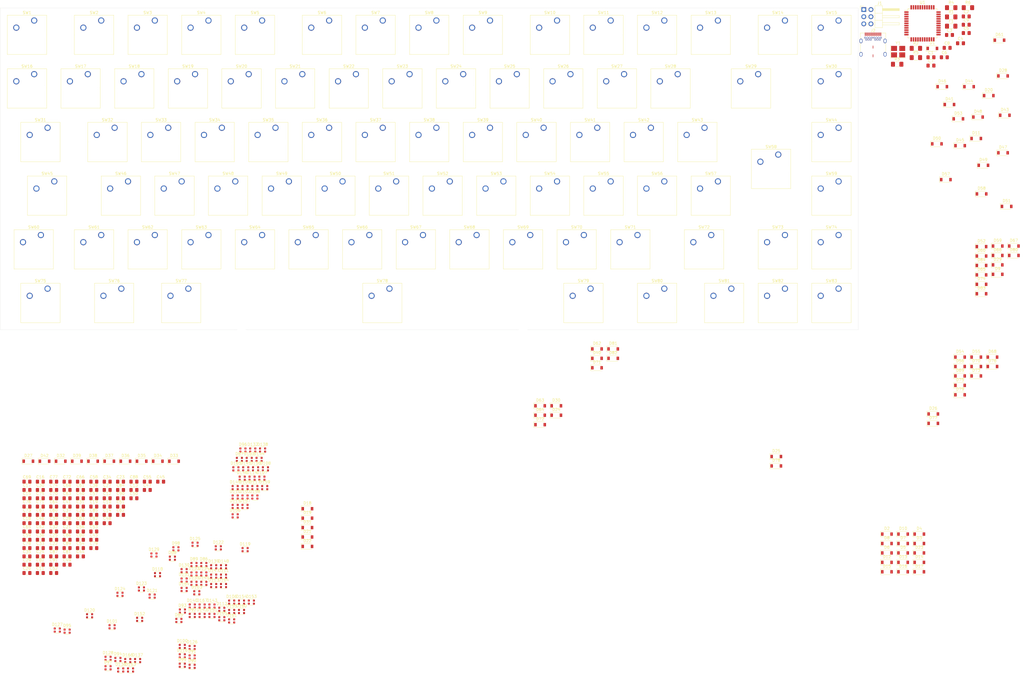
<source format=kicad_pcb>
(kicad_pcb (version 20171130) (host pcbnew 5.1.5+dfsg1-2build2)

  (general
    (thickness 1.6)
    (drawings 4)
    (tracks 0)
    (zones 0)
    (modules 353)
    (nets 217)
  )

  (page A3)
  (layers
    (0 F.Cu signal)
    (31 B.Cu signal)
    (32 B.Adhes user)
    (33 F.Adhes user)
    (34 B.Paste user)
    (35 F.Paste user)
    (36 B.SilkS user)
    (37 F.SilkS user)
    (38 B.Mask user)
    (39 F.Mask user)
    (40 Dwgs.User user)
    (41 Cmts.User user)
    (42 Eco1.User user)
    (43 Eco2.User user)
    (44 Edge.Cuts user)
    (45 Margin user)
    (46 B.CrtYd user)
    (47 F.CrtYd user)
    (48 B.Fab user)
    (49 F.Fab user)
  )

  (setup
    (last_trace_width 0.25)
    (trace_clearance 0.2)
    (zone_clearance 0.508)
    (zone_45_only no)
    (trace_min 0.2)
    (via_size 0.8)
    (via_drill 0.4)
    (via_min_size 0.6)
    (via_min_drill 0.3)
    (uvia_size 0.3)
    (uvia_drill 0.1)
    (uvias_allowed no)
    (uvia_min_size 0.2)
    (uvia_min_drill 0.1)
    (edge_width 0.05)
    (segment_width 0.2)
    (pcb_text_width 0.3)
    (pcb_text_size 1.5 1.5)
    (mod_edge_width 0.12)
    (mod_text_size 1 1)
    (mod_text_width 0.15)
    (pad_size 1.524 1.524)
    (pad_drill 0.762)
    (pad_to_mask_clearance 0.051)
    (solder_mask_min_width 0.25)
    (aux_axis_origin 0 0)
    (visible_elements FFFEF77F)
    (pcbplotparams
      (layerselection 0x010fc_ffffffff)
      (usegerberextensions false)
      (usegerberattributes false)
      (usegerberadvancedattributes false)
      (creategerberjobfile false)
      (excludeedgelayer true)
      (linewidth 0.100000)
      (plotframeref false)
      (viasonmask false)
      (mode 1)
      (useauxorigin false)
      (hpglpennumber 1)
      (hpglpenspeed 20)
      (hpglpendiameter 15.000000)
      (psnegative false)
      (psa4output false)
      (plotreference true)
      (plotvalue true)
      (plotinvisibletext false)
      (padsonsilk false)
      (subtractmaskfromsilk false)
      (outputformat 1)
      (mirror false)
      (drillshape 1)
      (scaleselection 1)
      (outputdirectory ""))
  )

  (net 0 "")
  (net 1 GND)
  (net 2 +5V)
  (net 3 "Net-(C7-Pad1)")
  (net 4 "Net-(C8-Pad2)")
  (net 5 "Net-(C9-Pad1)")
  (net 6 RST)
  (net 7 ROW0)
  (net 8 "Net-(D2-Pad2)")
  (net 9 "Net-(D3-Pad2)")
  (net 10 "Net-(D4-Pad2)")
  (net 11 "Net-(D5-Pad2)")
  (net 12 "Net-(D6-Pad2)")
  (net 13 "Net-(D7-Pad2)")
  (net 14 "Net-(D8-Pad2)")
  (net 15 "Net-(D9-Pad2)")
  (net 16 "Net-(D10-Pad2)")
  (net 17 "Net-(D11-Pad2)")
  (net 18 "Net-(D12-Pad2)")
  (net 19 "Net-(D13-Pad2)")
  (net 20 "Net-(D14-Pad2)")
  (net 21 "Net-(D15-Pad2)")
  (net 22 "Net-(D16-Pad2)")
  (net 23 ROW1)
  (net 24 "Net-(D17-Pad2)")
  (net 25 "Net-(D18-Pad2)")
  (net 26 "Net-(D19-Pad2)")
  (net 27 "Net-(D20-Pad2)")
  (net 28 "Net-(D21-Pad2)")
  (net 29 "Net-(D22-Pad2)")
  (net 30 "Net-(D23-Pad2)")
  (net 31 "Net-(D24-Pad2)")
  (net 32 "Net-(D25-Pad2)")
  (net 33 "Net-(D26-Pad2)")
  (net 34 "Net-(D27-Pad2)")
  (net 35 "Net-(D28-Pad2)")
  (net 36 "Net-(D29-Pad2)")
  (net 37 "Net-(D30-Pad2)")
  (net 38 "Net-(D31-Pad2)")
  (net 39 "Net-(D32-Pad2)")
  (net 40 ROW2)
  (net 41 "Net-(D33-Pad2)")
  (net 42 "Net-(D34-Pad2)")
  (net 43 "Net-(D35-Pad2)")
  (net 44 "Net-(D36-Pad2)")
  (net 45 "Net-(D37-Pad2)")
  (net 46 "Net-(D38-Pad2)")
  (net 47 "Net-(D39-Pad2)")
  (net 48 "Net-(D40-Pad2)")
  (net 49 "Net-(D41-Pad2)")
  (net 50 "Net-(D42-Pad2)")
  (net 51 "Net-(D43-Pad2)")
  (net 52 "Net-(D44-Pad2)")
  (net 53 "Net-(D45-Pad2)")
  (net 54 "Net-(D46-Pad2)")
  (net 55 ROW3)
  (net 56 "Net-(D47-Pad2)")
  (net 57 "Net-(D48-Pad2)")
  (net 58 "Net-(D49-Pad2)")
  (net 59 "Net-(D50-Pad2)")
  (net 60 "Net-(D51-Pad2)")
  (net 61 "Net-(D52-Pad2)")
  (net 62 "Net-(D53-Pad2)")
  (net 63 "Net-(D54-Pad2)")
  (net 64 "Net-(D55-Pad2)")
  (net 65 "Net-(D56-Pad2)")
  (net 66 "Net-(D57-Pad2)")
  (net 67 "Net-(D58-Pad2)")
  (net 68 "Net-(D59-Pad2)")
  (net 69 "Net-(D60-Pad2)")
  (net 70 ROW4)
  (net 71 "Net-(D61-Pad2)")
  (net 72 "Net-(D62-Pad2)")
  (net 73 "Net-(D63-Pad2)")
  (net 74 "Net-(D64-Pad2)")
  (net 75 "Net-(D65-Pad2)")
  (net 76 "Net-(D66-Pad2)")
  (net 77 "Net-(D67-Pad2)")
  (net 78 "Net-(D68-Pad2)")
  (net 79 "Net-(D69-Pad2)")
  (net 80 "Net-(D70-Pad2)")
  (net 81 "Net-(D71-Pad2)")
  (net 82 "Net-(D72-Pad2)")
  (net 83 "Net-(D73-Pad2)")
  (net 84 "Net-(D74-Pad2)")
  (net 85 "Net-(D75-Pad2)")
  (net 86 ROW5)
  (net 87 "Net-(D76-Pad2)")
  (net 88 "Net-(D77-Pad2)")
  (net 89 "Net-(D78-Pad2)")
  (net 90 "Net-(D79-Pad2)")
  (net 91 "Net-(D80-Pad2)")
  (net 92 "Net-(D81-Pad2)")
  (net 93 "Net-(D82-Pad2)")
  (net 94 "Net-(D83-Pad2)")
  (net 95 "Net-(D84-Pad2)")
  (net 96 "Net-(D85-Pad2)")
  (net 97 DIN)
  (net 98 "Net-(D86-Pad2)")
  (net 99 "Net-(D87-Pad2)")
  (net 100 "Net-(D88-Pad2)")
  (net 101 "Net-(D89-Pad2)")
  (net 102 "Net-(D90-Pad2)")
  (net 103 "Net-(D91-Pad2)")
  (net 104 "Net-(D92-Pad2)")
  (net 105 "Net-(D93-Pad2)")
  (net 106 "Net-(D94-Pad2)")
  (net 107 "Net-(D95-Pad2)")
  (net 108 "Net-(D96-Pad2)")
  (net 109 "Net-(D97-Pad2)")
  (net 110 "Net-(D98-Pad2)")
  (net 111 "Net-(D100-Pad4)")
  (net 112 "Net-(D100-Pad2)")
  (net 113 "Net-(D101-Pad2)")
  (net 114 "Net-(D102-Pad2)")
  (net 115 "Net-(D103-Pad2)")
  (net 116 "Net-(D104-Pad2)")
  (net 117 "Net-(D105-Pad2)")
  (net 118 "Net-(D106-Pad2)")
  (net 119 "Net-(D107-Pad2)")
  (net 120 "Net-(D108-Pad2)")
  (net 121 "Net-(D109-Pad2)")
  (net 122 "Net-(D110-Pad2)")
  (net 123 "Net-(D111-Pad2)")
  (net 124 "Net-(D112-Pad2)")
  (net 125 "Net-(D113-Pad2)")
  (net 126 "Net-(D114-Pad2)")
  (net 127 "Net-(D115-Pad2)")
  (net 128 "Net-(D116-Pad2)")
  (net 129 "Net-(D117-Pad2)")
  (net 130 "Net-(D118-Pad2)")
  (net 131 "Net-(D119-Pad2)")
  (net 132 "Net-(D120-Pad2)")
  (net 133 "Net-(D121-Pad2)")
  (net 134 "Net-(D122-Pad2)")
  (net 135 "Net-(D123-Pad2)")
  (net 136 "Net-(D124-Pad2)")
  (net 137 "Net-(D125-Pad2)")
  (net 138 "Net-(D126-Pad2)")
  (net 139 "Net-(D127-Pad2)")
  (net 140 "Net-(D128-Pad2)")
  (net 141 "Net-(D129-Pad2)")
  (net 142 "Net-(D130-Pad2)")
  (net 143 "Net-(D131-Pad2)")
  (net 144 "Net-(D132-Pad2)")
  (net 145 "Net-(D133-Pad2)")
  (net 146 "Net-(D134-Pad2)")
  (net 147 "Net-(D135-Pad2)")
  (net 148 "Net-(D136-Pad2)")
  (net 149 "Net-(D137-Pad2)")
  (net 150 "Net-(D138-Pad2)")
  (net 151 "Net-(D139-Pad2)")
  (net 152 "Net-(D140-Pad2)")
  (net 153 "Net-(D141-Pad2)")
  (net 154 "Net-(D142-Pad2)")
  (net 155 "Net-(D143-Pad2)")
  (net 156 "Net-(D144-Pad2)")
  (net 157 "Net-(D145-Pad2)")
  (net 158 "Net-(D146-Pad2)")
  (net 159 "Net-(D147-Pad2)")
  (net 160 "Net-(D148-Pad2)")
  (net 161 "Net-(D149-Pad2)")
  (net 162 "Net-(D150-Pad2)")
  (net 163 "Net-(D151-Pad2)")
  (net 164 "Net-(D152-Pad2)")
  (net 165 "Net-(D153-Pad2)")
  (net 166 "Net-(D154-Pad2)")
  (net 167 "Net-(D155-Pad2)")
  (net 168 "Net-(D156-Pad2)")
  (net 169 "Net-(D157-Pad2)")
  (net 170 "Net-(D158-Pad2)")
  (net 171 "Net-(D159-Pad2)")
  (net 172 "Net-(D160-Pad2)")
  (net 173 "Net-(D161-Pad2)")
  (net 174 "Net-(D162-Pad2)")
  (net 175 "Net-(D163-Pad2)")
  (net 176 "Net-(D164-Pad2)")
  (net 177 "Net-(D165-Pad2)")
  (net 178 "Net-(D166-Pad2)")
  (net 179 "Net-(D167-Pad2)")
  (net 180 "Net-(F1-Pad2)")
  (net 181 COL02)
  (net 182 COL00)
  (net 183 COL01)
  (net 184 "Net-(J2-PadA11)")
  (net 185 "Net-(J2-PadA10)")
  (net 186 "Net-(J2-PadA8)")
  (net 187 D-)
  (net 188 D+)
  (net 189 "Net-(J2-PadA5)")
  (net 190 "Net-(J2-PadA3)")
  (net 191 "Net-(J2-PadA2)")
  (net 192 "Net-(J2-PadB10)")
  (net 193 "Net-(J2-PadB3)")
  (net 194 "Net-(J2-PadB8)")
  (net 195 "Net-(J2-PadB5)")
  (net 196 "Net-(J2-PadB2)")
  (net 197 "Net-(J2-PadB11)")
  (net 198 "Net-(R4-Pad1)")
  (net 199 "Net-(R5-Pad2)")
  (net 200 "Net-(R6-Pad2)")
  (net 201 COL03)
  (net 202 COL04)
  (net 203 COL06)
  (net 204 COL07)
  (net 205 COL08)
  (net 206 COL09)
  (net 207 COL10)
  (net 208 COL11)
  (net 209 COL12)
  (net 210 COL13)
  (net 211 COL14)
  (net 212 COL15)
  (net 213 COL05)
  (net 214 "Net-(U1-Pad1)")
  (net 215 "Net-(U1-Pad8)")
  (net 216 "Net-(U1-Pad42)")

  (net_class Default "Dies ist die voreingestellte Netzklasse."
    (clearance 0.2)
    (trace_width 0.25)
    (via_dia 0.8)
    (via_drill 0.4)
    (uvia_dia 0.3)
    (uvia_drill 0.1)
    (add_net +5V)
    (add_net COL00)
    (add_net COL01)
    (add_net COL02)
    (add_net COL03)
    (add_net COL04)
    (add_net COL05)
    (add_net COL06)
    (add_net COL07)
    (add_net COL08)
    (add_net COL09)
    (add_net COL10)
    (add_net COL11)
    (add_net COL12)
    (add_net COL13)
    (add_net COL14)
    (add_net COL15)
    (add_net D+)
    (add_net D-)
    (add_net DIN)
    (add_net GND)
    (add_net "Net-(C7-Pad1)")
    (add_net "Net-(C8-Pad2)")
    (add_net "Net-(C9-Pad1)")
    (add_net "Net-(D10-Pad2)")
    (add_net "Net-(D100-Pad2)")
    (add_net "Net-(D100-Pad4)")
    (add_net "Net-(D101-Pad2)")
    (add_net "Net-(D102-Pad2)")
    (add_net "Net-(D103-Pad2)")
    (add_net "Net-(D104-Pad2)")
    (add_net "Net-(D105-Pad2)")
    (add_net "Net-(D106-Pad2)")
    (add_net "Net-(D107-Pad2)")
    (add_net "Net-(D108-Pad2)")
    (add_net "Net-(D109-Pad2)")
    (add_net "Net-(D11-Pad2)")
    (add_net "Net-(D110-Pad2)")
    (add_net "Net-(D111-Pad2)")
    (add_net "Net-(D112-Pad2)")
    (add_net "Net-(D113-Pad2)")
    (add_net "Net-(D114-Pad2)")
    (add_net "Net-(D115-Pad2)")
    (add_net "Net-(D116-Pad2)")
    (add_net "Net-(D117-Pad2)")
    (add_net "Net-(D118-Pad2)")
    (add_net "Net-(D119-Pad2)")
    (add_net "Net-(D12-Pad2)")
    (add_net "Net-(D120-Pad2)")
    (add_net "Net-(D121-Pad2)")
    (add_net "Net-(D122-Pad2)")
    (add_net "Net-(D123-Pad2)")
    (add_net "Net-(D124-Pad2)")
    (add_net "Net-(D125-Pad2)")
    (add_net "Net-(D126-Pad2)")
    (add_net "Net-(D127-Pad2)")
    (add_net "Net-(D128-Pad2)")
    (add_net "Net-(D129-Pad2)")
    (add_net "Net-(D13-Pad2)")
    (add_net "Net-(D130-Pad2)")
    (add_net "Net-(D131-Pad2)")
    (add_net "Net-(D132-Pad2)")
    (add_net "Net-(D133-Pad2)")
    (add_net "Net-(D134-Pad2)")
    (add_net "Net-(D135-Pad2)")
    (add_net "Net-(D136-Pad2)")
    (add_net "Net-(D137-Pad2)")
    (add_net "Net-(D138-Pad2)")
    (add_net "Net-(D139-Pad2)")
    (add_net "Net-(D14-Pad2)")
    (add_net "Net-(D140-Pad2)")
    (add_net "Net-(D141-Pad2)")
    (add_net "Net-(D142-Pad2)")
    (add_net "Net-(D143-Pad2)")
    (add_net "Net-(D144-Pad2)")
    (add_net "Net-(D145-Pad2)")
    (add_net "Net-(D146-Pad2)")
    (add_net "Net-(D147-Pad2)")
    (add_net "Net-(D148-Pad2)")
    (add_net "Net-(D149-Pad2)")
    (add_net "Net-(D15-Pad2)")
    (add_net "Net-(D150-Pad2)")
    (add_net "Net-(D151-Pad2)")
    (add_net "Net-(D152-Pad2)")
    (add_net "Net-(D153-Pad2)")
    (add_net "Net-(D154-Pad2)")
    (add_net "Net-(D155-Pad2)")
    (add_net "Net-(D156-Pad2)")
    (add_net "Net-(D157-Pad2)")
    (add_net "Net-(D158-Pad2)")
    (add_net "Net-(D159-Pad2)")
    (add_net "Net-(D16-Pad2)")
    (add_net "Net-(D160-Pad2)")
    (add_net "Net-(D161-Pad2)")
    (add_net "Net-(D162-Pad2)")
    (add_net "Net-(D163-Pad2)")
    (add_net "Net-(D164-Pad2)")
    (add_net "Net-(D165-Pad2)")
    (add_net "Net-(D166-Pad2)")
    (add_net "Net-(D167-Pad2)")
    (add_net "Net-(D17-Pad2)")
    (add_net "Net-(D18-Pad2)")
    (add_net "Net-(D19-Pad2)")
    (add_net "Net-(D2-Pad2)")
    (add_net "Net-(D20-Pad2)")
    (add_net "Net-(D21-Pad2)")
    (add_net "Net-(D22-Pad2)")
    (add_net "Net-(D23-Pad2)")
    (add_net "Net-(D24-Pad2)")
    (add_net "Net-(D25-Pad2)")
    (add_net "Net-(D26-Pad2)")
    (add_net "Net-(D27-Pad2)")
    (add_net "Net-(D28-Pad2)")
    (add_net "Net-(D29-Pad2)")
    (add_net "Net-(D3-Pad2)")
    (add_net "Net-(D30-Pad2)")
    (add_net "Net-(D31-Pad2)")
    (add_net "Net-(D32-Pad2)")
    (add_net "Net-(D33-Pad2)")
    (add_net "Net-(D34-Pad2)")
    (add_net "Net-(D35-Pad2)")
    (add_net "Net-(D36-Pad2)")
    (add_net "Net-(D37-Pad2)")
    (add_net "Net-(D38-Pad2)")
    (add_net "Net-(D39-Pad2)")
    (add_net "Net-(D4-Pad2)")
    (add_net "Net-(D40-Pad2)")
    (add_net "Net-(D41-Pad2)")
    (add_net "Net-(D42-Pad2)")
    (add_net "Net-(D43-Pad2)")
    (add_net "Net-(D44-Pad2)")
    (add_net "Net-(D45-Pad2)")
    (add_net "Net-(D46-Pad2)")
    (add_net "Net-(D47-Pad2)")
    (add_net "Net-(D48-Pad2)")
    (add_net "Net-(D49-Pad2)")
    (add_net "Net-(D5-Pad2)")
    (add_net "Net-(D50-Pad2)")
    (add_net "Net-(D51-Pad2)")
    (add_net "Net-(D52-Pad2)")
    (add_net "Net-(D53-Pad2)")
    (add_net "Net-(D54-Pad2)")
    (add_net "Net-(D55-Pad2)")
    (add_net "Net-(D56-Pad2)")
    (add_net "Net-(D57-Pad2)")
    (add_net "Net-(D58-Pad2)")
    (add_net "Net-(D59-Pad2)")
    (add_net "Net-(D6-Pad2)")
    (add_net "Net-(D60-Pad2)")
    (add_net "Net-(D61-Pad2)")
    (add_net "Net-(D62-Pad2)")
    (add_net "Net-(D63-Pad2)")
    (add_net "Net-(D64-Pad2)")
    (add_net "Net-(D65-Pad2)")
    (add_net "Net-(D66-Pad2)")
    (add_net "Net-(D67-Pad2)")
    (add_net "Net-(D68-Pad2)")
    (add_net "Net-(D69-Pad2)")
    (add_net "Net-(D7-Pad2)")
    (add_net "Net-(D70-Pad2)")
    (add_net "Net-(D71-Pad2)")
    (add_net "Net-(D72-Pad2)")
    (add_net "Net-(D73-Pad2)")
    (add_net "Net-(D74-Pad2)")
    (add_net "Net-(D75-Pad2)")
    (add_net "Net-(D76-Pad2)")
    (add_net "Net-(D77-Pad2)")
    (add_net "Net-(D78-Pad2)")
    (add_net "Net-(D79-Pad2)")
    (add_net "Net-(D8-Pad2)")
    (add_net "Net-(D80-Pad2)")
    (add_net "Net-(D81-Pad2)")
    (add_net "Net-(D82-Pad2)")
    (add_net "Net-(D83-Pad2)")
    (add_net "Net-(D84-Pad2)")
    (add_net "Net-(D85-Pad2)")
    (add_net "Net-(D86-Pad2)")
    (add_net "Net-(D87-Pad2)")
    (add_net "Net-(D88-Pad2)")
    (add_net "Net-(D89-Pad2)")
    (add_net "Net-(D9-Pad2)")
    (add_net "Net-(D90-Pad2)")
    (add_net "Net-(D91-Pad2)")
    (add_net "Net-(D92-Pad2)")
    (add_net "Net-(D93-Pad2)")
    (add_net "Net-(D94-Pad2)")
    (add_net "Net-(D95-Pad2)")
    (add_net "Net-(D96-Pad2)")
    (add_net "Net-(D97-Pad2)")
    (add_net "Net-(D98-Pad2)")
    (add_net "Net-(F1-Pad2)")
    (add_net "Net-(J2-PadA10)")
    (add_net "Net-(J2-PadA11)")
    (add_net "Net-(J2-PadA2)")
    (add_net "Net-(J2-PadA3)")
    (add_net "Net-(J2-PadA5)")
    (add_net "Net-(J2-PadA8)")
    (add_net "Net-(J2-PadB10)")
    (add_net "Net-(J2-PadB11)")
    (add_net "Net-(J2-PadB2)")
    (add_net "Net-(J2-PadB3)")
    (add_net "Net-(J2-PadB5)")
    (add_net "Net-(J2-PadB8)")
    (add_net "Net-(R4-Pad1)")
    (add_net "Net-(R5-Pad2)")
    (add_net "Net-(R6-Pad2)")
    (add_net "Net-(U1-Pad1)")
    (add_net "Net-(U1-Pad42)")
    (add_net "Net-(U1-Pad8)")
    (add_net ROW0)
    (add_net ROW1)
    (add_net ROW2)
    (add_net ROW3)
    (add_net ROW4)
    (add_net ROW5)
    (add_net RST)
  )

  (module Capacitor_SMD:C_0805_2012Metric_Pad1.15x1.40mm_HandSolder (layer F.Cu) (tedit 5B36C52B) (tstamp 5F15EB18)
    (at 368.725001 55.605001)
    (descr "Capacitor SMD 0805 (2012 Metric), square (rectangular) end terminal, IPC_7351 nominal with elongated pad for handsoldering. (Body size source: https://docs.google.com/spreadsheets/d/1BsfQQcO9C6DZCsRaXUlFlo91Tg2WpOkGARC1WS5S8t0/edit?usp=sharing), generated with kicad-footprint-generator")
    (tags "capacitor handsolder")
    (path /5F92990D)
    (attr smd)
    (fp_text reference C1 (at 0 -1.65) (layer F.SilkS)
      (effects (font (size 1 1) (thickness 0.15)))
    )
    (fp_text value 0.1uF (at 0 1.65) (layer F.Fab)
      (effects (font (size 1 1) (thickness 0.15)))
    )
    (fp_text user %R (at 0 0) (layer F.Fab)
      (effects (font (size 0.5 0.5) (thickness 0.08)))
    )
    (fp_line (start 1.85 0.95) (end -1.85 0.95) (layer F.CrtYd) (width 0.05))
    (fp_line (start 1.85 -0.95) (end 1.85 0.95) (layer F.CrtYd) (width 0.05))
    (fp_line (start -1.85 -0.95) (end 1.85 -0.95) (layer F.CrtYd) (width 0.05))
    (fp_line (start -1.85 0.95) (end -1.85 -0.95) (layer F.CrtYd) (width 0.05))
    (fp_line (start -0.261252 0.71) (end 0.261252 0.71) (layer F.SilkS) (width 0.12))
    (fp_line (start -0.261252 -0.71) (end 0.261252 -0.71) (layer F.SilkS) (width 0.12))
    (fp_line (start 1 0.6) (end -1 0.6) (layer F.Fab) (width 0.1))
    (fp_line (start 1 -0.6) (end 1 0.6) (layer F.Fab) (width 0.1))
    (fp_line (start -1 -0.6) (end 1 -0.6) (layer F.Fab) (width 0.1))
    (fp_line (start -1 0.6) (end -1 -0.6) (layer F.Fab) (width 0.1))
    (pad 2 smd roundrect (at 1.025 0) (size 1.15 1.4) (layers F.Cu F.Paste F.Mask) (roundrect_rratio 0.217391)
      (net 1 GND))
    (pad 1 smd roundrect (at -1.025 0) (size 1.15 1.4) (layers F.Cu F.Paste F.Mask) (roundrect_rratio 0.217391)
      (net 2 +5V))
    (model ${KISYS3DMOD}/Capacitor_SMD.3dshapes/C_0805_2012Metric.wrl
      (at (xyz 0 0 0))
      (scale (xyz 1 1 1))
      (rotate (xyz 0 0 0))
    )
  )

  (module Capacitor_SMD:C_0805_2012Metric_Pad1.15x1.40mm_HandSolder (layer F.Cu) (tedit 5B36C52B) (tstamp 5F15EB29)
    (at 381.265001 41.095001)
    (descr "Capacitor SMD 0805 (2012 Metric), square (rectangular) end terminal, IPC_7351 nominal with elongated pad for handsoldering. (Body size source: https://docs.google.com/spreadsheets/d/1BsfQQcO9C6DZCsRaXUlFlo91Tg2WpOkGARC1WS5S8t0/edit?usp=sharing), generated with kicad-footprint-generator")
    (tags "capacitor handsolder")
    (path /5EFFF252)
    (attr smd)
    (fp_text reference C2 (at 0 -1.65) (layer F.SilkS)
      (effects (font (size 1 1) (thickness 0.15)))
    )
    (fp_text value 0.1uF (at 0 1.65) (layer F.Fab)
      (effects (font (size 1 1) (thickness 0.15)))
    )
    (fp_text user %R (at 0 0) (layer F.Fab)
      (effects (font (size 0.5 0.5) (thickness 0.08)))
    )
    (fp_line (start 1.85 0.95) (end -1.85 0.95) (layer F.CrtYd) (width 0.05))
    (fp_line (start 1.85 -0.95) (end 1.85 0.95) (layer F.CrtYd) (width 0.05))
    (fp_line (start -1.85 -0.95) (end 1.85 -0.95) (layer F.CrtYd) (width 0.05))
    (fp_line (start -1.85 0.95) (end -1.85 -0.95) (layer F.CrtYd) (width 0.05))
    (fp_line (start -0.261252 0.71) (end 0.261252 0.71) (layer F.SilkS) (width 0.12))
    (fp_line (start -0.261252 -0.71) (end 0.261252 -0.71) (layer F.SilkS) (width 0.12))
    (fp_line (start 1 0.6) (end -1 0.6) (layer F.Fab) (width 0.1))
    (fp_line (start 1 -0.6) (end 1 0.6) (layer F.Fab) (width 0.1))
    (fp_line (start -1 -0.6) (end 1 -0.6) (layer F.Fab) (width 0.1))
    (fp_line (start -1 0.6) (end -1 -0.6) (layer F.Fab) (width 0.1))
    (pad 2 smd roundrect (at 1.025 0) (size 1.15 1.4) (layers F.Cu F.Paste F.Mask) (roundrect_rratio 0.217391)
      (net 1 GND))
    (pad 1 smd roundrect (at -1.025 0) (size 1.15 1.4) (layers F.Cu F.Paste F.Mask) (roundrect_rratio 0.217391)
      (net 2 +5V))
    (model ${KISYS3DMOD}/Capacitor_SMD.3dshapes/C_0805_2012Metric.wrl
      (at (xyz 0 0 0))
      (scale (xyz 1 1 1))
      (rotate (xyz 0 0 0))
    )
  )

  (module Capacitor_SMD:C_0805_2012Metric_Pad1.15x1.40mm_HandSolder (layer F.Cu) (tedit 5B36C52B) (tstamp 5F15EB3A)
    (at 375.315001 47.675001)
    (descr "Capacitor SMD 0805 (2012 Metric), square (rectangular) end terminal, IPC_7351 nominal with elongated pad for handsoldering. (Body size source: https://docs.google.com/spreadsheets/d/1BsfQQcO9C6DZCsRaXUlFlo91Tg2WpOkGARC1WS5S8t0/edit?usp=sharing), generated with kicad-footprint-generator")
    (tags "capacitor handsolder")
    (path /5F00AFA0)
    (attr smd)
    (fp_text reference C3 (at 0 -1.65) (layer F.SilkS)
      (effects (font (size 1 1) (thickness 0.15)))
    )
    (fp_text value 0.1uF (at 0 1.65) (layer F.Fab)
      (effects (font (size 1 1) (thickness 0.15)))
    )
    (fp_text user %R (at 0 0) (layer F.Fab)
      (effects (font (size 0.5 0.5) (thickness 0.08)))
    )
    (fp_line (start 1.85 0.95) (end -1.85 0.95) (layer F.CrtYd) (width 0.05))
    (fp_line (start 1.85 -0.95) (end 1.85 0.95) (layer F.CrtYd) (width 0.05))
    (fp_line (start -1.85 -0.95) (end 1.85 -0.95) (layer F.CrtYd) (width 0.05))
    (fp_line (start -1.85 0.95) (end -1.85 -0.95) (layer F.CrtYd) (width 0.05))
    (fp_line (start -0.261252 0.71) (end 0.261252 0.71) (layer F.SilkS) (width 0.12))
    (fp_line (start -0.261252 -0.71) (end 0.261252 -0.71) (layer F.SilkS) (width 0.12))
    (fp_line (start 1 0.6) (end -1 0.6) (layer F.Fab) (width 0.1))
    (fp_line (start 1 -0.6) (end 1 0.6) (layer F.Fab) (width 0.1))
    (fp_line (start -1 -0.6) (end 1 -0.6) (layer F.Fab) (width 0.1))
    (fp_line (start -1 0.6) (end -1 -0.6) (layer F.Fab) (width 0.1))
    (pad 2 smd roundrect (at 1.025 0) (size 1.15 1.4) (layers F.Cu F.Paste F.Mask) (roundrect_rratio 0.217391)
      (net 1 GND))
    (pad 1 smd roundrect (at -1.025 0) (size 1.15 1.4) (layers F.Cu F.Paste F.Mask) (roundrect_rratio 0.217391)
      (net 2 +5V))
    (model ${KISYS3DMOD}/Capacitor_SMD.3dshapes/C_0805_2012Metric.wrl
      (at (xyz 0 0 0))
      (scale (xyz 1 1 1))
      (rotate (xyz 0 0 0))
    )
  )

  (module Capacitor_SMD:C_0805_2012Metric_Pad1.15x1.40mm_HandSolder (layer F.Cu) (tedit 5B36C52B) (tstamp 5F15EB4B)
    (at 379.225001 50.625001)
    (descr "Capacitor SMD 0805 (2012 Metric), square (rectangular) end terminal, IPC_7351 nominal with elongated pad for handsoldering. (Body size source: https://docs.google.com/spreadsheets/d/1BsfQQcO9C6DZCsRaXUlFlo91Tg2WpOkGARC1WS5S8t0/edit?usp=sharing), generated with kicad-footprint-generator")
    (tags "capacitor handsolder")
    (path /5F00B4C3)
    (attr smd)
    (fp_text reference C4 (at 0 -1.65) (layer F.SilkS)
      (effects (font (size 1 1) (thickness 0.15)))
    )
    (fp_text value 0.1uF (at 0 1.65) (layer F.Fab)
      (effects (font (size 1 1) (thickness 0.15)))
    )
    (fp_line (start -1 0.6) (end -1 -0.6) (layer F.Fab) (width 0.1))
    (fp_line (start -1 -0.6) (end 1 -0.6) (layer F.Fab) (width 0.1))
    (fp_line (start 1 -0.6) (end 1 0.6) (layer F.Fab) (width 0.1))
    (fp_line (start 1 0.6) (end -1 0.6) (layer F.Fab) (width 0.1))
    (fp_line (start -0.261252 -0.71) (end 0.261252 -0.71) (layer F.SilkS) (width 0.12))
    (fp_line (start -0.261252 0.71) (end 0.261252 0.71) (layer F.SilkS) (width 0.12))
    (fp_line (start -1.85 0.95) (end -1.85 -0.95) (layer F.CrtYd) (width 0.05))
    (fp_line (start -1.85 -0.95) (end 1.85 -0.95) (layer F.CrtYd) (width 0.05))
    (fp_line (start 1.85 -0.95) (end 1.85 0.95) (layer F.CrtYd) (width 0.05))
    (fp_line (start 1.85 0.95) (end -1.85 0.95) (layer F.CrtYd) (width 0.05))
    (fp_text user %R (at 0 0) (layer F.Fab)
      (effects (font (size 0.5 0.5) (thickness 0.08)))
    )
    (pad 1 smd roundrect (at -1.025 0) (size 1.15 1.4) (layers F.Cu F.Paste F.Mask) (roundrect_rratio 0.217391)
      (net 2 +5V))
    (pad 2 smd roundrect (at 1.025 0) (size 1.15 1.4) (layers F.Cu F.Paste F.Mask) (roundrect_rratio 0.217391)
      (net 1 GND))
    (model ${KISYS3DMOD}/Capacitor_SMD.3dshapes/C_0805_2012Metric.wrl
      (at (xyz 0 0 0))
      (scale (xyz 1 1 1))
      (rotate (xyz 0 0 0))
    )
  )

  (module Capacitor_SMD:C_0805_2012Metric_Pad1.15x1.40mm_HandSolder (layer F.Cu) (tedit 5B36C52B) (tstamp 5F15EB5C)
    (at 381.265001 46.995001)
    (descr "Capacitor SMD 0805 (2012 Metric), square (rectangular) end terminal, IPC_7351 nominal with elongated pad for handsoldering. (Body size source: https://docs.google.com/spreadsheets/d/1BsfQQcO9C6DZCsRaXUlFlo91Tg2WpOkGARC1WS5S8t0/edit?usp=sharing), generated with kicad-footprint-generator")
    (tags "capacitor handsolder")
    (path /5F92A552)
    (attr smd)
    (fp_text reference C5 (at 0 -1.65) (layer F.SilkS)
      (effects (font (size 1 1) (thickness 0.15)))
    )
    (fp_text value 0.1uF (at 0 1.65) (layer F.Fab)
      (effects (font (size 1 1) (thickness 0.15)))
    )
    (fp_text user %R (at 0 0) (layer F.Fab)
      (effects (font (size 0.5 0.5) (thickness 0.08)))
    )
    (fp_line (start 1.85 0.95) (end -1.85 0.95) (layer F.CrtYd) (width 0.05))
    (fp_line (start 1.85 -0.95) (end 1.85 0.95) (layer F.CrtYd) (width 0.05))
    (fp_line (start -1.85 -0.95) (end 1.85 -0.95) (layer F.CrtYd) (width 0.05))
    (fp_line (start -1.85 0.95) (end -1.85 -0.95) (layer F.CrtYd) (width 0.05))
    (fp_line (start -0.261252 0.71) (end 0.261252 0.71) (layer F.SilkS) (width 0.12))
    (fp_line (start -0.261252 -0.71) (end 0.261252 -0.71) (layer F.SilkS) (width 0.12))
    (fp_line (start 1 0.6) (end -1 0.6) (layer F.Fab) (width 0.1))
    (fp_line (start 1 -0.6) (end 1 0.6) (layer F.Fab) (width 0.1))
    (fp_line (start -1 -0.6) (end 1 -0.6) (layer F.Fab) (width 0.1))
    (fp_line (start -1 0.6) (end -1 -0.6) (layer F.Fab) (width 0.1))
    (pad 2 smd roundrect (at 1.025 0) (size 1.15 1.4) (layers F.Cu F.Paste F.Mask) (roundrect_rratio 0.217391)
      (net 1 GND))
    (pad 1 smd roundrect (at -1.025 0) (size 1.15 1.4) (layers F.Cu F.Paste F.Mask) (roundrect_rratio 0.217391)
      (net 2 +5V))
    (model ${KISYS3DMOD}/Capacitor_SMD.3dshapes/C_0805_2012Metric.wrl
      (at (xyz 0 0 0))
      (scale (xyz 1 1 1))
      (rotate (xyz 0 0 0))
    )
  )

  (module Capacitor_SMD:C_0805_2012Metric_Pad1.15x1.40mm_HandSolder (layer F.Cu) (tedit 5B36C52B) (tstamp 5F15EB6D)
    (at 373.475001 55.605001)
    (descr "Capacitor SMD 0805 (2012 Metric), square (rectangular) end terminal, IPC_7351 nominal with elongated pad for handsoldering. (Body size source: https://docs.google.com/spreadsheets/d/1BsfQQcO9C6DZCsRaXUlFlo91Tg2WpOkGARC1WS5S8t0/edit?usp=sharing), generated with kicad-footprint-generator")
    (tags "capacitor handsolder")
    (path /5F007EF5)
    (attr smd)
    (fp_text reference C6 (at 0 -1.65) (layer F.SilkS)
      (effects (font (size 1 1) (thickness 0.15)))
    )
    (fp_text value 10uF (at 0 1.65) (layer F.Fab)
      (effects (font (size 1 1) (thickness 0.15)))
    )
    (fp_line (start -1 0.6) (end -1 -0.6) (layer F.Fab) (width 0.1))
    (fp_line (start -1 -0.6) (end 1 -0.6) (layer F.Fab) (width 0.1))
    (fp_line (start 1 -0.6) (end 1 0.6) (layer F.Fab) (width 0.1))
    (fp_line (start 1 0.6) (end -1 0.6) (layer F.Fab) (width 0.1))
    (fp_line (start -0.261252 -0.71) (end 0.261252 -0.71) (layer F.SilkS) (width 0.12))
    (fp_line (start -0.261252 0.71) (end 0.261252 0.71) (layer F.SilkS) (width 0.12))
    (fp_line (start -1.85 0.95) (end -1.85 -0.95) (layer F.CrtYd) (width 0.05))
    (fp_line (start -1.85 -0.95) (end 1.85 -0.95) (layer F.CrtYd) (width 0.05))
    (fp_line (start 1.85 -0.95) (end 1.85 0.95) (layer F.CrtYd) (width 0.05))
    (fp_line (start 1.85 0.95) (end -1.85 0.95) (layer F.CrtYd) (width 0.05))
    (fp_text user %R (at 0 0) (layer F.Fab)
      (effects (font (size 0.5 0.5) (thickness 0.08)))
    )
    (pad 1 smd roundrect (at -1.025 0) (size 1.15 1.4) (layers F.Cu F.Paste F.Mask) (roundrect_rratio 0.217391)
      (net 2 +5V))
    (pad 2 smd roundrect (at 1.025 0) (size 1.15 1.4) (layers F.Cu F.Paste F.Mask) (roundrect_rratio 0.217391)
      (net 1 GND))
    (model ${KISYS3DMOD}/Capacitor_SMD.3dshapes/C_0805_2012Metric.wrl
      (at (xyz 0 0 0))
      (scale (xyz 1 1 1))
      (rotate (xyz 0 0 0))
    )
  )

  (module Capacitor_SMD:C_0805_2012Metric_Pad1.15x1.40mm_HandSolder (layer F.Cu) (tedit 5B36C52B) (tstamp 5F15EB7E)
    (at 368.725001 58.555001)
    (descr "Capacitor SMD 0805 (2012 Metric), square (rectangular) end terminal, IPC_7351 nominal with elongated pad for handsoldering. (Body size source: https://docs.google.com/spreadsheets/d/1BsfQQcO9C6DZCsRaXUlFlo91Tg2WpOkGARC1WS5S8t0/edit?usp=sharing), generated with kicad-footprint-generator")
    (tags "capacitor handsolder")
    (path /5F0786B1)
    (attr smd)
    (fp_text reference C7 (at 0 -1.65) (layer F.SilkS)
      (effects (font (size 1 1) (thickness 0.15)))
    )
    (fp_text value 22pF (at 0 1.65) (layer F.Fab)
      (effects (font (size 1 1) (thickness 0.15)))
    )
    (fp_text user %R (at 0 0) (layer F.Fab)
      (effects (font (size 0.5 0.5) (thickness 0.08)))
    )
    (fp_line (start 1.85 0.95) (end -1.85 0.95) (layer F.CrtYd) (width 0.05))
    (fp_line (start 1.85 -0.95) (end 1.85 0.95) (layer F.CrtYd) (width 0.05))
    (fp_line (start -1.85 -0.95) (end 1.85 -0.95) (layer F.CrtYd) (width 0.05))
    (fp_line (start -1.85 0.95) (end -1.85 -0.95) (layer F.CrtYd) (width 0.05))
    (fp_line (start -0.261252 0.71) (end 0.261252 0.71) (layer F.SilkS) (width 0.12))
    (fp_line (start -0.261252 -0.71) (end 0.261252 -0.71) (layer F.SilkS) (width 0.12))
    (fp_line (start 1 0.6) (end -1 0.6) (layer F.Fab) (width 0.1))
    (fp_line (start 1 -0.6) (end 1 0.6) (layer F.Fab) (width 0.1))
    (fp_line (start -1 -0.6) (end 1 -0.6) (layer F.Fab) (width 0.1))
    (fp_line (start -1 0.6) (end -1 -0.6) (layer F.Fab) (width 0.1))
    (pad 2 smd roundrect (at 1.025 0) (size 1.15 1.4) (layers F.Cu F.Paste F.Mask) (roundrect_rratio 0.217391)
      (net 1 GND))
    (pad 1 smd roundrect (at -1.025 0) (size 1.15 1.4) (layers F.Cu F.Paste F.Mask) (roundrect_rratio 0.217391)
      (net 3 "Net-(C7-Pad1)"))
    (model ${KISYS3DMOD}/Capacitor_SMD.3dshapes/C_0805_2012Metric.wrl
      (at (xyz 0 0 0))
      (scale (xyz 1 1 1))
      (rotate (xyz 0 0 0))
    )
  )

  (module Capacitor_SMD:C_0805_2012Metric_Pad1.15x1.40mm_HandSolder (layer F.Cu) (tedit 5B36C52B) (tstamp 5F15EB8F)
    (at 374.475001 52.255001)
    (descr "Capacitor SMD 0805 (2012 Metric), square (rectangular) end terminal, IPC_7351 nominal with elongated pad for handsoldering. (Body size source: https://docs.google.com/spreadsheets/d/1BsfQQcO9C6DZCsRaXUlFlo91Tg2WpOkGARC1WS5S8t0/edit?usp=sharing), generated with kicad-footprint-generator")
    (tags "capacitor handsolder")
    (path /5F0BA64F)
    (attr smd)
    (fp_text reference C8 (at 0 -1.65) (layer F.SilkS)
      (effects (font (size 1 1) (thickness 0.15)))
    )
    (fp_text value 22pF (at 0 1.65) (layer F.Fab)
      (effects (font (size 1 1) (thickness 0.15)))
    )
    (fp_text user %R (at 0 0) (layer F.Fab)
      (effects (font (size 0.5 0.5) (thickness 0.08)))
    )
    (fp_line (start 1.85 0.95) (end -1.85 0.95) (layer F.CrtYd) (width 0.05))
    (fp_line (start 1.85 -0.95) (end 1.85 0.95) (layer F.CrtYd) (width 0.05))
    (fp_line (start -1.85 -0.95) (end 1.85 -0.95) (layer F.CrtYd) (width 0.05))
    (fp_line (start -1.85 0.95) (end -1.85 -0.95) (layer F.CrtYd) (width 0.05))
    (fp_line (start -0.261252 0.71) (end 0.261252 0.71) (layer F.SilkS) (width 0.12))
    (fp_line (start -0.261252 -0.71) (end 0.261252 -0.71) (layer F.SilkS) (width 0.12))
    (fp_line (start 1 0.6) (end -1 0.6) (layer F.Fab) (width 0.1))
    (fp_line (start 1 -0.6) (end 1 0.6) (layer F.Fab) (width 0.1))
    (fp_line (start -1 -0.6) (end 1 -0.6) (layer F.Fab) (width 0.1))
    (fp_line (start -1 0.6) (end -1 -0.6) (layer F.Fab) (width 0.1))
    (pad 2 smd roundrect (at 1.025 0) (size 1.15 1.4) (layers F.Cu F.Paste F.Mask) (roundrect_rratio 0.217391)
      (net 4 "Net-(C8-Pad2)"))
    (pad 1 smd roundrect (at -1.025 0) (size 1.15 1.4) (layers F.Cu F.Paste F.Mask) (roundrect_rratio 0.217391)
      (net 1 GND))
    (model ${KISYS3DMOD}/Capacitor_SMD.3dshapes/C_0805_2012Metric.wrl
      (at (xyz 0 0 0))
      (scale (xyz 1 1 1))
      (rotate (xyz 0 0 0))
    )
  )

  (module Capacitor_SMD:C_0805_2012Metric_Pad1.15x1.40mm_HandSolder (layer F.Cu) (tedit 5B36C52B) (tstamp 5F15EBA0)
    (at 381.265001 44.045001)
    (descr "Capacitor SMD 0805 (2012 Metric), square (rectangular) end terminal, IPC_7351 nominal with elongated pad for handsoldering. (Body size source: https://docs.google.com/spreadsheets/d/1BsfQQcO9C6DZCsRaXUlFlo91Tg2WpOkGARC1WS5S8t0/edit?usp=sharing), generated with kicad-footprint-generator")
    (tags "capacitor handsolder")
    (path /5F049C39)
    (attr smd)
    (fp_text reference C9 (at 0 -1.65) (layer F.SilkS)
      (effects (font (size 1 1) (thickness 0.15)))
    )
    (fp_text value 1uF (at 0 1.65) (layer F.Fab)
      (effects (font (size 1 1) (thickness 0.15)))
    )
    (fp_line (start -1 0.6) (end -1 -0.6) (layer F.Fab) (width 0.1))
    (fp_line (start -1 -0.6) (end 1 -0.6) (layer F.Fab) (width 0.1))
    (fp_line (start 1 -0.6) (end 1 0.6) (layer F.Fab) (width 0.1))
    (fp_line (start 1 0.6) (end -1 0.6) (layer F.Fab) (width 0.1))
    (fp_line (start -0.261252 -0.71) (end 0.261252 -0.71) (layer F.SilkS) (width 0.12))
    (fp_line (start -0.261252 0.71) (end 0.261252 0.71) (layer F.SilkS) (width 0.12))
    (fp_line (start -1.85 0.95) (end -1.85 -0.95) (layer F.CrtYd) (width 0.05))
    (fp_line (start -1.85 -0.95) (end 1.85 -0.95) (layer F.CrtYd) (width 0.05))
    (fp_line (start 1.85 -0.95) (end 1.85 0.95) (layer F.CrtYd) (width 0.05))
    (fp_line (start 1.85 0.95) (end -1.85 0.95) (layer F.CrtYd) (width 0.05))
    (fp_text user %R (at 0 0) (layer F.Fab)
      (effects (font (size 0.5 0.5) (thickness 0.08)))
    )
    (pad 1 smd roundrect (at -1.025 0) (size 1.15 1.4) (layers F.Cu F.Paste F.Mask) (roundrect_rratio 0.217391)
      (net 5 "Net-(C9-Pad1)"))
    (pad 2 smd roundrect (at 1.025 0) (size 1.15 1.4) (layers F.Cu F.Paste F.Mask) (roundrect_rratio 0.217391)
      (net 1 GND))
    (model ${KISYS3DMOD}/Capacitor_SMD.3dshapes/C_0805_2012Metric.wrl
      (at (xyz 0 0 0))
      (scale (xyz 1 1 1))
      (rotate (xyz 0 0 0))
    )
  )

  (module Capacitor_SMD:C_0805_2012Metric_Pad1.15x1.40mm_HandSolder (layer F.Cu) (tedit 5B36C52B) (tstamp 5F15EBB1)
    (at 76.095001 215.205001)
    (descr "Capacitor SMD 0805 (2012 Metric), square (rectangular) end terminal, IPC_7351 nominal with elongated pad for handsoldering. (Body size source: https://docs.google.com/spreadsheets/d/1BsfQQcO9C6DZCsRaXUlFlo91Tg2WpOkGARC1WS5S8t0/edit?usp=sharing), generated with kicad-footprint-generator")
    (tags "capacitor handsolder")
    (path /5F949B9C/5FD1B778)
    (attr smd)
    (fp_text reference C10 (at 0 -1.65) (layer F.SilkS)
      (effects (font (size 1 1) (thickness 0.15)))
    )
    (fp_text value 0.1uF (at 0 1.65) (layer F.Fab)
      (effects (font (size 1 1) (thickness 0.15)))
    )
    (fp_line (start -1 0.6) (end -1 -0.6) (layer F.Fab) (width 0.1))
    (fp_line (start -1 -0.6) (end 1 -0.6) (layer F.Fab) (width 0.1))
    (fp_line (start 1 -0.6) (end 1 0.6) (layer F.Fab) (width 0.1))
    (fp_line (start 1 0.6) (end -1 0.6) (layer F.Fab) (width 0.1))
    (fp_line (start -0.261252 -0.71) (end 0.261252 -0.71) (layer F.SilkS) (width 0.12))
    (fp_line (start -0.261252 0.71) (end 0.261252 0.71) (layer F.SilkS) (width 0.12))
    (fp_line (start -1.85 0.95) (end -1.85 -0.95) (layer F.CrtYd) (width 0.05))
    (fp_line (start -1.85 -0.95) (end 1.85 -0.95) (layer F.CrtYd) (width 0.05))
    (fp_line (start 1.85 -0.95) (end 1.85 0.95) (layer F.CrtYd) (width 0.05))
    (fp_line (start 1.85 0.95) (end -1.85 0.95) (layer F.CrtYd) (width 0.05))
    (fp_text user %R (at 0 0) (layer F.Fab)
      (effects (font (size 0.5 0.5) (thickness 0.08)))
    )
    (pad 1 smd roundrect (at -1.025 0) (size 1.15 1.4) (layers F.Cu F.Paste F.Mask) (roundrect_rratio 0.217391)
      (net 2 +5V))
    (pad 2 smd roundrect (at 1.025 0) (size 1.15 1.4) (layers F.Cu F.Paste F.Mask) (roundrect_rratio 0.217391)
      (net 1 GND))
    (model ${KISYS3DMOD}/Capacitor_SMD.3dshapes/C_0805_2012Metric.wrl
      (at (xyz 0 0 0))
      (scale (xyz 1 1 1))
      (rotate (xyz 0 0 0))
    )
  )

  (module Capacitor_SMD:C_0805_2012Metric_Pad1.15x1.40mm_HandSolder (layer F.Cu) (tedit 5B36C52B) (tstamp 5F15EBC2)
    (at 52.345001 238.805001)
    (descr "Capacitor SMD 0805 (2012 Metric), square (rectangular) end terminal, IPC_7351 nominal with elongated pad for handsoldering. (Body size source: https://docs.google.com/spreadsheets/d/1BsfQQcO9C6DZCsRaXUlFlo91Tg2WpOkGARC1WS5S8t0/edit?usp=sharing), generated with kicad-footprint-generator")
    (tags "capacitor handsolder")
    (path /5F949B9C/5FD3F1FB)
    (attr smd)
    (fp_text reference C11 (at 0 -1.65) (layer F.SilkS)
      (effects (font (size 1 1) (thickness 0.15)))
    )
    (fp_text value 0.1uF (at 0 1.65) (layer F.Fab)
      (effects (font (size 1 1) (thickness 0.15)))
    )
    (fp_line (start -1 0.6) (end -1 -0.6) (layer F.Fab) (width 0.1))
    (fp_line (start -1 -0.6) (end 1 -0.6) (layer F.Fab) (width 0.1))
    (fp_line (start 1 -0.6) (end 1 0.6) (layer F.Fab) (width 0.1))
    (fp_line (start 1 0.6) (end -1 0.6) (layer F.Fab) (width 0.1))
    (fp_line (start -0.261252 -0.71) (end 0.261252 -0.71) (layer F.SilkS) (width 0.12))
    (fp_line (start -0.261252 0.71) (end 0.261252 0.71) (layer F.SilkS) (width 0.12))
    (fp_line (start -1.85 0.95) (end -1.85 -0.95) (layer F.CrtYd) (width 0.05))
    (fp_line (start -1.85 -0.95) (end 1.85 -0.95) (layer F.CrtYd) (width 0.05))
    (fp_line (start 1.85 -0.95) (end 1.85 0.95) (layer F.CrtYd) (width 0.05))
    (fp_line (start 1.85 0.95) (end -1.85 0.95) (layer F.CrtYd) (width 0.05))
    (fp_text user %R (at 0 0) (layer F.Fab)
      (effects (font (size 0.5 0.5) (thickness 0.08)))
    )
    (pad 1 smd roundrect (at -1.025 0) (size 1.15 1.4) (layers F.Cu F.Paste F.Mask) (roundrect_rratio 0.217391)
      (net 2 +5V))
    (pad 2 smd roundrect (at 1.025 0) (size 1.15 1.4) (layers F.Cu F.Paste F.Mask) (roundrect_rratio 0.217391)
      (net 1 GND))
    (model ${KISYS3DMOD}/Capacitor_SMD.3dshapes/C_0805_2012Metric.wrl
      (at (xyz 0 0 0))
      (scale (xyz 1 1 1))
      (rotate (xyz 0 0 0))
    )
  )

  (module Capacitor_SMD:C_0805_2012Metric_Pad1.15x1.40mm_HandSolder (layer F.Cu) (tedit 5B36C52B) (tstamp 5F15EBD3)
    (at 76.095001 212.255001)
    (descr "Capacitor SMD 0805 (2012 Metric), square (rectangular) end terminal, IPC_7351 nominal with elongated pad for handsoldering. (Body size source: https://docs.google.com/spreadsheets/d/1BsfQQcO9C6DZCsRaXUlFlo91Tg2WpOkGARC1WS5S8t0/edit?usp=sharing), generated with kicad-footprint-generator")
    (tags "capacitor handsolder")
    (path /5F949B9C/5FD40FAE)
    (attr smd)
    (fp_text reference C12 (at 0 -1.65) (layer F.SilkS)
      (effects (font (size 1 1) (thickness 0.15)))
    )
    (fp_text value 0.1uF (at 0 1.65) (layer F.Fab)
      (effects (font (size 1 1) (thickness 0.15)))
    )
    (fp_line (start -1 0.6) (end -1 -0.6) (layer F.Fab) (width 0.1))
    (fp_line (start -1 -0.6) (end 1 -0.6) (layer F.Fab) (width 0.1))
    (fp_line (start 1 -0.6) (end 1 0.6) (layer F.Fab) (width 0.1))
    (fp_line (start 1 0.6) (end -1 0.6) (layer F.Fab) (width 0.1))
    (fp_line (start -0.261252 -0.71) (end 0.261252 -0.71) (layer F.SilkS) (width 0.12))
    (fp_line (start -0.261252 0.71) (end 0.261252 0.71) (layer F.SilkS) (width 0.12))
    (fp_line (start -1.85 0.95) (end -1.85 -0.95) (layer F.CrtYd) (width 0.05))
    (fp_line (start -1.85 -0.95) (end 1.85 -0.95) (layer F.CrtYd) (width 0.05))
    (fp_line (start 1.85 -0.95) (end 1.85 0.95) (layer F.CrtYd) (width 0.05))
    (fp_line (start 1.85 0.95) (end -1.85 0.95) (layer F.CrtYd) (width 0.05))
    (fp_text user %R (at 0 0) (layer F.Fab)
      (effects (font (size 0.5 0.5) (thickness 0.08)))
    )
    (pad 1 smd roundrect (at -1.025 0) (size 1.15 1.4) (layers F.Cu F.Paste F.Mask) (roundrect_rratio 0.217391)
      (net 2 +5V))
    (pad 2 smd roundrect (at 1.025 0) (size 1.15 1.4) (layers F.Cu F.Paste F.Mask) (roundrect_rratio 0.217391)
      (net 1 GND))
    (model ${KISYS3DMOD}/Capacitor_SMD.3dshapes/C_0805_2012Metric.wrl
      (at (xyz 0 0 0))
      (scale (xyz 1 1 1))
      (rotate (xyz 0 0 0))
    )
  )

  (module Capacitor_SMD:C_0805_2012Metric_Pad1.15x1.40mm_HandSolder (layer F.Cu) (tedit 5B36C52B) (tstamp 5F15EBE4)
    (at 85.595001 209.305001)
    (descr "Capacitor SMD 0805 (2012 Metric), square (rectangular) end terminal, IPC_7351 nominal with elongated pad for handsoldering. (Body size source: https://docs.google.com/spreadsheets/d/1BsfQQcO9C6DZCsRaXUlFlo91Tg2WpOkGARC1WS5S8t0/edit?usp=sharing), generated with kicad-footprint-generator")
    (tags "capacitor handsolder")
    (path /5F949B9C/5FD423D5)
    (attr smd)
    (fp_text reference C13 (at 0 -1.65) (layer F.SilkS)
      (effects (font (size 1 1) (thickness 0.15)))
    )
    (fp_text value 0.1uF (at 0 1.65) (layer F.Fab)
      (effects (font (size 1 1) (thickness 0.15)))
    )
    (fp_text user %R (at 0 0) (layer F.Fab)
      (effects (font (size 0.5 0.5) (thickness 0.08)))
    )
    (fp_line (start 1.85 0.95) (end -1.85 0.95) (layer F.CrtYd) (width 0.05))
    (fp_line (start 1.85 -0.95) (end 1.85 0.95) (layer F.CrtYd) (width 0.05))
    (fp_line (start -1.85 -0.95) (end 1.85 -0.95) (layer F.CrtYd) (width 0.05))
    (fp_line (start -1.85 0.95) (end -1.85 -0.95) (layer F.CrtYd) (width 0.05))
    (fp_line (start -0.261252 0.71) (end 0.261252 0.71) (layer F.SilkS) (width 0.12))
    (fp_line (start -0.261252 -0.71) (end 0.261252 -0.71) (layer F.SilkS) (width 0.12))
    (fp_line (start 1 0.6) (end -1 0.6) (layer F.Fab) (width 0.1))
    (fp_line (start 1 -0.6) (end 1 0.6) (layer F.Fab) (width 0.1))
    (fp_line (start -1 -0.6) (end 1 -0.6) (layer F.Fab) (width 0.1))
    (fp_line (start -1 0.6) (end -1 -0.6) (layer F.Fab) (width 0.1))
    (pad 2 smd roundrect (at 1.025 0) (size 1.15 1.4) (layers F.Cu F.Paste F.Mask) (roundrect_rratio 0.217391)
      (net 1 GND))
    (pad 1 smd roundrect (at -1.025 0) (size 1.15 1.4) (layers F.Cu F.Paste F.Mask) (roundrect_rratio 0.217391)
      (net 2 +5V))
    (model ${KISYS3DMOD}/Capacitor_SMD.3dshapes/C_0805_2012Metric.wrl
      (at (xyz 0 0 0))
      (scale (xyz 1 1 1))
      (rotate (xyz 0 0 0))
    )
  )

  (module Capacitor_SMD:C_0805_2012Metric_Pad1.15x1.40mm_HandSolder (layer F.Cu) (tedit 5B36C52B) (tstamp 5F15EBF5)
    (at 76.095001 218.155001)
    (descr "Capacitor SMD 0805 (2012 Metric), square (rectangular) end terminal, IPC_7351 nominal with elongated pad for handsoldering. (Body size source: https://docs.google.com/spreadsheets/d/1BsfQQcO9C6DZCsRaXUlFlo91Tg2WpOkGARC1WS5S8t0/edit?usp=sharing), generated with kicad-footprint-generator")
    (tags "capacitor handsolder")
    (path /5F949B9C/5FD4399A)
    (attr smd)
    (fp_text reference C14 (at 0 -1.65) (layer F.SilkS)
      (effects (font (size 1 1) (thickness 0.15)))
    )
    (fp_text value 0.1uF (at 0 1.65) (layer F.Fab)
      (effects (font (size 1 1) (thickness 0.15)))
    )
    (fp_line (start -1 0.6) (end -1 -0.6) (layer F.Fab) (width 0.1))
    (fp_line (start -1 -0.6) (end 1 -0.6) (layer F.Fab) (width 0.1))
    (fp_line (start 1 -0.6) (end 1 0.6) (layer F.Fab) (width 0.1))
    (fp_line (start 1 0.6) (end -1 0.6) (layer F.Fab) (width 0.1))
    (fp_line (start -0.261252 -0.71) (end 0.261252 -0.71) (layer F.SilkS) (width 0.12))
    (fp_line (start -0.261252 0.71) (end 0.261252 0.71) (layer F.SilkS) (width 0.12))
    (fp_line (start -1.85 0.95) (end -1.85 -0.95) (layer F.CrtYd) (width 0.05))
    (fp_line (start -1.85 -0.95) (end 1.85 -0.95) (layer F.CrtYd) (width 0.05))
    (fp_line (start 1.85 -0.95) (end 1.85 0.95) (layer F.CrtYd) (width 0.05))
    (fp_line (start 1.85 0.95) (end -1.85 0.95) (layer F.CrtYd) (width 0.05))
    (fp_text user %R (at 0 0) (layer F.Fab)
      (effects (font (size 0.5 0.5) (thickness 0.08)))
    )
    (pad 1 smd roundrect (at -1.025 0) (size 1.15 1.4) (layers F.Cu F.Paste F.Mask) (roundrect_rratio 0.217391)
      (net 2 +5V))
    (pad 2 smd roundrect (at 1.025 0) (size 1.15 1.4) (layers F.Cu F.Paste F.Mask) (roundrect_rratio 0.217391)
      (net 1 GND))
    (model ${KISYS3DMOD}/Capacitor_SMD.3dshapes/C_0805_2012Metric.wrl
      (at (xyz 0 0 0))
      (scale (xyz 1 1 1))
      (rotate (xyz 0 0 0))
    )
  )

  (module Capacitor_SMD:C_0805_2012Metric_Pad1.15x1.40mm_HandSolder (layer F.Cu) (tedit 5B36C52B) (tstamp 5F15EC06)
    (at 47.595001 212.255001)
    (descr "Capacitor SMD 0805 (2012 Metric), square (rectangular) end terminal, IPC_7351 nominal with elongated pad for handsoldering. (Body size source: https://docs.google.com/spreadsheets/d/1BsfQQcO9C6DZCsRaXUlFlo91Tg2WpOkGARC1WS5S8t0/edit?usp=sharing), generated with kicad-footprint-generator")
    (tags "capacitor handsolder")
    (path /5F949B9C/5F62CADC)
    (attr smd)
    (fp_text reference C15 (at 0 -1.65) (layer F.SilkS)
      (effects (font (size 1 1) (thickness 0.15)))
    )
    (fp_text value 0.1uF (at 0 1.65) (layer F.Fab)
      (effects (font (size 1 1) (thickness 0.15)))
    )
    (fp_text user %R (at 0 0) (layer F.Fab)
      (effects (font (size 0.5 0.5) (thickness 0.08)))
    )
    (fp_line (start 1.85 0.95) (end -1.85 0.95) (layer F.CrtYd) (width 0.05))
    (fp_line (start 1.85 -0.95) (end 1.85 0.95) (layer F.CrtYd) (width 0.05))
    (fp_line (start -1.85 -0.95) (end 1.85 -0.95) (layer F.CrtYd) (width 0.05))
    (fp_line (start -1.85 0.95) (end -1.85 -0.95) (layer F.CrtYd) (width 0.05))
    (fp_line (start -0.261252 0.71) (end 0.261252 0.71) (layer F.SilkS) (width 0.12))
    (fp_line (start -0.261252 -0.71) (end 0.261252 -0.71) (layer F.SilkS) (width 0.12))
    (fp_line (start 1 0.6) (end -1 0.6) (layer F.Fab) (width 0.1))
    (fp_line (start 1 -0.6) (end 1 0.6) (layer F.Fab) (width 0.1))
    (fp_line (start -1 -0.6) (end 1 -0.6) (layer F.Fab) (width 0.1))
    (fp_line (start -1 0.6) (end -1 -0.6) (layer F.Fab) (width 0.1))
    (pad 2 smd roundrect (at 1.025 0) (size 1.15 1.4) (layers F.Cu F.Paste F.Mask) (roundrect_rratio 0.217391)
      (net 1 GND))
    (pad 1 smd roundrect (at -1.025 0) (size 1.15 1.4) (layers F.Cu F.Paste F.Mask) (roundrect_rratio 0.217391)
      (net 2 +5V))
    (model ${KISYS3DMOD}/Capacitor_SMD.3dshapes/C_0805_2012Metric.wrl
      (at (xyz 0 0 0))
      (scale (xyz 1 1 1))
      (rotate (xyz 0 0 0))
    )
  )

  (module Capacitor_SMD:C_0805_2012Metric_Pad1.15x1.40mm_HandSolder (layer F.Cu) (tedit 5B36C52B) (tstamp 5F15EC17)
    (at 52.345001 206.355001)
    (descr "Capacitor SMD 0805 (2012 Metric), square (rectangular) end terminal, IPC_7351 nominal with elongated pad for handsoldering. (Body size source: https://docs.google.com/spreadsheets/d/1BsfQQcO9C6DZCsRaXUlFlo91Tg2WpOkGARC1WS5S8t0/edit?usp=sharing), generated with kicad-footprint-generator")
    (tags "capacitor handsolder")
    (path /5F949B9C/5F62CAFF)
    (attr smd)
    (fp_text reference C16 (at 0 -1.65) (layer F.SilkS)
      (effects (font (size 1 1) (thickness 0.15)))
    )
    (fp_text value 0.1uF (at 0 1.65) (layer F.Fab)
      (effects (font (size 1 1) (thickness 0.15)))
    )
    (fp_line (start -1 0.6) (end -1 -0.6) (layer F.Fab) (width 0.1))
    (fp_line (start -1 -0.6) (end 1 -0.6) (layer F.Fab) (width 0.1))
    (fp_line (start 1 -0.6) (end 1 0.6) (layer F.Fab) (width 0.1))
    (fp_line (start 1 0.6) (end -1 0.6) (layer F.Fab) (width 0.1))
    (fp_line (start -0.261252 -0.71) (end 0.261252 -0.71) (layer F.SilkS) (width 0.12))
    (fp_line (start -0.261252 0.71) (end 0.261252 0.71) (layer F.SilkS) (width 0.12))
    (fp_line (start -1.85 0.95) (end -1.85 -0.95) (layer F.CrtYd) (width 0.05))
    (fp_line (start -1.85 -0.95) (end 1.85 -0.95) (layer F.CrtYd) (width 0.05))
    (fp_line (start 1.85 -0.95) (end 1.85 0.95) (layer F.CrtYd) (width 0.05))
    (fp_line (start 1.85 0.95) (end -1.85 0.95) (layer F.CrtYd) (width 0.05))
    (fp_text user %R (at 0 0) (layer F.Fab)
      (effects (font (size 0.5 0.5) (thickness 0.08)))
    )
    (pad 1 smd roundrect (at -1.025 0) (size 1.15 1.4) (layers F.Cu F.Paste F.Mask) (roundrect_rratio 0.217391)
      (net 2 +5V))
    (pad 2 smd roundrect (at 1.025 0) (size 1.15 1.4) (layers F.Cu F.Paste F.Mask) (roundrect_rratio 0.217391)
      (net 1 GND))
    (model ${KISYS3DMOD}/Capacitor_SMD.3dshapes/C_0805_2012Metric.wrl
      (at (xyz 0 0 0))
      (scale (xyz 1 1 1))
      (rotate (xyz 0 0 0))
    )
  )

  (module Capacitor_SMD:C_0805_2012Metric_Pad1.15x1.40mm_HandSolder (layer F.Cu) (tedit 5B36C52B) (tstamp 5F15EC28)
    (at 47.595001 209.305001)
    (descr "Capacitor SMD 0805 (2012 Metric), square (rectangular) end terminal, IPC_7351 nominal with elongated pad for handsoldering. (Body size source: https://docs.google.com/spreadsheets/d/1BsfQQcO9C6DZCsRaXUlFlo91Tg2WpOkGARC1WS5S8t0/edit?usp=sharing), generated with kicad-footprint-generator")
    (tags "capacitor handsolder")
    (path /5F949B9C/5F62CB22)
    (attr smd)
    (fp_text reference C17 (at 0 -1.65) (layer F.SilkS)
      (effects (font (size 1 1) (thickness 0.15)))
    )
    (fp_text value 0.1uF (at 0 1.65) (layer F.Fab)
      (effects (font (size 1 1) (thickness 0.15)))
    )
    (fp_text user %R (at 0 0) (layer F.Fab)
      (effects (font (size 0.5 0.5) (thickness 0.08)))
    )
    (fp_line (start 1.85 0.95) (end -1.85 0.95) (layer F.CrtYd) (width 0.05))
    (fp_line (start 1.85 -0.95) (end 1.85 0.95) (layer F.CrtYd) (width 0.05))
    (fp_line (start -1.85 -0.95) (end 1.85 -0.95) (layer F.CrtYd) (width 0.05))
    (fp_line (start -1.85 0.95) (end -1.85 -0.95) (layer F.CrtYd) (width 0.05))
    (fp_line (start -0.261252 0.71) (end 0.261252 0.71) (layer F.SilkS) (width 0.12))
    (fp_line (start -0.261252 -0.71) (end 0.261252 -0.71) (layer F.SilkS) (width 0.12))
    (fp_line (start 1 0.6) (end -1 0.6) (layer F.Fab) (width 0.1))
    (fp_line (start 1 -0.6) (end 1 0.6) (layer F.Fab) (width 0.1))
    (fp_line (start -1 -0.6) (end 1 -0.6) (layer F.Fab) (width 0.1))
    (fp_line (start -1 0.6) (end -1 -0.6) (layer F.Fab) (width 0.1))
    (pad 2 smd roundrect (at 1.025 0) (size 1.15 1.4) (layers F.Cu F.Paste F.Mask) (roundrect_rratio 0.217391)
      (net 1 GND))
    (pad 1 smd roundrect (at -1.025 0) (size 1.15 1.4) (layers F.Cu F.Paste F.Mask) (roundrect_rratio 0.217391)
      (net 2 +5V))
    (model ${KISYS3DMOD}/Capacitor_SMD.3dshapes/C_0805_2012Metric.wrl
      (at (xyz 0 0 0))
      (scale (xyz 1 1 1))
      (rotate (xyz 0 0 0))
    )
  )

  (module Capacitor_SMD:C_0805_2012Metric_Pad1.15x1.40mm_HandSolder (layer F.Cu) (tedit 5B36C52B) (tstamp 5F15EC39)
    (at 47.595001 221.105001)
    (descr "Capacitor SMD 0805 (2012 Metric), square (rectangular) end terminal, IPC_7351 nominal with elongated pad for handsoldering. (Body size source: https://docs.google.com/spreadsheets/d/1BsfQQcO9C6DZCsRaXUlFlo91Tg2WpOkGARC1WS5S8t0/edit?usp=sharing), generated with kicad-footprint-generator")
    (tags "capacitor handsolder")
    (path /5F949B9C/5F62CB45)
    (attr smd)
    (fp_text reference C18 (at 0 -1.65) (layer F.SilkS)
      (effects (font (size 1 1) (thickness 0.15)))
    )
    (fp_text value 0.1uF (at 0 1.65) (layer F.Fab)
      (effects (font (size 1 1) (thickness 0.15)))
    )
    (fp_line (start -1 0.6) (end -1 -0.6) (layer F.Fab) (width 0.1))
    (fp_line (start -1 -0.6) (end 1 -0.6) (layer F.Fab) (width 0.1))
    (fp_line (start 1 -0.6) (end 1 0.6) (layer F.Fab) (width 0.1))
    (fp_line (start 1 0.6) (end -1 0.6) (layer F.Fab) (width 0.1))
    (fp_line (start -0.261252 -0.71) (end 0.261252 -0.71) (layer F.SilkS) (width 0.12))
    (fp_line (start -0.261252 0.71) (end 0.261252 0.71) (layer F.SilkS) (width 0.12))
    (fp_line (start -1.85 0.95) (end -1.85 -0.95) (layer F.CrtYd) (width 0.05))
    (fp_line (start -1.85 -0.95) (end 1.85 -0.95) (layer F.CrtYd) (width 0.05))
    (fp_line (start 1.85 -0.95) (end 1.85 0.95) (layer F.CrtYd) (width 0.05))
    (fp_line (start 1.85 0.95) (end -1.85 0.95) (layer F.CrtYd) (width 0.05))
    (fp_text user %R (at 0 0) (layer F.Fab)
      (effects (font (size 0.5 0.5) (thickness 0.08)))
    )
    (pad 1 smd roundrect (at -1.025 0) (size 1.15 1.4) (layers F.Cu F.Paste F.Mask) (roundrect_rratio 0.217391)
      (net 2 +5V))
    (pad 2 smd roundrect (at 1.025 0) (size 1.15 1.4) (layers F.Cu F.Paste F.Mask) (roundrect_rratio 0.217391)
      (net 1 GND))
    (model ${KISYS3DMOD}/Capacitor_SMD.3dshapes/C_0805_2012Metric.wrl
      (at (xyz 0 0 0))
      (scale (xyz 1 1 1))
      (rotate (xyz 0 0 0))
    )
  )

  (module Capacitor_SMD:C_0805_2012Metric_Pad1.15x1.40mm_HandSolder (layer F.Cu) (tedit 5B36C52B) (tstamp 5F15EC4A)
    (at 71.345001 215.205001)
    (descr "Capacitor SMD 0805 (2012 Metric), square (rectangular) end terminal, IPC_7351 nominal with elongated pad for handsoldering. (Body size source: https://docs.google.com/spreadsheets/d/1BsfQQcO9C6DZCsRaXUlFlo91Tg2WpOkGARC1WS5S8t0/edit?usp=sharing), generated with kicad-footprint-generator")
    (tags "capacitor handsolder")
    (path /5F949B9C/5F62CB67)
    (attr smd)
    (fp_text reference C19 (at 0 -1.65) (layer F.SilkS)
      (effects (font (size 1 1) (thickness 0.15)))
    )
    (fp_text value 0.1uF (at 0 1.65) (layer F.Fab)
      (effects (font (size 1 1) (thickness 0.15)))
    )
    (fp_text user %R (at 0 0) (layer F.Fab)
      (effects (font (size 0.5 0.5) (thickness 0.08)))
    )
    (fp_line (start 1.85 0.95) (end -1.85 0.95) (layer F.CrtYd) (width 0.05))
    (fp_line (start 1.85 -0.95) (end 1.85 0.95) (layer F.CrtYd) (width 0.05))
    (fp_line (start -1.85 -0.95) (end 1.85 -0.95) (layer F.CrtYd) (width 0.05))
    (fp_line (start -1.85 0.95) (end -1.85 -0.95) (layer F.CrtYd) (width 0.05))
    (fp_line (start -0.261252 0.71) (end 0.261252 0.71) (layer F.SilkS) (width 0.12))
    (fp_line (start -0.261252 -0.71) (end 0.261252 -0.71) (layer F.SilkS) (width 0.12))
    (fp_line (start 1 0.6) (end -1 0.6) (layer F.Fab) (width 0.1))
    (fp_line (start 1 -0.6) (end 1 0.6) (layer F.Fab) (width 0.1))
    (fp_line (start -1 -0.6) (end 1 -0.6) (layer F.Fab) (width 0.1))
    (fp_line (start -1 0.6) (end -1 -0.6) (layer F.Fab) (width 0.1))
    (pad 2 smd roundrect (at 1.025 0) (size 1.15 1.4) (layers F.Cu F.Paste F.Mask) (roundrect_rratio 0.217391)
      (net 1 GND))
    (pad 1 smd roundrect (at -1.025 0) (size 1.15 1.4) (layers F.Cu F.Paste F.Mask) (roundrect_rratio 0.217391)
      (net 2 +5V))
    (model ${KISYS3DMOD}/Capacitor_SMD.3dshapes/C_0805_2012Metric.wrl
      (at (xyz 0 0 0))
      (scale (xyz 1 1 1))
      (rotate (xyz 0 0 0))
    )
  )

  (module Capacitor_SMD:C_0805_2012Metric_Pad1.15x1.40mm_HandSolder (layer F.Cu) (tedit 5B36C52B) (tstamp 5F15EC5B)
    (at 47.595001 238.805001)
    (descr "Capacitor SMD 0805 (2012 Metric), square (rectangular) end terminal, IPC_7351 nominal with elongated pad for handsoldering. (Body size source: https://docs.google.com/spreadsheets/d/1BsfQQcO9C6DZCsRaXUlFlo91Tg2WpOkGARC1WS5S8t0/edit?usp=sharing), generated with kicad-footprint-generator")
    (tags "capacitor handsolder")
    (path /5F949B9C/5F6A626C)
    (attr smd)
    (fp_text reference C20 (at 0 -1.65) (layer F.SilkS)
      (effects (font (size 1 1) (thickness 0.15)))
    )
    (fp_text value 0.1uF (at 0 1.65) (layer F.Fab)
      (effects (font (size 1 1) (thickness 0.15)))
    )
    (fp_line (start -1 0.6) (end -1 -0.6) (layer F.Fab) (width 0.1))
    (fp_line (start -1 -0.6) (end 1 -0.6) (layer F.Fab) (width 0.1))
    (fp_line (start 1 -0.6) (end 1 0.6) (layer F.Fab) (width 0.1))
    (fp_line (start 1 0.6) (end -1 0.6) (layer F.Fab) (width 0.1))
    (fp_line (start -0.261252 -0.71) (end 0.261252 -0.71) (layer F.SilkS) (width 0.12))
    (fp_line (start -0.261252 0.71) (end 0.261252 0.71) (layer F.SilkS) (width 0.12))
    (fp_line (start -1.85 0.95) (end -1.85 -0.95) (layer F.CrtYd) (width 0.05))
    (fp_line (start -1.85 -0.95) (end 1.85 -0.95) (layer F.CrtYd) (width 0.05))
    (fp_line (start 1.85 -0.95) (end 1.85 0.95) (layer F.CrtYd) (width 0.05))
    (fp_line (start 1.85 0.95) (end -1.85 0.95) (layer F.CrtYd) (width 0.05))
    (fp_text user %R (at 0 0) (layer F.Fab)
      (effects (font (size 0.5 0.5) (thickness 0.08)))
    )
    (pad 1 smd roundrect (at -1.025 0) (size 1.15 1.4) (layers F.Cu F.Paste F.Mask) (roundrect_rratio 0.217391)
      (net 2 +5V))
    (pad 2 smd roundrect (at 1.025 0) (size 1.15 1.4) (layers F.Cu F.Paste F.Mask) (roundrect_rratio 0.217391)
      (net 1 GND))
    (model ${KISYS3DMOD}/Capacitor_SMD.3dshapes/C_0805_2012Metric.wrl
      (at (xyz 0 0 0))
      (scale (xyz 1 1 1))
      (rotate (xyz 0 0 0))
    )
  )

  (module Capacitor_SMD:C_0805_2012Metric_Pad1.15x1.40mm_HandSolder (layer F.Cu) (tedit 5B36C52B) (tstamp 5F15EC6C)
    (at 61.845001 224.055001)
    (descr "Capacitor SMD 0805 (2012 Metric), square (rectangular) end terminal, IPC_7351 nominal with elongated pad for handsoldering. (Body size source: https://docs.google.com/spreadsheets/d/1BsfQQcO9C6DZCsRaXUlFlo91Tg2WpOkGARC1WS5S8t0/edit?usp=sharing), generated with kicad-footprint-generator")
    (tags "capacitor handsolder")
    (path /5F949B9C/5F6A628F)
    (attr smd)
    (fp_text reference C21 (at 0 -1.65) (layer F.SilkS)
      (effects (font (size 1 1) (thickness 0.15)))
    )
    (fp_text value 0.1uF (at 0 1.65) (layer F.Fab)
      (effects (font (size 1 1) (thickness 0.15)))
    )
    (fp_line (start -1 0.6) (end -1 -0.6) (layer F.Fab) (width 0.1))
    (fp_line (start -1 -0.6) (end 1 -0.6) (layer F.Fab) (width 0.1))
    (fp_line (start 1 -0.6) (end 1 0.6) (layer F.Fab) (width 0.1))
    (fp_line (start 1 0.6) (end -1 0.6) (layer F.Fab) (width 0.1))
    (fp_line (start -0.261252 -0.71) (end 0.261252 -0.71) (layer F.SilkS) (width 0.12))
    (fp_line (start -0.261252 0.71) (end 0.261252 0.71) (layer F.SilkS) (width 0.12))
    (fp_line (start -1.85 0.95) (end -1.85 -0.95) (layer F.CrtYd) (width 0.05))
    (fp_line (start -1.85 -0.95) (end 1.85 -0.95) (layer F.CrtYd) (width 0.05))
    (fp_line (start 1.85 -0.95) (end 1.85 0.95) (layer F.CrtYd) (width 0.05))
    (fp_line (start 1.85 0.95) (end -1.85 0.95) (layer F.CrtYd) (width 0.05))
    (fp_text user %R (at 0 0) (layer F.Fab)
      (effects (font (size 0.5 0.5) (thickness 0.08)))
    )
    (pad 1 smd roundrect (at -1.025 0) (size 1.15 1.4) (layers F.Cu F.Paste F.Mask) (roundrect_rratio 0.217391)
      (net 2 +5V))
    (pad 2 smd roundrect (at 1.025 0) (size 1.15 1.4) (layers F.Cu F.Paste F.Mask) (roundrect_rratio 0.217391)
      (net 1 GND))
    (model ${KISYS3DMOD}/Capacitor_SMD.3dshapes/C_0805_2012Metric.wrl
      (at (xyz 0 0 0))
      (scale (xyz 1 1 1))
      (rotate (xyz 0 0 0))
    )
  )

  (module Capacitor_SMD:C_0805_2012Metric_Pad1.15x1.40mm_HandSolder (layer F.Cu) (tedit 5B36C52B) (tstamp 5F15EC7D)
    (at 57.095001 229.955001)
    (descr "Capacitor SMD 0805 (2012 Metric), square (rectangular) end terminal, IPC_7351 nominal with elongated pad for handsoldering. (Body size source: https://docs.google.com/spreadsheets/d/1BsfQQcO9C6DZCsRaXUlFlo91Tg2WpOkGARC1WS5S8t0/edit?usp=sharing), generated with kicad-footprint-generator")
    (tags "capacitor handsolder")
    (path /5F949B9C/5F6A62B2)
    (attr smd)
    (fp_text reference C22 (at 0 -1.65) (layer F.SilkS)
      (effects (font (size 1 1) (thickness 0.15)))
    )
    (fp_text value 0.1uF (at 0 1.65) (layer F.Fab)
      (effects (font (size 1 1) (thickness 0.15)))
    )
    (fp_line (start -1 0.6) (end -1 -0.6) (layer F.Fab) (width 0.1))
    (fp_line (start -1 -0.6) (end 1 -0.6) (layer F.Fab) (width 0.1))
    (fp_line (start 1 -0.6) (end 1 0.6) (layer F.Fab) (width 0.1))
    (fp_line (start 1 0.6) (end -1 0.6) (layer F.Fab) (width 0.1))
    (fp_line (start -0.261252 -0.71) (end 0.261252 -0.71) (layer F.SilkS) (width 0.12))
    (fp_line (start -0.261252 0.71) (end 0.261252 0.71) (layer F.SilkS) (width 0.12))
    (fp_line (start -1.85 0.95) (end -1.85 -0.95) (layer F.CrtYd) (width 0.05))
    (fp_line (start -1.85 -0.95) (end 1.85 -0.95) (layer F.CrtYd) (width 0.05))
    (fp_line (start 1.85 -0.95) (end 1.85 0.95) (layer F.CrtYd) (width 0.05))
    (fp_line (start 1.85 0.95) (end -1.85 0.95) (layer F.CrtYd) (width 0.05))
    (fp_text user %R (at 0 0) (layer F.Fab)
      (effects (font (size 0.5 0.5) (thickness 0.08)))
    )
    (pad 1 smd roundrect (at -1.025 0) (size 1.15 1.4) (layers F.Cu F.Paste F.Mask) (roundrect_rratio 0.217391)
      (net 2 +5V))
    (pad 2 smd roundrect (at 1.025 0) (size 1.15 1.4) (layers F.Cu F.Paste F.Mask) (roundrect_rratio 0.217391)
      (net 1 GND))
    (model ${KISYS3DMOD}/Capacitor_SMD.3dshapes/C_0805_2012Metric.wrl
      (at (xyz 0 0 0))
      (scale (xyz 1 1 1))
      (rotate (xyz 0 0 0))
    )
  )

  (module Capacitor_SMD:C_0805_2012Metric_Pad1.15x1.40mm_HandSolder (layer F.Cu) (tedit 5B36C52B) (tstamp 5F15EC8E)
    (at 80.845001 206.355001)
    (descr "Capacitor SMD 0805 (2012 Metric), square (rectangular) end terminal, IPC_7351 nominal with elongated pad for handsoldering. (Body size source: https://docs.google.com/spreadsheets/d/1BsfQQcO9C6DZCsRaXUlFlo91Tg2WpOkGARC1WS5S8t0/edit?usp=sharing), generated with kicad-footprint-generator")
    (tags "capacitor handsolder")
    (path /5F949B9C/5F6A62D5)
    (attr smd)
    (fp_text reference C23 (at 0 -1.65) (layer F.SilkS)
      (effects (font (size 1 1) (thickness 0.15)))
    )
    (fp_text value 0.1uF (at 0 1.65) (layer F.Fab)
      (effects (font (size 1 1) (thickness 0.15)))
    )
    (fp_line (start -1 0.6) (end -1 -0.6) (layer F.Fab) (width 0.1))
    (fp_line (start -1 -0.6) (end 1 -0.6) (layer F.Fab) (width 0.1))
    (fp_line (start 1 -0.6) (end 1 0.6) (layer F.Fab) (width 0.1))
    (fp_line (start 1 0.6) (end -1 0.6) (layer F.Fab) (width 0.1))
    (fp_line (start -0.261252 -0.71) (end 0.261252 -0.71) (layer F.SilkS) (width 0.12))
    (fp_line (start -0.261252 0.71) (end 0.261252 0.71) (layer F.SilkS) (width 0.12))
    (fp_line (start -1.85 0.95) (end -1.85 -0.95) (layer F.CrtYd) (width 0.05))
    (fp_line (start -1.85 -0.95) (end 1.85 -0.95) (layer F.CrtYd) (width 0.05))
    (fp_line (start 1.85 -0.95) (end 1.85 0.95) (layer F.CrtYd) (width 0.05))
    (fp_line (start 1.85 0.95) (end -1.85 0.95) (layer F.CrtYd) (width 0.05))
    (fp_text user %R (at 0 0) (layer F.Fab)
      (effects (font (size 0.5 0.5) (thickness 0.08)))
    )
    (pad 1 smd roundrect (at -1.025 0) (size 1.15 1.4) (layers F.Cu F.Paste F.Mask) (roundrect_rratio 0.217391)
      (net 2 +5V))
    (pad 2 smd roundrect (at 1.025 0) (size 1.15 1.4) (layers F.Cu F.Paste F.Mask) (roundrect_rratio 0.217391)
      (net 1 GND))
    (model ${KISYS3DMOD}/Capacitor_SMD.3dshapes/C_0805_2012Metric.wrl
      (at (xyz 0 0 0))
      (scale (xyz 1 1 1))
      (rotate (xyz 0 0 0))
    )
  )

  (module Capacitor_SMD:C_0805_2012Metric_Pad1.15x1.40mm_HandSolder (layer F.Cu) (tedit 5B36C52B) (tstamp 5F15EC9F)
    (at 52.345001 232.905001)
    (descr "Capacitor SMD 0805 (2012 Metric), square (rectangular) end terminal, IPC_7351 nominal with elongated pad for handsoldering. (Body size source: https://docs.google.com/spreadsheets/d/1BsfQQcO9C6DZCsRaXUlFlo91Tg2WpOkGARC1WS5S8t0/edit?usp=sharing), generated with kicad-footprint-generator")
    (tags "capacitor handsolder")
    (path /5F949B9C/5F6A62F8)
    (attr smd)
    (fp_text reference C24 (at 0 -1.65) (layer F.SilkS)
      (effects (font (size 1 1) (thickness 0.15)))
    )
    (fp_text value 0.1uF (at 0 1.65) (layer F.Fab)
      (effects (font (size 1 1) (thickness 0.15)))
    )
    (fp_line (start -1 0.6) (end -1 -0.6) (layer F.Fab) (width 0.1))
    (fp_line (start -1 -0.6) (end 1 -0.6) (layer F.Fab) (width 0.1))
    (fp_line (start 1 -0.6) (end 1 0.6) (layer F.Fab) (width 0.1))
    (fp_line (start 1 0.6) (end -1 0.6) (layer F.Fab) (width 0.1))
    (fp_line (start -0.261252 -0.71) (end 0.261252 -0.71) (layer F.SilkS) (width 0.12))
    (fp_line (start -0.261252 0.71) (end 0.261252 0.71) (layer F.SilkS) (width 0.12))
    (fp_line (start -1.85 0.95) (end -1.85 -0.95) (layer F.CrtYd) (width 0.05))
    (fp_line (start -1.85 -0.95) (end 1.85 -0.95) (layer F.CrtYd) (width 0.05))
    (fp_line (start 1.85 -0.95) (end 1.85 0.95) (layer F.CrtYd) (width 0.05))
    (fp_line (start 1.85 0.95) (end -1.85 0.95) (layer F.CrtYd) (width 0.05))
    (fp_text user %R (at 0 0) (layer F.Fab)
      (effects (font (size 0.5 0.5) (thickness 0.08)))
    )
    (pad 1 smd roundrect (at -1.025 0) (size 1.15 1.4) (layers F.Cu F.Paste F.Mask) (roundrect_rratio 0.217391)
      (net 2 +5V))
    (pad 2 smd roundrect (at 1.025 0) (size 1.15 1.4) (layers F.Cu F.Paste F.Mask) (roundrect_rratio 0.217391)
      (net 1 GND))
    (model ${KISYS3DMOD}/Capacitor_SMD.3dshapes/C_0805_2012Metric.wrl
      (at (xyz 0 0 0))
      (scale (xyz 1 1 1))
      (rotate (xyz 0 0 0))
    )
  )

  (module Capacitor_SMD:C_0805_2012Metric_Pad1.15x1.40mm_HandSolder (layer F.Cu) (tedit 5B36C52B) (tstamp 5F15ECB0)
    (at 57.095001 227.005001)
    (descr "Capacitor SMD 0805 (2012 Metric), square (rectangular) end terminal, IPC_7351 nominal with elongated pad for handsoldering. (Body size source: https://docs.google.com/spreadsheets/d/1BsfQQcO9C6DZCsRaXUlFlo91Tg2WpOkGARC1WS5S8t0/edit?usp=sharing), generated with kicad-footprint-generator")
    (tags "capacitor handsolder")
    (path /5F949B9C/5F6A631B)
    (attr smd)
    (fp_text reference C25 (at 0 -1.65) (layer F.SilkS)
      (effects (font (size 1 1) (thickness 0.15)))
    )
    (fp_text value 0.1uF (at 0 1.65) (layer F.Fab)
      (effects (font (size 1 1) (thickness 0.15)))
    )
    (fp_text user %R (at 0 0) (layer F.Fab)
      (effects (font (size 0.5 0.5) (thickness 0.08)))
    )
    (fp_line (start 1.85 0.95) (end -1.85 0.95) (layer F.CrtYd) (width 0.05))
    (fp_line (start 1.85 -0.95) (end 1.85 0.95) (layer F.CrtYd) (width 0.05))
    (fp_line (start -1.85 -0.95) (end 1.85 -0.95) (layer F.CrtYd) (width 0.05))
    (fp_line (start -1.85 0.95) (end -1.85 -0.95) (layer F.CrtYd) (width 0.05))
    (fp_line (start -0.261252 0.71) (end 0.261252 0.71) (layer F.SilkS) (width 0.12))
    (fp_line (start -0.261252 -0.71) (end 0.261252 -0.71) (layer F.SilkS) (width 0.12))
    (fp_line (start 1 0.6) (end -1 0.6) (layer F.Fab) (width 0.1))
    (fp_line (start 1 -0.6) (end 1 0.6) (layer F.Fab) (width 0.1))
    (fp_line (start -1 -0.6) (end 1 -0.6) (layer F.Fab) (width 0.1))
    (fp_line (start -1 0.6) (end -1 -0.6) (layer F.Fab) (width 0.1))
    (pad 2 smd roundrect (at 1.025 0) (size 1.15 1.4) (layers F.Cu F.Paste F.Mask) (roundrect_rratio 0.217391)
      (net 1 GND))
    (pad 1 smd roundrect (at -1.025 0) (size 1.15 1.4) (layers F.Cu F.Paste F.Mask) (roundrect_rratio 0.217391)
      (net 2 +5V))
    (model ${KISYS3DMOD}/Capacitor_SMD.3dshapes/C_0805_2012Metric.wrl
      (at (xyz 0 0 0))
      (scale (xyz 1 1 1))
      (rotate (xyz 0 0 0))
    )
  )

  (module Capacitor_SMD:C_0805_2012Metric_Pad1.15x1.40mm_HandSolder (layer F.Cu) (tedit 5B36C52B) (tstamp 5F15ECC1)
    (at 66.595001 218.155001)
    (descr "Capacitor SMD 0805 (2012 Metric), square (rectangular) end terminal, IPC_7351 nominal with elongated pad for handsoldering. (Body size source: https://docs.google.com/spreadsheets/d/1BsfQQcO9C6DZCsRaXUlFlo91Tg2WpOkGARC1WS5S8t0/edit?usp=sharing), generated with kicad-footprint-generator")
    (tags "capacitor handsolder")
    (path /5F949B9C/5F6A633E)
    (attr smd)
    (fp_text reference C26 (at 0 -1.65) (layer F.SilkS)
      (effects (font (size 1 1) (thickness 0.15)))
    )
    (fp_text value 0.1uF (at 0 1.65) (layer F.Fab)
      (effects (font (size 1 1) (thickness 0.15)))
    )
    (fp_text user %R (at 0 0) (layer F.Fab)
      (effects (font (size 0.5 0.5) (thickness 0.08)))
    )
    (fp_line (start 1.85 0.95) (end -1.85 0.95) (layer F.CrtYd) (width 0.05))
    (fp_line (start 1.85 -0.95) (end 1.85 0.95) (layer F.CrtYd) (width 0.05))
    (fp_line (start -1.85 -0.95) (end 1.85 -0.95) (layer F.CrtYd) (width 0.05))
    (fp_line (start -1.85 0.95) (end -1.85 -0.95) (layer F.CrtYd) (width 0.05))
    (fp_line (start -0.261252 0.71) (end 0.261252 0.71) (layer F.SilkS) (width 0.12))
    (fp_line (start -0.261252 -0.71) (end 0.261252 -0.71) (layer F.SilkS) (width 0.12))
    (fp_line (start 1 0.6) (end -1 0.6) (layer F.Fab) (width 0.1))
    (fp_line (start 1 -0.6) (end 1 0.6) (layer F.Fab) (width 0.1))
    (fp_line (start -1 -0.6) (end 1 -0.6) (layer F.Fab) (width 0.1))
    (fp_line (start -1 0.6) (end -1 -0.6) (layer F.Fab) (width 0.1))
    (pad 2 smd roundrect (at 1.025 0) (size 1.15 1.4) (layers F.Cu F.Paste F.Mask) (roundrect_rratio 0.217391)
      (net 1 GND))
    (pad 1 smd roundrect (at -1.025 0) (size 1.15 1.4) (layers F.Cu F.Paste F.Mask) (roundrect_rratio 0.217391)
      (net 2 +5V))
    (model ${KISYS3DMOD}/Capacitor_SMD.3dshapes/C_0805_2012Metric.wrl
      (at (xyz 0 0 0))
      (scale (xyz 1 1 1))
      (rotate (xyz 0 0 0))
    )
  )

  (module Capacitor_SMD:C_0805_2012Metric_Pad1.15x1.40mm_HandSolder (layer F.Cu) (tedit 5B36C52B) (tstamp 5F15ECD2)
    (at 76.095001 209.305001)
    (descr "Capacitor SMD 0805 (2012 Metric), square (rectangular) end terminal, IPC_7351 nominal with elongated pad for handsoldering. (Body size source: https://docs.google.com/spreadsheets/d/1BsfQQcO9C6DZCsRaXUlFlo91Tg2WpOkGARC1WS5S8t0/edit?usp=sharing), generated with kicad-footprint-generator")
    (tags "capacitor handsolder")
    (path /5F949B9C/5F6A6361)
    (attr smd)
    (fp_text reference C27 (at 0 -1.65) (layer F.SilkS)
      (effects (font (size 1 1) (thickness 0.15)))
    )
    (fp_text value 0.1uF (at 0 1.65) (layer F.Fab)
      (effects (font (size 1 1) (thickness 0.15)))
    )
    (fp_line (start -1 0.6) (end -1 -0.6) (layer F.Fab) (width 0.1))
    (fp_line (start -1 -0.6) (end 1 -0.6) (layer F.Fab) (width 0.1))
    (fp_line (start 1 -0.6) (end 1 0.6) (layer F.Fab) (width 0.1))
    (fp_line (start 1 0.6) (end -1 0.6) (layer F.Fab) (width 0.1))
    (fp_line (start -0.261252 -0.71) (end 0.261252 -0.71) (layer F.SilkS) (width 0.12))
    (fp_line (start -0.261252 0.71) (end 0.261252 0.71) (layer F.SilkS) (width 0.12))
    (fp_line (start -1.85 0.95) (end -1.85 -0.95) (layer F.CrtYd) (width 0.05))
    (fp_line (start -1.85 -0.95) (end 1.85 -0.95) (layer F.CrtYd) (width 0.05))
    (fp_line (start 1.85 -0.95) (end 1.85 0.95) (layer F.CrtYd) (width 0.05))
    (fp_line (start 1.85 0.95) (end -1.85 0.95) (layer F.CrtYd) (width 0.05))
    (fp_text user %R (at 0 0) (layer F.Fab)
      (effects (font (size 0.5 0.5) (thickness 0.08)))
    )
    (pad 1 smd roundrect (at -1.025 0) (size 1.15 1.4) (layers F.Cu F.Paste F.Mask) (roundrect_rratio 0.217391)
      (net 2 +5V))
    (pad 2 smd roundrect (at 1.025 0) (size 1.15 1.4) (layers F.Cu F.Paste F.Mask) (roundrect_rratio 0.217391)
      (net 1 GND))
    (model ${KISYS3DMOD}/Capacitor_SMD.3dshapes/C_0805_2012Metric.wrl
      (at (xyz 0 0 0))
      (scale (xyz 1 1 1))
      (rotate (xyz 0 0 0))
    )
  )

  (module Capacitor_SMD:C_0805_2012Metric_Pad1.15x1.40mm_HandSolder (layer F.Cu) (tedit 5B36C52B) (tstamp 5F15ECE3)
    (at 61.845001 221.105001)
    (descr "Capacitor SMD 0805 (2012 Metric), square (rectangular) end terminal, IPC_7351 nominal with elongated pad for handsoldering. (Body size source: https://docs.google.com/spreadsheets/d/1BsfQQcO9C6DZCsRaXUlFlo91Tg2WpOkGARC1WS5S8t0/edit?usp=sharing), generated with kicad-footprint-generator")
    (tags "capacitor handsolder")
    (path /5F949B9C/5F6A6384)
    (attr smd)
    (fp_text reference C28 (at 0 -1.65) (layer F.SilkS)
      (effects (font (size 1 1) (thickness 0.15)))
    )
    (fp_text value 0.1uF (at 0 1.65) (layer F.Fab)
      (effects (font (size 1 1) (thickness 0.15)))
    )
    (fp_text user %R (at 0 0) (layer F.Fab)
      (effects (font (size 0.5 0.5) (thickness 0.08)))
    )
    (fp_line (start 1.85 0.95) (end -1.85 0.95) (layer F.CrtYd) (width 0.05))
    (fp_line (start 1.85 -0.95) (end 1.85 0.95) (layer F.CrtYd) (width 0.05))
    (fp_line (start -1.85 -0.95) (end 1.85 -0.95) (layer F.CrtYd) (width 0.05))
    (fp_line (start -1.85 0.95) (end -1.85 -0.95) (layer F.CrtYd) (width 0.05))
    (fp_line (start -0.261252 0.71) (end 0.261252 0.71) (layer F.SilkS) (width 0.12))
    (fp_line (start -0.261252 -0.71) (end 0.261252 -0.71) (layer F.SilkS) (width 0.12))
    (fp_line (start 1 0.6) (end -1 0.6) (layer F.Fab) (width 0.1))
    (fp_line (start 1 -0.6) (end 1 0.6) (layer F.Fab) (width 0.1))
    (fp_line (start -1 -0.6) (end 1 -0.6) (layer F.Fab) (width 0.1))
    (fp_line (start -1 0.6) (end -1 -0.6) (layer F.Fab) (width 0.1))
    (pad 2 smd roundrect (at 1.025 0) (size 1.15 1.4) (layers F.Cu F.Paste F.Mask) (roundrect_rratio 0.217391)
      (net 1 GND))
    (pad 1 smd roundrect (at -1.025 0) (size 1.15 1.4) (layers F.Cu F.Paste F.Mask) (roundrect_rratio 0.217391)
      (net 2 +5V))
    (model ${KISYS3DMOD}/Capacitor_SMD.3dshapes/C_0805_2012Metric.wrl
      (at (xyz 0 0 0))
      (scale (xyz 1 1 1))
      (rotate (xyz 0 0 0))
    )
  )

  (module Capacitor_SMD:C_0805_2012Metric_Pad1.15x1.40mm_HandSolder (layer F.Cu) (tedit 5B36C52B) (tstamp 5F15ECF4)
    (at 47.595001 235.855001)
    (descr "Capacitor SMD 0805 (2012 Metric), square (rectangular) end terminal, IPC_7351 nominal with elongated pad for handsoldering. (Body size source: https://docs.google.com/spreadsheets/d/1BsfQQcO9C6DZCsRaXUlFlo91Tg2WpOkGARC1WS5S8t0/edit?usp=sharing), generated with kicad-footprint-generator")
    (tags "capacitor handsolder")
    (path /5F949B9C/5F6A63A6)
    (attr smd)
    (fp_text reference C29 (at 0 -1.65) (layer F.SilkS)
      (effects (font (size 1 1) (thickness 0.15)))
    )
    (fp_text value 0.1uF (at 0 1.65) (layer F.Fab)
      (effects (font (size 1 1) (thickness 0.15)))
    )
    (fp_text user %R (at 0 0) (layer F.Fab)
      (effects (font (size 0.5 0.5) (thickness 0.08)))
    )
    (fp_line (start 1.85 0.95) (end -1.85 0.95) (layer F.CrtYd) (width 0.05))
    (fp_line (start 1.85 -0.95) (end 1.85 0.95) (layer F.CrtYd) (width 0.05))
    (fp_line (start -1.85 -0.95) (end 1.85 -0.95) (layer F.CrtYd) (width 0.05))
    (fp_line (start -1.85 0.95) (end -1.85 -0.95) (layer F.CrtYd) (width 0.05))
    (fp_line (start -0.261252 0.71) (end 0.261252 0.71) (layer F.SilkS) (width 0.12))
    (fp_line (start -0.261252 -0.71) (end 0.261252 -0.71) (layer F.SilkS) (width 0.12))
    (fp_line (start 1 0.6) (end -1 0.6) (layer F.Fab) (width 0.1))
    (fp_line (start 1 -0.6) (end 1 0.6) (layer F.Fab) (width 0.1))
    (fp_line (start -1 -0.6) (end 1 -0.6) (layer F.Fab) (width 0.1))
    (fp_line (start -1 0.6) (end -1 -0.6) (layer F.Fab) (width 0.1))
    (pad 2 smd roundrect (at 1.025 0) (size 1.15 1.4) (layers F.Cu F.Paste F.Mask) (roundrect_rratio 0.217391)
      (net 1 GND))
    (pad 1 smd roundrect (at -1.025 0) (size 1.15 1.4) (layers F.Cu F.Paste F.Mask) (roundrect_rratio 0.217391)
      (net 2 +5V))
    (model ${KISYS3DMOD}/Capacitor_SMD.3dshapes/C_0805_2012Metric.wrl
      (at (xyz 0 0 0))
      (scale (xyz 1 1 1))
      (rotate (xyz 0 0 0))
    )
  )

  (module Capacitor_SMD:C_0805_2012Metric_Pad1.15x1.40mm_HandSolder (layer F.Cu) (tedit 5B36C52B) (tstamp 5F15ED05)
    (at 52.345001 209.305001)
    (descr "Capacitor SMD 0805 (2012 Metric), square (rectangular) end terminal, IPC_7351 nominal with elongated pad for handsoldering. (Body size source: https://docs.google.com/spreadsheets/d/1BsfQQcO9C6DZCsRaXUlFlo91Tg2WpOkGARC1WS5S8t0/edit?usp=sharing), generated with kicad-footprint-generator")
    (tags "capacitor handsolder")
    (path /5F949B9C/5F6DAEB3)
    (attr smd)
    (fp_text reference C30 (at 0 -1.65) (layer F.SilkS)
      (effects (font (size 1 1) (thickness 0.15)))
    )
    (fp_text value 0.1uF (at 0 1.65) (layer F.Fab)
      (effects (font (size 1 1) (thickness 0.15)))
    )
    (fp_text user %R (at 0 0) (layer F.Fab)
      (effects (font (size 0.5 0.5) (thickness 0.08)))
    )
    (fp_line (start 1.85 0.95) (end -1.85 0.95) (layer F.CrtYd) (width 0.05))
    (fp_line (start 1.85 -0.95) (end 1.85 0.95) (layer F.CrtYd) (width 0.05))
    (fp_line (start -1.85 -0.95) (end 1.85 -0.95) (layer F.CrtYd) (width 0.05))
    (fp_line (start -1.85 0.95) (end -1.85 -0.95) (layer F.CrtYd) (width 0.05))
    (fp_line (start -0.261252 0.71) (end 0.261252 0.71) (layer F.SilkS) (width 0.12))
    (fp_line (start -0.261252 -0.71) (end 0.261252 -0.71) (layer F.SilkS) (width 0.12))
    (fp_line (start 1 0.6) (end -1 0.6) (layer F.Fab) (width 0.1))
    (fp_line (start 1 -0.6) (end 1 0.6) (layer F.Fab) (width 0.1))
    (fp_line (start -1 -0.6) (end 1 -0.6) (layer F.Fab) (width 0.1))
    (fp_line (start -1 0.6) (end -1 -0.6) (layer F.Fab) (width 0.1))
    (pad 2 smd roundrect (at 1.025 0) (size 1.15 1.4) (layers F.Cu F.Paste F.Mask) (roundrect_rratio 0.217391)
      (net 1 GND))
    (pad 1 smd roundrect (at -1.025 0) (size 1.15 1.4) (layers F.Cu F.Paste F.Mask) (roundrect_rratio 0.217391)
      (net 2 +5V))
    (model ${KISYS3DMOD}/Capacitor_SMD.3dshapes/C_0805_2012Metric.wrl
      (at (xyz 0 0 0))
      (scale (xyz 1 1 1))
      (rotate (xyz 0 0 0))
    )
  )

  (module Capacitor_SMD:C_0805_2012Metric_Pad1.15x1.40mm_HandSolder (layer F.Cu) (tedit 5B36C52B) (tstamp 5F15ED16)
    (at 66.595001 215.205001)
    (descr "Capacitor SMD 0805 (2012 Metric), square (rectangular) end terminal, IPC_7351 nominal with elongated pad for handsoldering. (Body size source: https://docs.google.com/spreadsheets/d/1BsfQQcO9C6DZCsRaXUlFlo91Tg2WpOkGARC1WS5S8t0/edit?usp=sharing), generated with kicad-footprint-generator")
    (tags "capacitor handsolder")
    (path /5F949B9C/5F6DAED6)
    (attr smd)
    (fp_text reference C31 (at 0 -1.65) (layer F.SilkS)
      (effects (font (size 1 1) (thickness 0.15)))
    )
    (fp_text value 0.1uF (at 0 1.65) (layer F.Fab)
      (effects (font (size 1 1) (thickness 0.15)))
    )
    (fp_line (start -1 0.6) (end -1 -0.6) (layer F.Fab) (width 0.1))
    (fp_line (start -1 -0.6) (end 1 -0.6) (layer F.Fab) (width 0.1))
    (fp_line (start 1 -0.6) (end 1 0.6) (layer F.Fab) (width 0.1))
    (fp_line (start 1 0.6) (end -1 0.6) (layer F.Fab) (width 0.1))
    (fp_line (start -0.261252 -0.71) (end 0.261252 -0.71) (layer F.SilkS) (width 0.12))
    (fp_line (start -0.261252 0.71) (end 0.261252 0.71) (layer F.SilkS) (width 0.12))
    (fp_line (start -1.85 0.95) (end -1.85 -0.95) (layer F.CrtYd) (width 0.05))
    (fp_line (start -1.85 -0.95) (end 1.85 -0.95) (layer F.CrtYd) (width 0.05))
    (fp_line (start 1.85 -0.95) (end 1.85 0.95) (layer F.CrtYd) (width 0.05))
    (fp_line (start 1.85 0.95) (end -1.85 0.95) (layer F.CrtYd) (width 0.05))
    (fp_text user %R (at 0 0) (layer F.Fab)
      (effects (font (size 0.5 0.5) (thickness 0.08)))
    )
    (pad 1 smd roundrect (at -1.025 0) (size 1.15 1.4) (layers F.Cu F.Paste F.Mask) (roundrect_rratio 0.217391)
      (net 2 +5V))
    (pad 2 smd roundrect (at 1.025 0) (size 1.15 1.4) (layers F.Cu F.Paste F.Mask) (roundrect_rratio 0.217391)
      (net 1 GND))
    (model ${KISYS3DMOD}/Capacitor_SMD.3dshapes/C_0805_2012Metric.wrl
      (at (xyz 0 0 0))
      (scale (xyz 1 1 1))
      (rotate (xyz 0 0 0))
    )
  )

  (module Capacitor_SMD:C_0805_2012Metric_Pad1.15x1.40mm_HandSolder (layer F.Cu) (tedit 5B36C52B) (tstamp 5F15ED27)
    (at 57.095001 224.055001)
    (descr "Capacitor SMD 0805 (2012 Metric), square (rectangular) end terminal, IPC_7351 nominal with elongated pad for handsoldering. (Body size source: https://docs.google.com/spreadsheets/d/1BsfQQcO9C6DZCsRaXUlFlo91Tg2WpOkGARC1WS5S8t0/edit?usp=sharing), generated with kicad-footprint-generator")
    (tags "capacitor handsolder")
    (path /5F949B9C/5F6DAEF9)
    (attr smd)
    (fp_text reference C32 (at 0 -1.65) (layer F.SilkS)
      (effects (font (size 1 1) (thickness 0.15)))
    )
    (fp_text value 0.1uF (at 0 1.65) (layer F.Fab)
      (effects (font (size 1 1) (thickness 0.15)))
    )
    (fp_text user %R (at 0 0) (layer F.Fab)
      (effects (font (size 0.5 0.5) (thickness 0.08)))
    )
    (fp_line (start 1.85 0.95) (end -1.85 0.95) (layer F.CrtYd) (width 0.05))
    (fp_line (start 1.85 -0.95) (end 1.85 0.95) (layer F.CrtYd) (width 0.05))
    (fp_line (start -1.85 -0.95) (end 1.85 -0.95) (layer F.CrtYd) (width 0.05))
    (fp_line (start -1.85 0.95) (end -1.85 -0.95) (layer F.CrtYd) (width 0.05))
    (fp_line (start -0.261252 0.71) (end 0.261252 0.71) (layer F.SilkS) (width 0.12))
    (fp_line (start -0.261252 -0.71) (end 0.261252 -0.71) (layer F.SilkS) (width 0.12))
    (fp_line (start 1 0.6) (end -1 0.6) (layer F.Fab) (width 0.1))
    (fp_line (start 1 -0.6) (end 1 0.6) (layer F.Fab) (width 0.1))
    (fp_line (start -1 -0.6) (end 1 -0.6) (layer F.Fab) (width 0.1))
    (fp_line (start -1 0.6) (end -1 -0.6) (layer F.Fab) (width 0.1))
    (pad 2 smd roundrect (at 1.025 0) (size 1.15 1.4) (layers F.Cu F.Paste F.Mask) (roundrect_rratio 0.217391)
      (net 1 GND))
    (pad 1 smd roundrect (at -1.025 0) (size 1.15 1.4) (layers F.Cu F.Paste F.Mask) (roundrect_rratio 0.217391)
      (net 2 +5V))
    (model ${KISYS3DMOD}/Capacitor_SMD.3dshapes/C_0805_2012Metric.wrl
      (at (xyz 0 0 0))
      (scale (xyz 1 1 1))
      (rotate (xyz 0 0 0))
    )
  )

  (module Capacitor_SMD:C_0805_2012Metric_Pad1.15x1.40mm_HandSolder (layer F.Cu) (tedit 5B36C52B) (tstamp 5F15ED38)
    (at 52.345001 229.955001)
    (descr "Capacitor SMD 0805 (2012 Metric), square (rectangular) end terminal, IPC_7351 nominal with elongated pad for handsoldering. (Body size source: https://docs.google.com/spreadsheets/d/1BsfQQcO9C6DZCsRaXUlFlo91Tg2WpOkGARC1WS5S8t0/edit?usp=sharing), generated with kicad-footprint-generator")
    (tags "capacitor handsolder")
    (path /5F949B9C/5F6DAF1C)
    (attr smd)
    (fp_text reference C33 (at 0 -1.65) (layer F.SilkS)
      (effects (font (size 1 1) (thickness 0.15)))
    )
    (fp_text value 0.1uF (at 0 1.65) (layer F.Fab)
      (effects (font (size 1 1) (thickness 0.15)))
    )
    (fp_line (start -1 0.6) (end -1 -0.6) (layer F.Fab) (width 0.1))
    (fp_line (start -1 -0.6) (end 1 -0.6) (layer F.Fab) (width 0.1))
    (fp_line (start 1 -0.6) (end 1 0.6) (layer F.Fab) (width 0.1))
    (fp_line (start 1 0.6) (end -1 0.6) (layer F.Fab) (width 0.1))
    (fp_line (start -0.261252 -0.71) (end 0.261252 -0.71) (layer F.SilkS) (width 0.12))
    (fp_line (start -0.261252 0.71) (end 0.261252 0.71) (layer F.SilkS) (width 0.12))
    (fp_line (start -1.85 0.95) (end -1.85 -0.95) (layer F.CrtYd) (width 0.05))
    (fp_line (start -1.85 -0.95) (end 1.85 -0.95) (layer F.CrtYd) (width 0.05))
    (fp_line (start 1.85 -0.95) (end 1.85 0.95) (layer F.CrtYd) (width 0.05))
    (fp_line (start 1.85 0.95) (end -1.85 0.95) (layer F.CrtYd) (width 0.05))
    (fp_text user %R (at 0 0) (layer F.Fab)
      (effects (font (size 0.5 0.5) (thickness 0.08)))
    )
    (pad 1 smd roundrect (at -1.025 0) (size 1.15 1.4) (layers F.Cu F.Paste F.Mask) (roundrect_rratio 0.217391)
      (net 2 +5V))
    (pad 2 smd roundrect (at 1.025 0) (size 1.15 1.4) (layers F.Cu F.Paste F.Mask) (roundrect_rratio 0.217391)
      (net 1 GND))
    (model ${KISYS3DMOD}/Capacitor_SMD.3dshapes/C_0805_2012Metric.wrl
      (at (xyz 0 0 0))
      (scale (xyz 1 1 1))
      (rotate (xyz 0 0 0))
    )
  )

  (module Capacitor_SMD:C_0805_2012Metric_Pad1.15x1.40mm_HandSolder (layer F.Cu) (tedit 5B36C52B) (tstamp 5F15ED49)
    (at 76.095001 206.355001)
    (descr "Capacitor SMD 0805 (2012 Metric), square (rectangular) end terminal, IPC_7351 nominal with elongated pad for handsoldering. (Body size source: https://docs.google.com/spreadsheets/d/1BsfQQcO9C6DZCsRaXUlFlo91Tg2WpOkGARC1WS5S8t0/edit?usp=sharing), generated with kicad-footprint-generator")
    (tags "capacitor handsolder")
    (path /5F949B9C/5F6DAF3F)
    (attr smd)
    (fp_text reference C34 (at 0 -1.65) (layer F.SilkS)
      (effects (font (size 1 1) (thickness 0.15)))
    )
    (fp_text value 0.1uF (at 0 1.65) (layer F.Fab)
      (effects (font (size 1 1) (thickness 0.15)))
    )
    (fp_line (start -1 0.6) (end -1 -0.6) (layer F.Fab) (width 0.1))
    (fp_line (start -1 -0.6) (end 1 -0.6) (layer F.Fab) (width 0.1))
    (fp_line (start 1 -0.6) (end 1 0.6) (layer F.Fab) (width 0.1))
    (fp_line (start 1 0.6) (end -1 0.6) (layer F.Fab) (width 0.1))
    (fp_line (start -0.261252 -0.71) (end 0.261252 -0.71) (layer F.SilkS) (width 0.12))
    (fp_line (start -0.261252 0.71) (end 0.261252 0.71) (layer F.SilkS) (width 0.12))
    (fp_line (start -1.85 0.95) (end -1.85 -0.95) (layer F.CrtYd) (width 0.05))
    (fp_line (start -1.85 -0.95) (end 1.85 -0.95) (layer F.CrtYd) (width 0.05))
    (fp_line (start 1.85 -0.95) (end 1.85 0.95) (layer F.CrtYd) (width 0.05))
    (fp_line (start 1.85 0.95) (end -1.85 0.95) (layer F.CrtYd) (width 0.05))
    (fp_text user %R (at 0 0) (layer F.Fab)
      (effects (font (size 0.5 0.5) (thickness 0.08)))
    )
    (pad 1 smd roundrect (at -1.025 0) (size 1.15 1.4) (layers F.Cu F.Paste F.Mask) (roundrect_rratio 0.217391)
      (net 2 +5V))
    (pad 2 smd roundrect (at 1.025 0) (size 1.15 1.4) (layers F.Cu F.Paste F.Mask) (roundrect_rratio 0.217391)
      (net 1 GND))
    (model ${KISYS3DMOD}/Capacitor_SMD.3dshapes/C_0805_2012Metric.wrl
      (at (xyz 0 0 0))
      (scale (xyz 1 1 1))
      (rotate (xyz 0 0 0))
    )
  )

  (module Capacitor_SMD:C_0805_2012Metric_Pad1.15x1.40mm_HandSolder (layer F.Cu) (tedit 5B36C52B) (tstamp 5F15ED5A)
    (at 47.595001 232.905001)
    (descr "Capacitor SMD 0805 (2012 Metric), square (rectangular) end terminal, IPC_7351 nominal with elongated pad for handsoldering. (Body size source: https://docs.google.com/spreadsheets/d/1BsfQQcO9C6DZCsRaXUlFlo91Tg2WpOkGARC1WS5S8t0/edit?usp=sharing), generated with kicad-footprint-generator")
    (tags "capacitor handsolder")
    (path /5F949B9C/5F6DAF62)
    (attr smd)
    (fp_text reference C35 (at 0 -1.65) (layer F.SilkS)
      (effects (font (size 1 1) (thickness 0.15)))
    )
    (fp_text value 0.1uF (at 0 1.65) (layer F.Fab)
      (effects (font (size 1 1) (thickness 0.15)))
    )
    (fp_line (start -1 0.6) (end -1 -0.6) (layer F.Fab) (width 0.1))
    (fp_line (start -1 -0.6) (end 1 -0.6) (layer F.Fab) (width 0.1))
    (fp_line (start 1 -0.6) (end 1 0.6) (layer F.Fab) (width 0.1))
    (fp_line (start 1 0.6) (end -1 0.6) (layer F.Fab) (width 0.1))
    (fp_line (start -0.261252 -0.71) (end 0.261252 -0.71) (layer F.SilkS) (width 0.12))
    (fp_line (start -0.261252 0.71) (end 0.261252 0.71) (layer F.SilkS) (width 0.12))
    (fp_line (start -1.85 0.95) (end -1.85 -0.95) (layer F.CrtYd) (width 0.05))
    (fp_line (start -1.85 -0.95) (end 1.85 -0.95) (layer F.CrtYd) (width 0.05))
    (fp_line (start 1.85 -0.95) (end 1.85 0.95) (layer F.CrtYd) (width 0.05))
    (fp_line (start 1.85 0.95) (end -1.85 0.95) (layer F.CrtYd) (width 0.05))
    (fp_text user %R (at 0 0) (layer F.Fab)
      (effects (font (size 0.5 0.5) (thickness 0.08)))
    )
    (pad 1 smd roundrect (at -1.025 0) (size 1.15 1.4) (layers F.Cu F.Paste F.Mask) (roundrect_rratio 0.217391)
      (net 2 +5V))
    (pad 2 smd roundrect (at 1.025 0) (size 1.15 1.4) (layers F.Cu F.Paste F.Mask) (roundrect_rratio 0.217391)
      (net 1 GND))
    (model ${KISYS3DMOD}/Capacitor_SMD.3dshapes/C_0805_2012Metric.wrl
      (at (xyz 0 0 0))
      (scale (xyz 1 1 1))
      (rotate (xyz 0 0 0))
    )
  )

  (module Capacitor_SMD:C_0805_2012Metric_Pad1.15x1.40mm_HandSolder (layer F.Cu) (tedit 5B36C52B) (tstamp 5F15ED6B)
    (at 52.345001 227.005001)
    (descr "Capacitor SMD 0805 (2012 Metric), square (rectangular) end terminal, IPC_7351 nominal with elongated pad for handsoldering. (Body size source: https://docs.google.com/spreadsheets/d/1BsfQQcO9C6DZCsRaXUlFlo91Tg2WpOkGARC1WS5S8t0/edit?usp=sharing), generated with kicad-footprint-generator")
    (tags "capacitor handsolder")
    (path /5F949B9C/5F6DAF85)
    (attr smd)
    (fp_text reference C36 (at 0 -1.65) (layer F.SilkS)
      (effects (font (size 1 1) (thickness 0.15)))
    )
    (fp_text value 0.1uF (at 0 1.65) (layer F.Fab)
      (effects (font (size 1 1) (thickness 0.15)))
    )
    (fp_line (start -1 0.6) (end -1 -0.6) (layer F.Fab) (width 0.1))
    (fp_line (start -1 -0.6) (end 1 -0.6) (layer F.Fab) (width 0.1))
    (fp_line (start 1 -0.6) (end 1 0.6) (layer F.Fab) (width 0.1))
    (fp_line (start 1 0.6) (end -1 0.6) (layer F.Fab) (width 0.1))
    (fp_line (start -0.261252 -0.71) (end 0.261252 -0.71) (layer F.SilkS) (width 0.12))
    (fp_line (start -0.261252 0.71) (end 0.261252 0.71) (layer F.SilkS) (width 0.12))
    (fp_line (start -1.85 0.95) (end -1.85 -0.95) (layer F.CrtYd) (width 0.05))
    (fp_line (start -1.85 -0.95) (end 1.85 -0.95) (layer F.CrtYd) (width 0.05))
    (fp_line (start 1.85 -0.95) (end 1.85 0.95) (layer F.CrtYd) (width 0.05))
    (fp_line (start 1.85 0.95) (end -1.85 0.95) (layer F.CrtYd) (width 0.05))
    (fp_text user %R (at 0 0) (layer F.Fab)
      (effects (font (size 0.5 0.5) (thickness 0.08)))
    )
    (pad 1 smd roundrect (at -1.025 0) (size 1.15 1.4) (layers F.Cu F.Paste F.Mask) (roundrect_rratio 0.217391)
      (net 2 +5V))
    (pad 2 smd roundrect (at 1.025 0) (size 1.15 1.4) (layers F.Cu F.Paste F.Mask) (roundrect_rratio 0.217391)
      (net 1 GND))
    (model ${KISYS3DMOD}/Capacitor_SMD.3dshapes/C_0805_2012Metric.wrl
      (at (xyz 0 0 0))
      (scale (xyz 1 1 1))
      (rotate (xyz 0 0 0))
    )
  )

  (module Capacitor_SMD:C_0805_2012Metric_Pad1.15x1.40mm_HandSolder (layer F.Cu) (tedit 5B36C52B) (tstamp 5F15ED7C)
    (at 61.845001 218.155001)
    (descr "Capacitor SMD 0805 (2012 Metric), square (rectangular) end terminal, IPC_7351 nominal with elongated pad for handsoldering. (Body size source: https://docs.google.com/spreadsheets/d/1BsfQQcO9C6DZCsRaXUlFlo91Tg2WpOkGARC1WS5S8t0/edit?usp=sharing), generated with kicad-footprint-generator")
    (tags "capacitor handsolder")
    (path /5F949B9C/5F6DAFA8)
    (attr smd)
    (fp_text reference C37 (at 0 -1.65) (layer F.SilkS)
      (effects (font (size 1 1) (thickness 0.15)))
    )
    (fp_text value 0.1uF (at 0 1.65) (layer F.Fab)
      (effects (font (size 1 1) (thickness 0.15)))
    )
    (fp_line (start -1 0.6) (end -1 -0.6) (layer F.Fab) (width 0.1))
    (fp_line (start -1 -0.6) (end 1 -0.6) (layer F.Fab) (width 0.1))
    (fp_line (start 1 -0.6) (end 1 0.6) (layer F.Fab) (width 0.1))
    (fp_line (start 1 0.6) (end -1 0.6) (layer F.Fab) (width 0.1))
    (fp_line (start -0.261252 -0.71) (end 0.261252 -0.71) (layer F.SilkS) (width 0.12))
    (fp_line (start -0.261252 0.71) (end 0.261252 0.71) (layer F.SilkS) (width 0.12))
    (fp_line (start -1.85 0.95) (end -1.85 -0.95) (layer F.CrtYd) (width 0.05))
    (fp_line (start -1.85 -0.95) (end 1.85 -0.95) (layer F.CrtYd) (width 0.05))
    (fp_line (start 1.85 -0.95) (end 1.85 0.95) (layer F.CrtYd) (width 0.05))
    (fp_line (start 1.85 0.95) (end -1.85 0.95) (layer F.CrtYd) (width 0.05))
    (fp_text user %R (at 0 0) (layer F.Fab)
      (effects (font (size 0.5 0.5) (thickness 0.08)))
    )
    (pad 1 smd roundrect (at -1.025 0) (size 1.15 1.4) (layers F.Cu F.Paste F.Mask) (roundrect_rratio 0.217391)
      (net 2 +5V))
    (pad 2 smd roundrect (at 1.025 0) (size 1.15 1.4) (layers F.Cu F.Paste F.Mask) (roundrect_rratio 0.217391)
      (net 1 GND))
    (model ${KISYS3DMOD}/Capacitor_SMD.3dshapes/C_0805_2012Metric.wrl
      (at (xyz 0 0 0))
      (scale (xyz 1 1 1))
      (rotate (xyz 0 0 0))
    )
  )

  (module Capacitor_SMD:C_0805_2012Metric_Pad1.15x1.40mm_HandSolder (layer F.Cu) (tedit 5B36C52B) (tstamp 5F15ED8D)
    (at 71.345001 209.305001)
    (descr "Capacitor SMD 0805 (2012 Metric), square (rectangular) end terminal, IPC_7351 nominal with elongated pad for handsoldering. (Body size source: https://docs.google.com/spreadsheets/d/1BsfQQcO9C6DZCsRaXUlFlo91Tg2WpOkGARC1WS5S8t0/edit?usp=sharing), generated with kicad-footprint-generator")
    (tags "capacitor handsolder")
    (path /5F949B9C/5F6DAFCB)
    (attr smd)
    (fp_text reference C38 (at 0 -1.65) (layer F.SilkS)
      (effects (font (size 1 1) (thickness 0.15)))
    )
    (fp_text value 0.1uF (at 0 1.65) (layer F.Fab)
      (effects (font (size 1 1) (thickness 0.15)))
    )
    (fp_line (start -1 0.6) (end -1 -0.6) (layer F.Fab) (width 0.1))
    (fp_line (start -1 -0.6) (end 1 -0.6) (layer F.Fab) (width 0.1))
    (fp_line (start 1 -0.6) (end 1 0.6) (layer F.Fab) (width 0.1))
    (fp_line (start 1 0.6) (end -1 0.6) (layer F.Fab) (width 0.1))
    (fp_line (start -0.261252 -0.71) (end 0.261252 -0.71) (layer F.SilkS) (width 0.12))
    (fp_line (start -0.261252 0.71) (end 0.261252 0.71) (layer F.SilkS) (width 0.12))
    (fp_line (start -1.85 0.95) (end -1.85 -0.95) (layer F.CrtYd) (width 0.05))
    (fp_line (start -1.85 -0.95) (end 1.85 -0.95) (layer F.CrtYd) (width 0.05))
    (fp_line (start 1.85 -0.95) (end 1.85 0.95) (layer F.CrtYd) (width 0.05))
    (fp_line (start 1.85 0.95) (end -1.85 0.95) (layer F.CrtYd) (width 0.05))
    (fp_text user %R (at 0 0) (layer F.Fab)
      (effects (font (size 0.5 0.5) (thickness 0.08)))
    )
    (pad 1 smd roundrect (at -1.025 0) (size 1.15 1.4) (layers F.Cu F.Paste F.Mask) (roundrect_rratio 0.217391)
      (net 2 +5V))
    (pad 2 smd roundrect (at 1.025 0) (size 1.15 1.4) (layers F.Cu F.Paste F.Mask) (roundrect_rratio 0.217391)
      (net 1 GND))
    (model ${KISYS3DMOD}/Capacitor_SMD.3dshapes/C_0805_2012Metric.wrl
      (at (xyz 0 0 0))
      (scale (xyz 1 1 1))
      (rotate (xyz 0 0 0))
    )
  )

  (module Capacitor_SMD:C_0805_2012Metric_Pad1.15x1.40mm_HandSolder (layer F.Cu) (tedit 5B36C52B) (tstamp 5F15ED9E)
    (at 57.095001 221.105001)
    (descr "Capacitor SMD 0805 (2012 Metric), square (rectangular) end terminal, IPC_7351 nominal with elongated pad for handsoldering. (Body size source: https://docs.google.com/spreadsheets/d/1BsfQQcO9C6DZCsRaXUlFlo91Tg2WpOkGARC1WS5S8t0/edit?usp=sharing), generated with kicad-footprint-generator")
    (tags "capacitor handsolder")
    (path /5F949B9C/5F6DAFED)
    (attr smd)
    (fp_text reference C39 (at 0 -1.65) (layer F.SilkS)
      (effects (font (size 1 1) (thickness 0.15)))
    )
    (fp_text value 0.1uF (at 0 1.65) (layer F.Fab)
      (effects (font (size 1 1) (thickness 0.15)))
    )
    (fp_text user %R (at 0 0) (layer F.Fab)
      (effects (font (size 0.5 0.5) (thickness 0.08)))
    )
    (fp_line (start 1.85 0.95) (end -1.85 0.95) (layer F.CrtYd) (width 0.05))
    (fp_line (start 1.85 -0.95) (end 1.85 0.95) (layer F.CrtYd) (width 0.05))
    (fp_line (start -1.85 -0.95) (end 1.85 -0.95) (layer F.CrtYd) (width 0.05))
    (fp_line (start -1.85 0.95) (end -1.85 -0.95) (layer F.CrtYd) (width 0.05))
    (fp_line (start -0.261252 0.71) (end 0.261252 0.71) (layer F.SilkS) (width 0.12))
    (fp_line (start -0.261252 -0.71) (end 0.261252 -0.71) (layer F.SilkS) (width 0.12))
    (fp_line (start 1 0.6) (end -1 0.6) (layer F.Fab) (width 0.1))
    (fp_line (start 1 -0.6) (end 1 0.6) (layer F.Fab) (width 0.1))
    (fp_line (start -1 -0.6) (end 1 -0.6) (layer F.Fab) (width 0.1))
    (fp_line (start -1 0.6) (end -1 -0.6) (layer F.Fab) (width 0.1))
    (pad 2 smd roundrect (at 1.025 0) (size 1.15 1.4) (layers F.Cu F.Paste F.Mask) (roundrect_rratio 0.217391)
      (net 1 GND))
    (pad 1 smd roundrect (at -1.025 0) (size 1.15 1.4) (layers F.Cu F.Paste F.Mask) (roundrect_rratio 0.217391)
      (net 2 +5V))
    (model ${KISYS3DMOD}/Capacitor_SMD.3dshapes/C_0805_2012Metric.wrl
      (at (xyz 0 0 0))
      (scale (xyz 1 1 1))
      (rotate (xyz 0 0 0))
    )
  )

  (module Capacitor_SMD:C_0805_2012Metric_Pad1.15x1.40mm_HandSolder (layer F.Cu) (tedit 5B36C52B) (tstamp 5F15EDAF)
    (at 66.595001 212.255001)
    (descr "Capacitor SMD 0805 (2012 Metric), square (rectangular) end terminal, IPC_7351 nominal with elongated pad for handsoldering. (Body size source: https://docs.google.com/spreadsheets/d/1BsfQQcO9C6DZCsRaXUlFlo91Tg2WpOkGARC1WS5S8t0/edit?usp=sharing), generated with kicad-footprint-generator")
    (tags "capacitor handsolder")
    (path /5F949B9C/5F6FB8F7)
    (attr smd)
    (fp_text reference C40 (at 0 -1.65) (layer F.SilkS)
      (effects (font (size 1 1) (thickness 0.15)))
    )
    (fp_text value 0.1uF (at 0 1.65) (layer F.Fab)
      (effects (font (size 1 1) (thickness 0.15)))
    )
    (fp_line (start -1 0.6) (end -1 -0.6) (layer F.Fab) (width 0.1))
    (fp_line (start -1 -0.6) (end 1 -0.6) (layer F.Fab) (width 0.1))
    (fp_line (start 1 -0.6) (end 1 0.6) (layer F.Fab) (width 0.1))
    (fp_line (start 1 0.6) (end -1 0.6) (layer F.Fab) (width 0.1))
    (fp_line (start -0.261252 -0.71) (end 0.261252 -0.71) (layer F.SilkS) (width 0.12))
    (fp_line (start -0.261252 0.71) (end 0.261252 0.71) (layer F.SilkS) (width 0.12))
    (fp_line (start -1.85 0.95) (end -1.85 -0.95) (layer F.CrtYd) (width 0.05))
    (fp_line (start -1.85 -0.95) (end 1.85 -0.95) (layer F.CrtYd) (width 0.05))
    (fp_line (start 1.85 -0.95) (end 1.85 0.95) (layer F.CrtYd) (width 0.05))
    (fp_line (start 1.85 0.95) (end -1.85 0.95) (layer F.CrtYd) (width 0.05))
    (fp_text user %R (at 0 0) (layer F.Fab)
      (effects (font (size 0.5 0.5) (thickness 0.08)))
    )
    (pad 1 smd roundrect (at -1.025 0) (size 1.15 1.4) (layers F.Cu F.Paste F.Mask) (roundrect_rratio 0.217391)
      (net 2 +5V))
    (pad 2 smd roundrect (at 1.025 0) (size 1.15 1.4) (layers F.Cu F.Paste F.Mask) (roundrect_rratio 0.217391)
      (net 1 GND))
    (model ${KISYS3DMOD}/Capacitor_SMD.3dshapes/C_0805_2012Metric.wrl
      (at (xyz 0 0 0))
      (scale (xyz 1 1 1))
      (rotate (xyz 0 0 0))
    )
  )

  (module Capacitor_SMD:C_0805_2012Metric_Pad1.15x1.40mm_HandSolder (layer F.Cu) (tedit 5B36C52B) (tstamp 5F15EDC0)
    (at 61.845001 215.205001)
    (descr "Capacitor SMD 0805 (2012 Metric), square (rectangular) end terminal, IPC_7351 nominal with elongated pad for handsoldering. (Body size source: https://docs.google.com/spreadsheets/d/1BsfQQcO9C6DZCsRaXUlFlo91Tg2WpOkGARC1WS5S8t0/edit?usp=sharing), generated with kicad-footprint-generator")
    (tags "capacitor handsolder")
    (path /5F949B9C/5F6FB91A)
    (attr smd)
    (fp_text reference C41 (at 0 -1.65) (layer F.SilkS)
      (effects (font (size 1 1) (thickness 0.15)))
    )
    (fp_text value 0.1uF (at 0 1.65) (layer F.Fab)
      (effects (font (size 1 1) (thickness 0.15)))
    )
    (fp_text user %R (at 0 0) (layer F.Fab)
      (effects (font (size 0.5 0.5) (thickness 0.08)))
    )
    (fp_line (start 1.85 0.95) (end -1.85 0.95) (layer F.CrtYd) (width 0.05))
    (fp_line (start 1.85 -0.95) (end 1.85 0.95) (layer F.CrtYd) (width 0.05))
    (fp_line (start -1.85 -0.95) (end 1.85 -0.95) (layer F.CrtYd) (width 0.05))
    (fp_line (start -1.85 0.95) (end -1.85 -0.95) (layer F.CrtYd) (width 0.05))
    (fp_line (start -0.261252 0.71) (end 0.261252 0.71) (layer F.SilkS) (width 0.12))
    (fp_line (start -0.261252 -0.71) (end 0.261252 -0.71) (layer F.SilkS) (width 0.12))
    (fp_line (start 1 0.6) (end -1 0.6) (layer F.Fab) (width 0.1))
    (fp_line (start 1 -0.6) (end 1 0.6) (layer F.Fab) (width 0.1))
    (fp_line (start -1 -0.6) (end 1 -0.6) (layer F.Fab) (width 0.1))
    (fp_line (start -1 0.6) (end -1 -0.6) (layer F.Fab) (width 0.1))
    (pad 2 smd roundrect (at 1.025 0) (size 1.15 1.4) (layers F.Cu F.Paste F.Mask) (roundrect_rratio 0.217391)
      (net 1 GND))
    (pad 1 smd roundrect (at -1.025 0) (size 1.15 1.4) (layers F.Cu F.Paste F.Mask) (roundrect_rratio 0.217391)
      (net 2 +5V))
    (model ${KISYS3DMOD}/Capacitor_SMD.3dshapes/C_0805_2012Metric.wrl
      (at (xyz 0 0 0))
      (scale (xyz 1 1 1))
      (rotate (xyz 0 0 0))
    )
  )

  (module Capacitor_SMD:C_0805_2012Metric_Pad1.15x1.40mm_HandSolder (layer F.Cu) (tedit 5B36C52B) (tstamp 5F15EDD1)
    (at 52.345001 224.055001)
    (descr "Capacitor SMD 0805 (2012 Metric), square (rectangular) end terminal, IPC_7351 nominal with elongated pad for handsoldering. (Body size source: https://docs.google.com/spreadsheets/d/1BsfQQcO9C6DZCsRaXUlFlo91Tg2WpOkGARC1WS5S8t0/edit?usp=sharing), generated with kicad-footprint-generator")
    (tags "capacitor handsolder")
    (path /5F949B9C/5F6FB93D)
    (attr smd)
    (fp_text reference C42 (at 0 -1.65) (layer F.SilkS)
      (effects (font (size 1 1) (thickness 0.15)))
    )
    (fp_text value 0.1uF (at 0 1.65) (layer F.Fab)
      (effects (font (size 1 1) (thickness 0.15)))
    )
    (fp_text user %R (at 0 0) (layer F.Fab)
      (effects (font (size 0.5 0.5) (thickness 0.08)))
    )
    (fp_line (start 1.85 0.95) (end -1.85 0.95) (layer F.CrtYd) (width 0.05))
    (fp_line (start 1.85 -0.95) (end 1.85 0.95) (layer F.CrtYd) (width 0.05))
    (fp_line (start -1.85 -0.95) (end 1.85 -0.95) (layer F.CrtYd) (width 0.05))
    (fp_line (start -1.85 0.95) (end -1.85 -0.95) (layer F.CrtYd) (width 0.05))
    (fp_line (start -0.261252 0.71) (end 0.261252 0.71) (layer F.SilkS) (width 0.12))
    (fp_line (start -0.261252 -0.71) (end 0.261252 -0.71) (layer F.SilkS) (width 0.12))
    (fp_line (start 1 0.6) (end -1 0.6) (layer F.Fab) (width 0.1))
    (fp_line (start 1 -0.6) (end 1 0.6) (layer F.Fab) (width 0.1))
    (fp_line (start -1 -0.6) (end 1 -0.6) (layer F.Fab) (width 0.1))
    (fp_line (start -1 0.6) (end -1 -0.6) (layer F.Fab) (width 0.1))
    (pad 2 smd roundrect (at 1.025 0) (size 1.15 1.4) (layers F.Cu F.Paste F.Mask) (roundrect_rratio 0.217391)
      (net 1 GND))
    (pad 1 smd roundrect (at -1.025 0) (size 1.15 1.4) (layers F.Cu F.Paste F.Mask) (roundrect_rratio 0.217391)
      (net 2 +5V))
    (model ${KISYS3DMOD}/Capacitor_SMD.3dshapes/C_0805_2012Metric.wrl
      (at (xyz 0 0 0))
      (scale (xyz 1 1 1))
      (rotate (xyz 0 0 0))
    )
  )

  (module Capacitor_SMD:C_0805_2012Metric_Pad1.15x1.40mm_HandSolder (layer F.Cu) (tedit 5B36C52B) (tstamp 5F15EDE2)
    (at 71.345001 227.005001)
    (descr "Capacitor SMD 0805 (2012 Metric), square (rectangular) end terminal, IPC_7351 nominal with elongated pad for handsoldering. (Body size source: https://docs.google.com/spreadsheets/d/1BsfQQcO9C6DZCsRaXUlFlo91Tg2WpOkGARC1WS5S8t0/edit?usp=sharing), generated with kicad-footprint-generator")
    (tags "capacitor handsolder")
    (path /5F949B9C/5F6FB960)
    (attr smd)
    (fp_text reference C43 (at 0 -1.65) (layer F.SilkS)
      (effects (font (size 1 1) (thickness 0.15)))
    )
    (fp_text value 0.1uF (at 0 1.65) (layer F.Fab)
      (effects (font (size 1 1) (thickness 0.15)))
    )
    (fp_text user %R (at 0 0) (layer F.Fab)
      (effects (font (size 0.5 0.5) (thickness 0.08)))
    )
    (fp_line (start 1.85 0.95) (end -1.85 0.95) (layer F.CrtYd) (width 0.05))
    (fp_line (start 1.85 -0.95) (end 1.85 0.95) (layer F.CrtYd) (width 0.05))
    (fp_line (start -1.85 -0.95) (end 1.85 -0.95) (layer F.CrtYd) (width 0.05))
    (fp_line (start -1.85 0.95) (end -1.85 -0.95) (layer F.CrtYd) (width 0.05))
    (fp_line (start -0.261252 0.71) (end 0.261252 0.71) (layer F.SilkS) (width 0.12))
    (fp_line (start -0.261252 -0.71) (end 0.261252 -0.71) (layer F.SilkS) (width 0.12))
    (fp_line (start 1 0.6) (end -1 0.6) (layer F.Fab) (width 0.1))
    (fp_line (start 1 -0.6) (end 1 0.6) (layer F.Fab) (width 0.1))
    (fp_line (start -1 -0.6) (end 1 -0.6) (layer F.Fab) (width 0.1))
    (fp_line (start -1 0.6) (end -1 -0.6) (layer F.Fab) (width 0.1))
    (pad 2 smd roundrect (at 1.025 0) (size 1.15 1.4) (layers F.Cu F.Paste F.Mask) (roundrect_rratio 0.217391)
      (net 1 GND))
    (pad 1 smd roundrect (at -1.025 0) (size 1.15 1.4) (layers F.Cu F.Paste F.Mask) (roundrect_rratio 0.217391)
      (net 2 +5V))
    (model ${KISYS3DMOD}/Capacitor_SMD.3dshapes/C_0805_2012Metric.wrl
      (at (xyz 0 0 0))
      (scale (xyz 1 1 1))
      (rotate (xyz 0 0 0))
    )
  )

  (module Capacitor_SMD:C_0805_2012Metric_Pad1.15x1.40mm_HandSolder (layer F.Cu) (tedit 5B36C52B) (tstamp 5F15EDF3)
    (at 66.595001 232.905001)
    (descr "Capacitor SMD 0805 (2012 Metric), square (rectangular) end terminal, IPC_7351 nominal with elongated pad for handsoldering. (Body size source: https://docs.google.com/spreadsheets/d/1BsfQQcO9C6DZCsRaXUlFlo91Tg2WpOkGARC1WS5S8t0/edit?usp=sharing), generated with kicad-footprint-generator")
    (tags "capacitor handsolder")
    (path /5F949B9C/5F6FB983)
    (attr smd)
    (fp_text reference C44 (at 0 -1.65) (layer F.SilkS)
      (effects (font (size 1 1) (thickness 0.15)))
    )
    (fp_text value 0.1uF (at 0 1.65) (layer F.Fab)
      (effects (font (size 1 1) (thickness 0.15)))
    )
    (fp_text user %R (at 0 0) (layer F.Fab)
      (effects (font (size 0.5 0.5) (thickness 0.08)))
    )
    (fp_line (start 1.85 0.95) (end -1.85 0.95) (layer F.CrtYd) (width 0.05))
    (fp_line (start 1.85 -0.95) (end 1.85 0.95) (layer F.CrtYd) (width 0.05))
    (fp_line (start -1.85 -0.95) (end 1.85 -0.95) (layer F.CrtYd) (width 0.05))
    (fp_line (start -1.85 0.95) (end -1.85 -0.95) (layer F.CrtYd) (width 0.05))
    (fp_line (start -0.261252 0.71) (end 0.261252 0.71) (layer F.SilkS) (width 0.12))
    (fp_line (start -0.261252 -0.71) (end 0.261252 -0.71) (layer F.SilkS) (width 0.12))
    (fp_line (start 1 0.6) (end -1 0.6) (layer F.Fab) (width 0.1))
    (fp_line (start 1 -0.6) (end 1 0.6) (layer F.Fab) (width 0.1))
    (fp_line (start -1 -0.6) (end 1 -0.6) (layer F.Fab) (width 0.1))
    (fp_line (start -1 0.6) (end -1 -0.6) (layer F.Fab) (width 0.1))
    (pad 2 smd roundrect (at 1.025 0) (size 1.15 1.4) (layers F.Cu F.Paste F.Mask) (roundrect_rratio 0.217391)
      (net 1 GND))
    (pad 1 smd roundrect (at -1.025 0) (size 1.15 1.4) (layers F.Cu F.Paste F.Mask) (roundrect_rratio 0.217391)
      (net 2 +5V))
    (model ${KISYS3DMOD}/Capacitor_SMD.3dshapes/C_0805_2012Metric.wrl
      (at (xyz 0 0 0))
      (scale (xyz 1 1 1))
      (rotate (xyz 0 0 0))
    )
  )

  (module Capacitor_SMD:C_0805_2012Metric_Pad1.15x1.40mm_HandSolder (layer F.Cu) (tedit 5B36C52B) (tstamp 5F15EE04)
    (at 95.095001 206.355001)
    (descr "Capacitor SMD 0805 (2012 Metric), square (rectangular) end terminal, IPC_7351 nominal with elongated pad for handsoldering. (Body size source: https://docs.google.com/spreadsheets/d/1BsfQQcO9C6DZCsRaXUlFlo91Tg2WpOkGARC1WS5S8t0/edit?usp=sharing), generated with kicad-footprint-generator")
    (tags "capacitor handsolder")
    (path /5F949B9C/5F6FB9A6)
    (attr smd)
    (fp_text reference C45 (at 0 -1.65) (layer F.SilkS)
      (effects (font (size 1 1) (thickness 0.15)))
    )
    (fp_text value 0.1uF (at 0 1.65) (layer F.Fab)
      (effects (font (size 1 1) (thickness 0.15)))
    )
    (fp_line (start -1 0.6) (end -1 -0.6) (layer F.Fab) (width 0.1))
    (fp_line (start -1 -0.6) (end 1 -0.6) (layer F.Fab) (width 0.1))
    (fp_line (start 1 -0.6) (end 1 0.6) (layer F.Fab) (width 0.1))
    (fp_line (start 1 0.6) (end -1 0.6) (layer F.Fab) (width 0.1))
    (fp_line (start -0.261252 -0.71) (end 0.261252 -0.71) (layer F.SilkS) (width 0.12))
    (fp_line (start -0.261252 0.71) (end 0.261252 0.71) (layer F.SilkS) (width 0.12))
    (fp_line (start -1.85 0.95) (end -1.85 -0.95) (layer F.CrtYd) (width 0.05))
    (fp_line (start -1.85 -0.95) (end 1.85 -0.95) (layer F.CrtYd) (width 0.05))
    (fp_line (start 1.85 -0.95) (end 1.85 0.95) (layer F.CrtYd) (width 0.05))
    (fp_line (start 1.85 0.95) (end -1.85 0.95) (layer F.CrtYd) (width 0.05))
    (fp_text user %R (at 0 0) (layer F.Fab)
      (effects (font (size 0.5 0.5) (thickness 0.08)))
    )
    (pad 1 smd roundrect (at -1.025 0) (size 1.15 1.4) (layers F.Cu F.Paste F.Mask) (roundrect_rratio 0.217391)
      (net 2 +5V))
    (pad 2 smd roundrect (at 1.025 0) (size 1.15 1.4) (layers F.Cu F.Paste F.Mask) (roundrect_rratio 0.217391)
      (net 1 GND))
    (model ${KISYS3DMOD}/Capacitor_SMD.3dshapes/C_0805_2012Metric.wrl
      (at (xyz 0 0 0))
      (scale (xyz 1 1 1))
      (rotate (xyz 0 0 0))
    )
  )

  (module Capacitor_SMD:C_0805_2012Metric_Pad1.15x1.40mm_HandSolder (layer F.Cu) (tedit 5B36C52B) (tstamp 5F15EE15)
    (at 52.345001 221.105001)
    (descr "Capacitor SMD 0805 (2012 Metric), square (rectangular) end terminal, IPC_7351 nominal with elongated pad for handsoldering. (Body size source: https://docs.google.com/spreadsheets/d/1BsfQQcO9C6DZCsRaXUlFlo91Tg2WpOkGARC1WS5S8t0/edit?usp=sharing), generated with kicad-footprint-generator")
    (tags "capacitor handsolder")
    (path /5F949B9C/5F6FB9C9)
    (attr smd)
    (fp_text reference C46 (at 0 -1.65) (layer F.SilkS)
      (effects (font (size 1 1) (thickness 0.15)))
    )
    (fp_text value 0.1uF (at 0 1.65) (layer F.Fab)
      (effects (font (size 1 1) (thickness 0.15)))
    )
    (fp_line (start -1 0.6) (end -1 -0.6) (layer F.Fab) (width 0.1))
    (fp_line (start -1 -0.6) (end 1 -0.6) (layer F.Fab) (width 0.1))
    (fp_line (start 1 -0.6) (end 1 0.6) (layer F.Fab) (width 0.1))
    (fp_line (start 1 0.6) (end -1 0.6) (layer F.Fab) (width 0.1))
    (fp_line (start -0.261252 -0.71) (end 0.261252 -0.71) (layer F.SilkS) (width 0.12))
    (fp_line (start -0.261252 0.71) (end 0.261252 0.71) (layer F.SilkS) (width 0.12))
    (fp_line (start -1.85 0.95) (end -1.85 -0.95) (layer F.CrtYd) (width 0.05))
    (fp_line (start -1.85 -0.95) (end 1.85 -0.95) (layer F.CrtYd) (width 0.05))
    (fp_line (start 1.85 -0.95) (end 1.85 0.95) (layer F.CrtYd) (width 0.05))
    (fp_line (start 1.85 0.95) (end -1.85 0.95) (layer F.CrtYd) (width 0.05))
    (fp_text user %R (at 0 0) (layer F.Fab)
      (effects (font (size 0.5 0.5) (thickness 0.08)))
    )
    (pad 1 smd roundrect (at -1.025 0) (size 1.15 1.4) (layers F.Cu F.Paste F.Mask) (roundrect_rratio 0.217391)
      (net 2 +5V))
    (pad 2 smd roundrect (at 1.025 0) (size 1.15 1.4) (layers F.Cu F.Paste F.Mask) (roundrect_rratio 0.217391)
      (net 1 GND))
    (model ${KISYS3DMOD}/Capacitor_SMD.3dshapes/C_0805_2012Metric.wrl
      (at (xyz 0 0 0))
      (scale (xyz 1 1 1))
      (rotate (xyz 0 0 0))
    )
  )

  (module Capacitor_SMD:C_0805_2012Metric_Pad1.15x1.40mm_HandSolder (layer F.Cu) (tedit 5B36C52B) (tstamp 5F15EE26)
    (at 90.345001 209.305001)
    (descr "Capacitor SMD 0805 (2012 Metric), square (rectangular) end terminal, IPC_7351 nominal with elongated pad for handsoldering. (Body size source: https://docs.google.com/spreadsheets/d/1BsfQQcO9C6DZCsRaXUlFlo91Tg2WpOkGARC1WS5S8t0/edit?usp=sharing), generated with kicad-footprint-generator")
    (tags "capacitor handsolder")
    (path /5F949B9C/5F6FB9EC)
    (attr smd)
    (fp_text reference C47 (at 0 -1.65) (layer F.SilkS)
      (effects (font (size 1 1) (thickness 0.15)))
    )
    (fp_text value 0.1uF (at 0 1.65) (layer F.Fab)
      (effects (font (size 1 1) (thickness 0.15)))
    )
    (fp_line (start -1 0.6) (end -1 -0.6) (layer F.Fab) (width 0.1))
    (fp_line (start -1 -0.6) (end 1 -0.6) (layer F.Fab) (width 0.1))
    (fp_line (start 1 -0.6) (end 1 0.6) (layer F.Fab) (width 0.1))
    (fp_line (start 1 0.6) (end -1 0.6) (layer F.Fab) (width 0.1))
    (fp_line (start -0.261252 -0.71) (end 0.261252 -0.71) (layer F.SilkS) (width 0.12))
    (fp_line (start -0.261252 0.71) (end 0.261252 0.71) (layer F.SilkS) (width 0.12))
    (fp_line (start -1.85 0.95) (end -1.85 -0.95) (layer F.CrtYd) (width 0.05))
    (fp_line (start -1.85 -0.95) (end 1.85 -0.95) (layer F.CrtYd) (width 0.05))
    (fp_line (start 1.85 -0.95) (end 1.85 0.95) (layer F.CrtYd) (width 0.05))
    (fp_line (start 1.85 0.95) (end -1.85 0.95) (layer F.CrtYd) (width 0.05))
    (fp_text user %R (at 0 0) (layer F.Fab)
      (effects (font (size 0.5 0.5) (thickness 0.08)))
    )
    (pad 1 smd roundrect (at -1.025 0) (size 1.15 1.4) (layers F.Cu F.Paste F.Mask) (roundrect_rratio 0.217391)
      (net 2 +5V))
    (pad 2 smd roundrect (at 1.025 0) (size 1.15 1.4) (layers F.Cu F.Paste F.Mask) (roundrect_rratio 0.217391)
      (net 1 GND))
    (model ${KISYS3DMOD}/Capacitor_SMD.3dshapes/C_0805_2012Metric.wrl
      (at (xyz 0 0 0))
      (scale (xyz 1 1 1))
      (rotate (xyz 0 0 0))
    )
  )

  (module Capacitor_SMD:C_0805_2012Metric_Pad1.15x1.40mm_HandSolder (layer F.Cu) (tedit 5B36C52B) (tstamp 5F15EE37)
    (at 76.095001 221.105001)
    (descr "Capacitor SMD 0805 (2012 Metric), square (rectangular) end terminal, IPC_7351 nominal with elongated pad for handsoldering. (Body size source: https://docs.google.com/spreadsheets/d/1BsfQQcO9C6DZCsRaXUlFlo91Tg2WpOkGARC1WS5S8t0/edit?usp=sharing), generated with kicad-footprint-generator")
    (tags "capacitor handsolder")
    (path /5F949B9C/5F6FBA0F)
    (attr smd)
    (fp_text reference C48 (at 0 -1.65) (layer F.SilkS)
      (effects (font (size 1 1) (thickness 0.15)))
    )
    (fp_text value 0.1uF (at 0 1.65) (layer F.Fab)
      (effects (font (size 1 1) (thickness 0.15)))
    )
    (fp_text user %R (at 0 0) (layer F.Fab)
      (effects (font (size 0.5 0.5) (thickness 0.08)))
    )
    (fp_line (start 1.85 0.95) (end -1.85 0.95) (layer F.CrtYd) (width 0.05))
    (fp_line (start 1.85 -0.95) (end 1.85 0.95) (layer F.CrtYd) (width 0.05))
    (fp_line (start -1.85 -0.95) (end 1.85 -0.95) (layer F.CrtYd) (width 0.05))
    (fp_line (start -1.85 0.95) (end -1.85 -0.95) (layer F.CrtYd) (width 0.05))
    (fp_line (start -0.261252 0.71) (end 0.261252 0.71) (layer F.SilkS) (width 0.12))
    (fp_line (start -0.261252 -0.71) (end 0.261252 -0.71) (layer F.SilkS) (width 0.12))
    (fp_line (start 1 0.6) (end -1 0.6) (layer F.Fab) (width 0.1))
    (fp_line (start 1 -0.6) (end 1 0.6) (layer F.Fab) (width 0.1))
    (fp_line (start -1 -0.6) (end 1 -0.6) (layer F.Fab) (width 0.1))
    (fp_line (start -1 0.6) (end -1 -0.6) (layer F.Fab) (width 0.1))
    (pad 2 smd roundrect (at 1.025 0) (size 1.15 1.4) (layers F.Cu F.Paste F.Mask) (roundrect_rratio 0.217391)
      (net 1 GND))
    (pad 1 smd roundrect (at -1.025 0) (size 1.15 1.4) (layers F.Cu F.Paste F.Mask) (roundrect_rratio 0.217391)
      (net 2 +5V))
    (model ${KISYS3DMOD}/Capacitor_SMD.3dshapes/C_0805_2012Metric.wrl
      (at (xyz 0 0 0))
      (scale (xyz 1 1 1))
      (rotate (xyz 0 0 0))
    )
  )

  (module Capacitor_SMD:C_0805_2012Metric_Pad1.15x1.40mm_HandSolder (layer F.Cu) (tedit 5B36C52B) (tstamp 5F15EE48)
    (at 61.845001 235.855001)
    (descr "Capacitor SMD 0805 (2012 Metric), square (rectangular) end terminal, IPC_7351 nominal with elongated pad for handsoldering. (Body size source: https://docs.google.com/spreadsheets/d/1BsfQQcO9C6DZCsRaXUlFlo91Tg2WpOkGARC1WS5S8t0/edit?usp=sharing), generated with kicad-footprint-generator")
    (tags "capacitor handsolder")
    (path /5F949B9C/5F6FBA31)
    (attr smd)
    (fp_text reference C49 (at 0 -1.65) (layer F.SilkS)
      (effects (font (size 1 1) (thickness 0.15)))
    )
    (fp_text value 0.1uF (at 0 1.65) (layer F.Fab)
      (effects (font (size 1 1) (thickness 0.15)))
    )
    (fp_text user %R (at 0 0) (layer F.Fab)
      (effects (font (size 0.5 0.5) (thickness 0.08)))
    )
    (fp_line (start 1.85 0.95) (end -1.85 0.95) (layer F.CrtYd) (width 0.05))
    (fp_line (start 1.85 -0.95) (end 1.85 0.95) (layer F.CrtYd) (width 0.05))
    (fp_line (start -1.85 -0.95) (end 1.85 -0.95) (layer F.CrtYd) (width 0.05))
    (fp_line (start -1.85 0.95) (end -1.85 -0.95) (layer F.CrtYd) (width 0.05))
    (fp_line (start -0.261252 0.71) (end 0.261252 0.71) (layer F.SilkS) (width 0.12))
    (fp_line (start -0.261252 -0.71) (end 0.261252 -0.71) (layer F.SilkS) (width 0.12))
    (fp_line (start 1 0.6) (end -1 0.6) (layer F.Fab) (width 0.1))
    (fp_line (start 1 -0.6) (end 1 0.6) (layer F.Fab) (width 0.1))
    (fp_line (start -1 -0.6) (end 1 -0.6) (layer F.Fab) (width 0.1))
    (fp_line (start -1 0.6) (end -1 -0.6) (layer F.Fab) (width 0.1))
    (pad 2 smd roundrect (at 1.025 0) (size 1.15 1.4) (layers F.Cu F.Paste F.Mask) (roundrect_rratio 0.217391)
      (net 1 GND))
    (pad 1 smd roundrect (at -1.025 0) (size 1.15 1.4) (layers F.Cu F.Paste F.Mask) (roundrect_rratio 0.217391)
      (net 2 +5V))
    (model ${KISYS3DMOD}/Capacitor_SMD.3dshapes/C_0805_2012Metric.wrl
      (at (xyz 0 0 0))
      (scale (xyz 1 1 1))
      (rotate (xyz 0 0 0))
    )
  )

  (module Capacitor_SMD:C_0805_2012Metric_Pad1.15x1.40mm_HandSolder (layer F.Cu) (tedit 5B36C52B) (tstamp 5F15EE59)
    (at 85.595001 212.255001)
    (descr "Capacitor SMD 0805 (2012 Metric), square (rectangular) end terminal, IPC_7351 nominal with elongated pad for handsoldering. (Body size source: https://docs.google.com/spreadsheets/d/1BsfQQcO9C6DZCsRaXUlFlo91Tg2WpOkGARC1WS5S8t0/edit?usp=sharing), generated with kicad-footprint-generator")
    (tags "capacitor handsolder")
    (path /5F949B9C/5F72C19F)
    (attr smd)
    (fp_text reference C50 (at 0 -1.65) (layer F.SilkS)
      (effects (font (size 1 1) (thickness 0.15)))
    )
    (fp_text value 0.1uF (at 0 1.65) (layer F.Fab)
      (effects (font (size 1 1) (thickness 0.15)))
    )
    (fp_line (start -1 0.6) (end -1 -0.6) (layer F.Fab) (width 0.1))
    (fp_line (start -1 -0.6) (end 1 -0.6) (layer F.Fab) (width 0.1))
    (fp_line (start 1 -0.6) (end 1 0.6) (layer F.Fab) (width 0.1))
    (fp_line (start 1 0.6) (end -1 0.6) (layer F.Fab) (width 0.1))
    (fp_line (start -0.261252 -0.71) (end 0.261252 -0.71) (layer F.SilkS) (width 0.12))
    (fp_line (start -0.261252 0.71) (end 0.261252 0.71) (layer F.SilkS) (width 0.12))
    (fp_line (start -1.85 0.95) (end -1.85 -0.95) (layer F.CrtYd) (width 0.05))
    (fp_line (start -1.85 -0.95) (end 1.85 -0.95) (layer F.CrtYd) (width 0.05))
    (fp_line (start 1.85 -0.95) (end 1.85 0.95) (layer F.CrtYd) (width 0.05))
    (fp_line (start 1.85 0.95) (end -1.85 0.95) (layer F.CrtYd) (width 0.05))
    (fp_text user %R (at 0 0) (layer F.Fab)
      (effects (font (size 0.5 0.5) (thickness 0.08)))
    )
    (pad 1 smd roundrect (at -1.025 0) (size 1.15 1.4) (layers F.Cu F.Paste F.Mask) (roundrect_rratio 0.217391)
      (net 2 +5V))
    (pad 2 smd roundrect (at 1.025 0) (size 1.15 1.4) (layers F.Cu F.Paste F.Mask) (roundrect_rratio 0.217391)
      (net 1 GND))
    (model ${KISYS3DMOD}/Capacitor_SMD.3dshapes/C_0805_2012Metric.wrl
      (at (xyz 0 0 0))
      (scale (xyz 1 1 1))
      (rotate (xyz 0 0 0))
    )
  )

  (module Capacitor_SMD:C_0805_2012Metric_Pad1.15x1.40mm_HandSolder (layer F.Cu) (tedit 5B36C52B) (tstamp 5F15EE6A)
    (at 80.845001 215.205001)
    (descr "Capacitor SMD 0805 (2012 Metric), square (rectangular) end terminal, IPC_7351 nominal with elongated pad for handsoldering. (Body size source: https://docs.google.com/spreadsheets/d/1BsfQQcO9C6DZCsRaXUlFlo91Tg2WpOkGARC1WS5S8t0/edit?usp=sharing), generated with kicad-footprint-generator")
    (tags "capacitor handsolder")
    (path /5F949B9C/5F72C1C2)
    (attr smd)
    (fp_text reference C51 (at 0 -1.65) (layer F.SilkS)
      (effects (font (size 1 1) (thickness 0.15)))
    )
    (fp_text value 0.1uF (at 0 1.65) (layer F.Fab)
      (effects (font (size 1 1) (thickness 0.15)))
    )
    (fp_text user %R (at 0 0) (layer F.Fab)
      (effects (font (size 0.5 0.5) (thickness 0.08)))
    )
    (fp_line (start 1.85 0.95) (end -1.85 0.95) (layer F.CrtYd) (width 0.05))
    (fp_line (start 1.85 -0.95) (end 1.85 0.95) (layer F.CrtYd) (width 0.05))
    (fp_line (start -1.85 -0.95) (end 1.85 -0.95) (layer F.CrtYd) (width 0.05))
    (fp_line (start -1.85 0.95) (end -1.85 -0.95) (layer F.CrtYd) (width 0.05))
    (fp_line (start -0.261252 0.71) (end 0.261252 0.71) (layer F.SilkS) (width 0.12))
    (fp_line (start -0.261252 -0.71) (end 0.261252 -0.71) (layer F.SilkS) (width 0.12))
    (fp_line (start 1 0.6) (end -1 0.6) (layer F.Fab) (width 0.1))
    (fp_line (start 1 -0.6) (end 1 0.6) (layer F.Fab) (width 0.1))
    (fp_line (start -1 -0.6) (end 1 -0.6) (layer F.Fab) (width 0.1))
    (fp_line (start -1 0.6) (end -1 -0.6) (layer F.Fab) (width 0.1))
    (pad 2 smd roundrect (at 1.025 0) (size 1.15 1.4) (layers F.Cu F.Paste F.Mask) (roundrect_rratio 0.217391)
      (net 1 GND))
    (pad 1 smd roundrect (at -1.025 0) (size 1.15 1.4) (layers F.Cu F.Paste F.Mask) (roundrect_rratio 0.217391)
      (net 2 +5V))
    (model ${KISYS3DMOD}/Capacitor_SMD.3dshapes/C_0805_2012Metric.wrl
      (at (xyz 0 0 0))
      (scale (xyz 1 1 1))
      (rotate (xyz 0 0 0))
    )
  )

  (module Capacitor_SMD:C_0805_2012Metric_Pad1.15x1.40mm_HandSolder (layer F.Cu) (tedit 5B36C52B) (tstamp 5F15EE7B)
    (at 57.095001 238.805001)
    (descr "Capacitor SMD 0805 (2012 Metric), square (rectangular) end terminal, IPC_7351 nominal with elongated pad for handsoldering. (Body size source: https://docs.google.com/spreadsheets/d/1BsfQQcO9C6DZCsRaXUlFlo91Tg2WpOkGARC1WS5S8t0/edit?usp=sharing), generated with kicad-footprint-generator")
    (tags "capacitor handsolder")
    (path /5F949B9C/5F72C1E5)
    (attr smd)
    (fp_text reference C52 (at 0 -1.65) (layer F.SilkS)
      (effects (font (size 1 1) (thickness 0.15)))
    )
    (fp_text value 0.1uF (at 0 1.65) (layer F.Fab)
      (effects (font (size 1 1) (thickness 0.15)))
    )
    (fp_text user %R (at 0 0) (layer F.Fab)
      (effects (font (size 0.5 0.5) (thickness 0.08)))
    )
    (fp_line (start 1.85 0.95) (end -1.85 0.95) (layer F.CrtYd) (width 0.05))
    (fp_line (start 1.85 -0.95) (end 1.85 0.95) (layer F.CrtYd) (width 0.05))
    (fp_line (start -1.85 -0.95) (end 1.85 -0.95) (layer F.CrtYd) (width 0.05))
    (fp_line (start -1.85 0.95) (end -1.85 -0.95) (layer F.CrtYd) (width 0.05))
    (fp_line (start -0.261252 0.71) (end 0.261252 0.71) (layer F.SilkS) (width 0.12))
    (fp_line (start -0.261252 -0.71) (end 0.261252 -0.71) (layer F.SilkS) (width 0.12))
    (fp_line (start 1 0.6) (end -1 0.6) (layer F.Fab) (width 0.1))
    (fp_line (start 1 -0.6) (end 1 0.6) (layer F.Fab) (width 0.1))
    (fp_line (start -1 -0.6) (end 1 -0.6) (layer F.Fab) (width 0.1))
    (fp_line (start -1 0.6) (end -1 -0.6) (layer F.Fab) (width 0.1))
    (pad 2 smd roundrect (at 1.025 0) (size 1.15 1.4) (layers F.Cu F.Paste F.Mask) (roundrect_rratio 0.217391)
      (net 1 GND))
    (pad 1 smd roundrect (at -1.025 0) (size 1.15 1.4) (layers F.Cu F.Paste F.Mask) (roundrect_rratio 0.217391)
      (net 2 +5V))
    (model ${KISYS3DMOD}/Capacitor_SMD.3dshapes/C_0805_2012Metric.wrl
      (at (xyz 0 0 0))
      (scale (xyz 1 1 1))
      (rotate (xyz 0 0 0))
    )
  )

  (module Capacitor_SMD:C_0805_2012Metric_Pad1.15x1.40mm_HandSolder (layer F.Cu) (tedit 5B36C52B) (tstamp 5F15EE8C)
    (at 71.345001 224.055001)
    (descr "Capacitor SMD 0805 (2012 Metric), square (rectangular) end terminal, IPC_7351 nominal with elongated pad for handsoldering. (Body size source: https://docs.google.com/spreadsheets/d/1BsfQQcO9C6DZCsRaXUlFlo91Tg2WpOkGARC1WS5S8t0/edit?usp=sharing), generated with kicad-footprint-generator")
    (tags "capacitor handsolder")
    (path /5F949B9C/5F72C208)
    (attr smd)
    (fp_text reference C53 (at 0 -1.65) (layer F.SilkS)
      (effects (font (size 1 1) (thickness 0.15)))
    )
    (fp_text value 0.1uF (at 0 1.65) (layer F.Fab)
      (effects (font (size 1 1) (thickness 0.15)))
    )
    (fp_line (start -1 0.6) (end -1 -0.6) (layer F.Fab) (width 0.1))
    (fp_line (start -1 -0.6) (end 1 -0.6) (layer F.Fab) (width 0.1))
    (fp_line (start 1 -0.6) (end 1 0.6) (layer F.Fab) (width 0.1))
    (fp_line (start 1 0.6) (end -1 0.6) (layer F.Fab) (width 0.1))
    (fp_line (start -0.261252 -0.71) (end 0.261252 -0.71) (layer F.SilkS) (width 0.12))
    (fp_line (start -0.261252 0.71) (end 0.261252 0.71) (layer F.SilkS) (width 0.12))
    (fp_line (start -1.85 0.95) (end -1.85 -0.95) (layer F.CrtYd) (width 0.05))
    (fp_line (start -1.85 -0.95) (end 1.85 -0.95) (layer F.CrtYd) (width 0.05))
    (fp_line (start 1.85 -0.95) (end 1.85 0.95) (layer F.CrtYd) (width 0.05))
    (fp_line (start 1.85 0.95) (end -1.85 0.95) (layer F.CrtYd) (width 0.05))
    (fp_text user %R (at 0 0) (layer F.Fab)
      (effects (font (size 0.5 0.5) (thickness 0.08)))
    )
    (pad 1 smd roundrect (at -1.025 0) (size 1.15 1.4) (layers F.Cu F.Paste F.Mask) (roundrect_rratio 0.217391)
      (net 2 +5V))
    (pad 2 smd roundrect (at 1.025 0) (size 1.15 1.4) (layers F.Cu F.Paste F.Mask) (roundrect_rratio 0.217391)
      (net 1 GND))
    (model ${KISYS3DMOD}/Capacitor_SMD.3dshapes/C_0805_2012Metric.wrl
      (at (xyz 0 0 0))
      (scale (xyz 1 1 1))
      (rotate (xyz 0 0 0))
    )
  )

  (module Capacitor_SMD:C_0805_2012Metric_Pad1.15x1.40mm_HandSolder (layer F.Cu) (tedit 5B36C52B) (tstamp 5F15EE9D)
    (at 66.595001 229.955001)
    (descr "Capacitor SMD 0805 (2012 Metric), square (rectangular) end terminal, IPC_7351 nominal with elongated pad for handsoldering. (Body size source: https://docs.google.com/spreadsheets/d/1BsfQQcO9C6DZCsRaXUlFlo91Tg2WpOkGARC1WS5S8t0/edit?usp=sharing), generated with kicad-footprint-generator")
    (tags "capacitor handsolder")
    (path /5F949B9C/5F72C22B)
    (attr smd)
    (fp_text reference C54 (at 0 -1.65) (layer F.SilkS)
      (effects (font (size 1 1) (thickness 0.15)))
    )
    (fp_text value 0.1uF (at 0 1.65) (layer F.Fab)
      (effects (font (size 1 1) (thickness 0.15)))
    )
    (fp_line (start -1 0.6) (end -1 -0.6) (layer F.Fab) (width 0.1))
    (fp_line (start -1 -0.6) (end 1 -0.6) (layer F.Fab) (width 0.1))
    (fp_line (start 1 -0.6) (end 1 0.6) (layer F.Fab) (width 0.1))
    (fp_line (start 1 0.6) (end -1 0.6) (layer F.Fab) (width 0.1))
    (fp_line (start -0.261252 -0.71) (end 0.261252 -0.71) (layer F.SilkS) (width 0.12))
    (fp_line (start -0.261252 0.71) (end 0.261252 0.71) (layer F.SilkS) (width 0.12))
    (fp_line (start -1.85 0.95) (end -1.85 -0.95) (layer F.CrtYd) (width 0.05))
    (fp_line (start -1.85 -0.95) (end 1.85 -0.95) (layer F.CrtYd) (width 0.05))
    (fp_line (start 1.85 -0.95) (end 1.85 0.95) (layer F.CrtYd) (width 0.05))
    (fp_line (start 1.85 0.95) (end -1.85 0.95) (layer F.CrtYd) (width 0.05))
    (fp_text user %R (at 0 0) (layer F.Fab)
      (effects (font (size 0.5 0.5) (thickness 0.08)))
    )
    (pad 1 smd roundrect (at -1.025 0) (size 1.15 1.4) (layers F.Cu F.Paste F.Mask) (roundrect_rratio 0.217391)
      (net 2 +5V))
    (pad 2 smd roundrect (at 1.025 0) (size 1.15 1.4) (layers F.Cu F.Paste F.Mask) (roundrect_rratio 0.217391)
      (net 1 GND))
    (model ${KISYS3DMOD}/Capacitor_SMD.3dshapes/C_0805_2012Metric.wrl
      (at (xyz 0 0 0))
      (scale (xyz 1 1 1))
      (rotate (xyz 0 0 0))
    )
  )

  (module Capacitor_SMD:C_0805_2012Metric_Pad1.15x1.40mm_HandSolder (layer F.Cu) (tedit 5B36C52B) (tstamp 5F15EEAE)
    (at 90.345001 206.355001)
    (descr "Capacitor SMD 0805 (2012 Metric), square (rectangular) end terminal, IPC_7351 nominal with elongated pad for handsoldering. (Body size source: https://docs.google.com/spreadsheets/d/1BsfQQcO9C6DZCsRaXUlFlo91Tg2WpOkGARC1WS5S8t0/edit?usp=sharing), generated with kicad-footprint-generator")
    (tags "capacitor handsolder")
    (path /5F949B9C/5F72C24E)
    (attr smd)
    (fp_text reference C55 (at 0 -1.65) (layer F.SilkS)
      (effects (font (size 1 1) (thickness 0.15)))
    )
    (fp_text value 0.1uF (at 0 1.65) (layer F.Fab)
      (effects (font (size 1 1) (thickness 0.15)))
    )
    (fp_line (start -1 0.6) (end -1 -0.6) (layer F.Fab) (width 0.1))
    (fp_line (start -1 -0.6) (end 1 -0.6) (layer F.Fab) (width 0.1))
    (fp_line (start 1 -0.6) (end 1 0.6) (layer F.Fab) (width 0.1))
    (fp_line (start 1 0.6) (end -1 0.6) (layer F.Fab) (width 0.1))
    (fp_line (start -0.261252 -0.71) (end 0.261252 -0.71) (layer F.SilkS) (width 0.12))
    (fp_line (start -0.261252 0.71) (end 0.261252 0.71) (layer F.SilkS) (width 0.12))
    (fp_line (start -1.85 0.95) (end -1.85 -0.95) (layer F.CrtYd) (width 0.05))
    (fp_line (start -1.85 -0.95) (end 1.85 -0.95) (layer F.CrtYd) (width 0.05))
    (fp_line (start 1.85 -0.95) (end 1.85 0.95) (layer F.CrtYd) (width 0.05))
    (fp_line (start 1.85 0.95) (end -1.85 0.95) (layer F.CrtYd) (width 0.05))
    (fp_text user %R (at 0 0) (layer F.Fab)
      (effects (font (size 0.5 0.5) (thickness 0.08)))
    )
    (pad 1 smd roundrect (at -1.025 0) (size 1.15 1.4) (layers F.Cu F.Paste F.Mask) (roundrect_rratio 0.217391)
      (net 2 +5V))
    (pad 2 smd roundrect (at 1.025 0) (size 1.15 1.4) (layers F.Cu F.Paste F.Mask) (roundrect_rratio 0.217391)
      (net 1 GND))
    (model ${KISYS3DMOD}/Capacitor_SMD.3dshapes/C_0805_2012Metric.wrl
      (at (xyz 0 0 0))
      (scale (xyz 1 1 1))
      (rotate (xyz 0 0 0))
    )
  )

  (module Capacitor_SMD:C_0805_2012Metric_Pad1.15x1.40mm_HandSolder (layer F.Cu) (tedit 5B36C52B) (tstamp 5F15EEBF)
    (at 66.595001 224.055001)
    (descr "Capacitor SMD 0805 (2012 Metric), square (rectangular) end terminal, IPC_7351 nominal with elongated pad for handsoldering. (Body size source: https://docs.google.com/spreadsheets/d/1BsfQQcO9C6DZCsRaXUlFlo91Tg2WpOkGARC1WS5S8t0/edit?usp=sharing), generated with kicad-footprint-generator")
    (tags "capacitor handsolder")
    (path /5F949B9C/5F72C271)
    (attr smd)
    (fp_text reference C56 (at 0 -1.65) (layer F.SilkS)
      (effects (font (size 1 1) (thickness 0.15)))
    )
    (fp_text value 0.1uF (at 0 1.65) (layer F.Fab)
      (effects (font (size 1 1) (thickness 0.15)))
    )
    (fp_line (start -1 0.6) (end -1 -0.6) (layer F.Fab) (width 0.1))
    (fp_line (start -1 -0.6) (end 1 -0.6) (layer F.Fab) (width 0.1))
    (fp_line (start 1 -0.6) (end 1 0.6) (layer F.Fab) (width 0.1))
    (fp_line (start 1 0.6) (end -1 0.6) (layer F.Fab) (width 0.1))
    (fp_line (start -0.261252 -0.71) (end 0.261252 -0.71) (layer F.SilkS) (width 0.12))
    (fp_line (start -0.261252 0.71) (end 0.261252 0.71) (layer F.SilkS) (width 0.12))
    (fp_line (start -1.85 0.95) (end -1.85 -0.95) (layer F.CrtYd) (width 0.05))
    (fp_line (start -1.85 -0.95) (end 1.85 -0.95) (layer F.CrtYd) (width 0.05))
    (fp_line (start 1.85 -0.95) (end 1.85 0.95) (layer F.CrtYd) (width 0.05))
    (fp_line (start 1.85 0.95) (end -1.85 0.95) (layer F.CrtYd) (width 0.05))
    (fp_text user %R (at 0 0) (layer F.Fab)
      (effects (font (size 0.5 0.5) (thickness 0.08)))
    )
    (pad 1 smd roundrect (at -1.025 0) (size 1.15 1.4) (layers F.Cu F.Paste F.Mask) (roundrect_rratio 0.217391)
      (net 2 +5V))
    (pad 2 smd roundrect (at 1.025 0) (size 1.15 1.4) (layers F.Cu F.Paste F.Mask) (roundrect_rratio 0.217391)
      (net 1 GND))
    (model ${KISYS3DMOD}/Capacitor_SMD.3dshapes/C_0805_2012Metric.wrl
      (at (xyz 0 0 0))
      (scale (xyz 1 1 1))
      (rotate (xyz 0 0 0))
    )
  )

  (module Capacitor_SMD:C_0805_2012Metric_Pad1.15x1.40mm_HandSolder (layer F.Cu) (tedit 5B36C52B) (tstamp 5F15EED0)
    (at 71.345001 212.255001)
    (descr "Capacitor SMD 0805 (2012 Metric), square (rectangular) end terminal, IPC_7351 nominal with elongated pad for handsoldering. (Body size source: https://docs.google.com/spreadsheets/d/1BsfQQcO9C6DZCsRaXUlFlo91Tg2WpOkGARC1WS5S8t0/edit?usp=sharing), generated with kicad-footprint-generator")
    (tags "capacitor handsolder")
    (path /5F949B9C/5F72C294)
    (attr smd)
    (fp_text reference C57 (at 0 -1.65) (layer F.SilkS)
      (effects (font (size 1 1) (thickness 0.15)))
    )
    (fp_text value 0.1uF (at 0 1.65) (layer F.Fab)
      (effects (font (size 1 1) (thickness 0.15)))
    )
    (fp_text user %R (at 0 0) (layer F.Fab)
      (effects (font (size 0.5 0.5) (thickness 0.08)))
    )
    (fp_line (start 1.85 0.95) (end -1.85 0.95) (layer F.CrtYd) (width 0.05))
    (fp_line (start 1.85 -0.95) (end 1.85 0.95) (layer F.CrtYd) (width 0.05))
    (fp_line (start -1.85 -0.95) (end 1.85 -0.95) (layer F.CrtYd) (width 0.05))
    (fp_line (start -1.85 0.95) (end -1.85 -0.95) (layer F.CrtYd) (width 0.05))
    (fp_line (start -0.261252 0.71) (end 0.261252 0.71) (layer F.SilkS) (width 0.12))
    (fp_line (start -0.261252 -0.71) (end 0.261252 -0.71) (layer F.SilkS) (width 0.12))
    (fp_line (start 1 0.6) (end -1 0.6) (layer F.Fab) (width 0.1))
    (fp_line (start 1 -0.6) (end 1 0.6) (layer F.Fab) (width 0.1))
    (fp_line (start -1 -0.6) (end 1 -0.6) (layer F.Fab) (width 0.1))
    (fp_line (start -1 0.6) (end -1 -0.6) (layer F.Fab) (width 0.1))
    (pad 2 smd roundrect (at 1.025 0) (size 1.15 1.4) (layers F.Cu F.Paste F.Mask) (roundrect_rratio 0.217391)
      (net 1 GND))
    (pad 1 smd roundrect (at -1.025 0) (size 1.15 1.4) (layers F.Cu F.Paste F.Mask) (roundrect_rratio 0.217391)
      (net 2 +5V))
    (model ${KISYS3DMOD}/Capacitor_SMD.3dshapes/C_0805_2012Metric.wrl
      (at (xyz 0 0 0))
      (scale (xyz 1 1 1))
      (rotate (xyz 0 0 0))
    )
  )

  (module Capacitor_SMD:C_0805_2012Metric_Pad1.15x1.40mm_HandSolder (layer F.Cu) (tedit 5B36C52B) (tstamp 5F15EEE1)
    (at 71.345001 206.355001)
    (descr "Capacitor SMD 0805 (2012 Metric), square (rectangular) end terminal, IPC_7351 nominal with elongated pad for handsoldering. (Body size source: https://docs.google.com/spreadsheets/d/1BsfQQcO9C6DZCsRaXUlFlo91Tg2WpOkGARC1WS5S8t0/edit?usp=sharing), generated with kicad-footprint-generator")
    (tags "capacitor handsolder")
    (path /5F949B9C/5F72C2B7)
    (attr smd)
    (fp_text reference C58 (at 0 -1.65) (layer F.SilkS)
      (effects (font (size 1 1) (thickness 0.15)))
    )
    (fp_text value 0.1uF (at 0 1.65) (layer F.Fab)
      (effects (font (size 1 1) (thickness 0.15)))
    )
    (fp_text user %R (at 0 0) (layer F.Fab)
      (effects (font (size 0.5 0.5) (thickness 0.08)))
    )
    (fp_line (start 1.85 0.95) (end -1.85 0.95) (layer F.CrtYd) (width 0.05))
    (fp_line (start 1.85 -0.95) (end 1.85 0.95) (layer F.CrtYd) (width 0.05))
    (fp_line (start -1.85 -0.95) (end 1.85 -0.95) (layer F.CrtYd) (width 0.05))
    (fp_line (start -1.85 0.95) (end -1.85 -0.95) (layer F.CrtYd) (width 0.05))
    (fp_line (start -0.261252 0.71) (end 0.261252 0.71) (layer F.SilkS) (width 0.12))
    (fp_line (start -0.261252 -0.71) (end 0.261252 -0.71) (layer F.SilkS) (width 0.12))
    (fp_line (start 1 0.6) (end -1 0.6) (layer F.Fab) (width 0.1))
    (fp_line (start 1 -0.6) (end 1 0.6) (layer F.Fab) (width 0.1))
    (fp_line (start -1 -0.6) (end 1 -0.6) (layer F.Fab) (width 0.1))
    (fp_line (start -1 0.6) (end -1 -0.6) (layer F.Fab) (width 0.1))
    (pad 2 smd roundrect (at 1.025 0) (size 1.15 1.4) (layers F.Cu F.Paste F.Mask) (roundrect_rratio 0.217391)
      (net 1 GND))
    (pad 1 smd roundrect (at -1.025 0) (size 1.15 1.4) (layers F.Cu F.Paste F.Mask) (roundrect_rratio 0.217391)
      (net 2 +5V))
    (model ${KISYS3DMOD}/Capacitor_SMD.3dshapes/C_0805_2012Metric.wrl
      (at (xyz 0 0 0))
      (scale (xyz 1 1 1))
      (rotate (xyz 0 0 0))
    )
  )

  (module Capacitor_SMD:C_0805_2012Metric_Pad1.15x1.40mm_HandSolder (layer F.Cu) (tedit 5B36C52B) (tstamp 5F15EEF2)
    (at 47.595001 227.005001)
    (descr "Capacitor SMD 0805 (2012 Metric), square (rectangular) end terminal, IPC_7351 nominal with elongated pad for handsoldering. (Body size source: https://docs.google.com/spreadsheets/d/1BsfQQcO9C6DZCsRaXUlFlo91Tg2WpOkGARC1WS5S8t0/edit?usp=sharing), generated with kicad-footprint-generator")
    (tags "capacitor handsolder")
    (path /5F949B9C/5F72C2D9)
    (attr smd)
    (fp_text reference C59 (at 0 -1.65) (layer F.SilkS)
      (effects (font (size 1 1) (thickness 0.15)))
    )
    (fp_text value 0.1uF (at 0 1.65) (layer F.Fab)
      (effects (font (size 1 1) (thickness 0.15)))
    )
    (fp_line (start -1 0.6) (end -1 -0.6) (layer F.Fab) (width 0.1))
    (fp_line (start -1 -0.6) (end 1 -0.6) (layer F.Fab) (width 0.1))
    (fp_line (start 1 -0.6) (end 1 0.6) (layer F.Fab) (width 0.1))
    (fp_line (start 1 0.6) (end -1 0.6) (layer F.Fab) (width 0.1))
    (fp_line (start -0.261252 -0.71) (end 0.261252 -0.71) (layer F.SilkS) (width 0.12))
    (fp_line (start -0.261252 0.71) (end 0.261252 0.71) (layer F.SilkS) (width 0.12))
    (fp_line (start -1.85 0.95) (end -1.85 -0.95) (layer F.CrtYd) (width 0.05))
    (fp_line (start -1.85 -0.95) (end 1.85 -0.95) (layer F.CrtYd) (width 0.05))
    (fp_line (start 1.85 -0.95) (end 1.85 0.95) (layer F.CrtYd) (width 0.05))
    (fp_line (start 1.85 0.95) (end -1.85 0.95) (layer F.CrtYd) (width 0.05))
    (fp_text user %R (at 0 0) (layer F.Fab)
      (effects (font (size 0.5 0.5) (thickness 0.08)))
    )
    (pad 1 smd roundrect (at -1.025 0) (size 1.15 1.4) (layers F.Cu F.Paste F.Mask) (roundrect_rratio 0.217391)
      (net 2 +5V))
    (pad 2 smd roundrect (at 1.025 0) (size 1.15 1.4) (layers F.Cu F.Paste F.Mask) (roundrect_rratio 0.217391)
      (net 1 GND))
    (model ${KISYS3DMOD}/Capacitor_SMD.3dshapes/C_0805_2012Metric.wrl
      (at (xyz 0 0 0))
      (scale (xyz 1 1 1))
      (rotate (xyz 0 0 0))
    )
  )

  (module Capacitor_SMD:C_0805_2012Metric_Pad1.15x1.40mm_HandSolder (layer F.Cu) (tedit 5B36C52B) (tstamp 5F15EF03)
    (at 57.095001 218.155001)
    (descr "Capacitor SMD 0805 (2012 Metric), square (rectangular) end terminal, IPC_7351 nominal with elongated pad for handsoldering. (Body size source: https://docs.google.com/spreadsheets/d/1BsfQQcO9C6DZCsRaXUlFlo91Tg2WpOkGARC1WS5S8t0/edit?usp=sharing), generated with kicad-footprint-generator")
    (tags "capacitor handsolder")
    (path /5F949B9C/5F78DB7F)
    (attr smd)
    (fp_text reference C60 (at 0 -1.65) (layer F.SilkS)
      (effects (font (size 1 1) (thickness 0.15)))
    )
    (fp_text value 0.1uF (at 0 1.65) (layer F.Fab)
      (effects (font (size 1 1) (thickness 0.15)))
    )
    (fp_line (start -1 0.6) (end -1 -0.6) (layer F.Fab) (width 0.1))
    (fp_line (start -1 -0.6) (end 1 -0.6) (layer F.Fab) (width 0.1))
    (fp_line (start 1 -0.6) (end 1 0.6) (layer F.Fab) (width 0.1))
    (fp_line (start 1 0.6) (end -1 0.6) (layer F.Fab) (width 0.1))
    (fp_line (start -0.261252 -0.71) (end 0.261252 -0.71) (layer F.SilkS) (width 0.12))
    (fp_line (start -0.261252 0.71) (end 0.261252 0.71) (layer F.SilkS) (width 0.12))
    (fp_line (start -1.85 0.95) (end -1.85 -0.95) (layer F.CrtYd) (width 0.05))
    (fp_line (start -1.85 -0.95) (end 1.85 -0.95) (layer F.CrtYd) (width 0.05))
    (fp_line (start 1.85 -0.95) (end 1.85 0.95) (layer F.CrtYd) (width 0.05))
    (fp_line (start 1.85 0.95) (end -1.85 0.95) (layer F.CrtYd) (width 0.05))
    (fp_text user %R (at 0 0) (layer F.Fab)
      (effects (font (size 0.5 0.5) (thickness 0.08)))
    )
    (pad 1 smd roundrect (at -1.025 0) (size 1.15 1.4) (layers F.Cu F.Paste F.Mask) (roundrect_rratio 0.217391)
      (net 2 +5V))
    (pad 2 smd roundrect (at 1.025 0) (size 1.15 1.4) (layers F.Cu F.Paste F.Mask) (roundrect_rratio 0.217391)
      (net 1 GND))
    (model ${KISYS3DMOD}/Capacitor_SMD.3dshapes/C_0805_2012Metric.wrl
      (at (xyz 0 0 0))
      (scale (xyz 1 1 1))
      (rotate (xyz 0 0 0))
    )
  )

  (module Capacitor_SMD:C_0805_2012Metric_Pad1.15x1.40mm_HandSolder (layer F.Cu) (tedit 5B36C52B) (tstamp 5F15EF14)
    (at 66.595001 209.305001)
    (descr "Capacitor SMD 0805 (2012 Metric), square (rectangular) end terminal, IPC_7351 nominal with elongated pad for handsoldering. (Body size source: https://docs.google.com/spreadsheets/d/1BsfQQcO9C6DZCsRaXUlFlo91Tg2WpOkGARC1WS5S8t0/edit?usp=sharing), generated with kicad-footprint-generator")
    (tags "capacitor handsolder")
    (path /5F949B9C/5F78DBA2)
    (attr smd)
    (fp_text reference C61 (at 0 -1.65) (layer F.SilkS)
      (effects (font (size 1 1) (thickness 0.15)))
    )
    (fp_text value 0.1uF (at 0 1.65) (layer F.Fab)
      (effects (font (size 1 1) (thickness 0.15)))
    )
    (fp_text user %R (at 0 0) (layer F.Fab)
      (effects (font (size 0.5 0.5) (thickness 0.08)))
    )
    (fp_line (start 1.85 0.95) (end -1.85 0.95) (layer F.CrtYd) (width 0.05))
    (fp_line (start 1.85 -0.95) (end 1.85 0.95) (layer F.CrtYd) (width 0.05))
    (fp_line (start -1.85 -0.95) (end 1.85 -0.95) (layer F.CrtYd) (width 0.05))
    (fp_line (start -1.85 0.95) (end -1.85 -0.95) (layer F.CrtYd) (width 0.05))
    (fp_line (start -0.261252 0.71) (end 0.261252 0.71) (layer F.SilkS) (width 0.12))
    (fp_line (start -0.261252 -0.71) (end 0.261252 -0.71) (layer F.SilkS) (width 0.12))
    (fp_line (start 1 0.6) (end -1 0.6) (layer F.Fab) (width 0.1))
    (fp_line (start 1 -0.6) (end 1 0.6) (layer F.Fab) (width 0.1))
    (fp_line (start -1 -0.6) (end 1 -0.6) (layer F.Fab) (width 0.1))
    (fp_line (start -1 0.6) (end -1 -0.6) (layer F.Fab) (width 0.1))
    (pad 2 smd roundrect (at 1.025 0) (size 1.15 1.4) (layers F.Cu F.Paste F.Mask) (roundrect_rratio 0.217391)
      (net 1 GND))
    (pad 1 smd roundrect (at -1.025 0) (size 1.15 1.4) (layers F.Cu F.Paste F.Mask) (roundrect_rratio 0.217391)
      (net 2 +5V))
    (model ${KISYS3DMOD}/Capacitor_SMD.3dshapes/C_0805_2012Metric.wrl
      (at (xyz 0 0 0))
      (scale (xyz 1 1 1))
      (rotate (xyz 0 0 0))
    )
  )

  (module Capacitor_SMD:C_0805_2012Metric_Pad1.15x1.40mm_HandSolder (layer F.Cu) (tedit 5B36C52B) (tstamp 5F15EF25)
    (at 80.845001 218.155001)
    (descr "Capacitor SMD 0805 (2012 Metric), square (rectangular) end terminal, IPC_7351 nominal with elongated pad for handsoldering. (Body size source: https://docs.google.com/spreadsheets/d/1BsfQQcO9C6DZCsRaXUlFlo91Tg2WpOkGARC1WS5S8t0/edit?usp=sharing), generated with kicad-footprint-generator")
    (tags "capacitor handsolder")
    (path /5F949B9C/5F78DBC5)
    (attr smd)
    (fp_text reference C62 (at 0 -1.65) (layer F.SilkS)
      (effects (font (size 1 1) (thickness 0.15)))
    )
    (fp_text value 0.1uF (at 0 1.65) (layer F.Fab)
      (effects (font (size 1 1) (thickness 0.15)))
    )
    (fp_text user %R (at 0 0) (layer F.Fab)
      (effects (font (size 0.5 0.5) (thickness 0.08)))
    )
    (fp_line (start 1.85 0.95) (end -1.85 0.95) (layer F.CrtYd) (width 0.05))
    (fp_line (start 1.85 -0.95) (end 1.85 0.95) (layer F.CrtYd) (width 0.05))
    (fp_line (start -1.85 -0.95) (end 1.85 -0.95) (layer F.CrtYd) (width 0.05))
    (fp_line (start -1.85 0.95) (end -1.85 -0.95) (layer F.CrtYd) (width 0.05))
    (fp_line (start -0.261252 0.71) (end 0.261252 0.71) (layer F.SilkS) (width 0.12))
    (fp_line (start -0.261252 -0.71) (end 0.261252 -0.71) (layer F.SilkS) (width 0.12))
    (fp_line (start 1 0.6) (end -1 0.6) (layer F.Fab) (width 0.1))
    (fp_line (start 1 -0.6) (end 1 0.6) (layer F.Fab) (width 0.1))
    (fp_line (start -1 -0.6) (end 1 -0.6) (layer F.Fab) (width 0.1))
    (fp_line (start -1 0.6) (end -1 -0.6) (layer F.Fab) (width 0.1))
    (pad 2 smd roundrect (at 1.025 0) (size 1.15 1.4) (layers F.Cu F.Paste F.Mask) (roundrect_rratio 0.217391)
      (net 1 GND))
    (pad 1 smd roundrect (at -1.025 0) (size 1.15 1.4) (layers F.Cu F.Paste F.Mask) (roundrect_rratio 0.217391)
      (net 2 +5V))
    (model ${KISYS3DMOD}/Capacitor_SMD.3dshapes/C_0805_2012Metric.wrl
      (at (xyz 0 0 0))
      (scale (xyz 1 1 1))
      (rotate (xyz 0 0 0))
    )
  )

  (module Capacitor_SMD:C_0805_2012Metric_Pad1.15x1.40mm_HandSolder (layer F.Cu) (tedit 5B36C52B) (tstamp 5F15EF36)
    (at 61.845001 212.255001)
    (descr "Capacitor SMD 0805 (2012 Metric), square (rectangular) end terminal, IPC_7351 nominal with elongated pad for handsoldering. (Body size source: https://docs.google.com/spreadsheets/d/1BsfQQcO9C6DZCsRaXUlFlo91Tg2WpOkGARC1WS5S8t0/edit?usp=sharing), generated with kicad-footprint-generator")
    (tags "capacitor handsolder")
    (path /5F949B9C/5F78DBE8)
    (attr smd)
    (fp_text reference C63 (at 0 -1.65) (layer F.SilkS)
      (effects (font (size 1 1) (thickness 0.15)))
    )
    (fp_text value 0.1uF (at 0 1.65) (layer F.Fab)
      (effects (font (size 1 1) (thickness 0.15)))
    )
    (fp_line (start -1 0.6) (end -1 -0.6) (layer F.Fab) (width 0.1))
    (fp_line (start -1 -0.6) (end 1 -0.6) (layer F.Fab) (width 0.1))
    (fp_line (start 1 -0.6) (end 1 0.6) (layer F.Fab) (width 0.1))
    (fp_line (start 1 0.6) (end -1 0.6) (layer F.Fab) (width 0.1))
    (fp_line (start -0.261252 -0.71) (end 0.261252 -0.71) (layer F.SilkS) (width 0.12))
    (fp_line (start -0.261252 0.71) (end 0.261252 0.71) (layer F.SilkS) (width 0.12))
    (fp_line (start -1.85 0.95) (end -1.85 -0.95) (layer F.CrtYd) (width 0.05))
    (fp_line (start -1.85 -0.95) (end 1.85 -0.95) (layer F.CrtYd) (width 0.05))
    (fp_line (start 1.85 -0.95) (end 1.85 0.95) (layer F.CrtYd) (width 0.05))
    (fp_line (start 1.85 0.95) (end -1.85 0.95) (layer F.CrtYd) (width 0.05))
    (fp_text user %R (at 0 0) (layer F.Fab)
      (effects (font (size 0.5 0.5) (thickness 0.08)))
    )
    (pad 1 smd roundrect (at -1.025 0) (size 1.15 1.4) (layers F.Cu F.Paste F.Mask) (roundrect_rratio 0.217391)
      (net 2 +5V))
    (pad 2 smd roundrect (at 1.025 0) (size 1.15 1.4) (layers F.Cu F.Paste F.Mask) (roundrect_rratio 0.217391)
      (net 1 GND))
    (model ${KISYS3DMOD}/Capacitor_SMD.3dshapes/C_0805_2012Metric.wrl
      (at (xyz 0 0 0))
      (scale (xyz 1 1 1))
      (rotate (xyz 0 0 0))
    )
  )

  (module Capacitor_SMD:C_0805_2012Metric_Pad1.15x1.40mm_HandSolder (layer F.Cu) (tedit 5B36C52B) (tstamp 5F15EF47)
    (at 57.095001 215.205001)
    (descr "Capacitor SMD 0805 (2012 Metric), square (rectangular) end terminal, IPC_7351 nominal with elongated pad for handsoldering. (Body size source: https://docs.google.com/spreadsheets/d/1BsfQQcO9C6DZCsRaXUlFlo91Tg2WpOkGARC1WS5S8t0/edit?usp=sharing), generated with kicad-footprint-generator")
    (tags "capacitor handsolder")
    (path /5F949B9C/5F78DC0B)
    (attr smd)
    (fp_text reference C64 (at 0 -1.65) (layer F.SilkS)
      (effects (font (size 1 1) (thickness 0.15)))
    )
    (fp_text value 0.1uF (at 0 1.65) (layer F.Fab)
      (effects (font (size 1 1) (thickness 0.15)))
    )
    (fp_text user %R (at 0 0) (layer F.Fab)
      (effects (font (size 0.5 0.5) (thickness 0.08)))
    )
    (fp_line (start 1.85 0.95) (end -1.85 0.95) (layer F.CrtYd) (width 0.05))
    (fp_line (start 1.85 -0.95) (end 1.85 0.95) (layer F.CrtYd) (width 0.05))
    (fp_line (start -1.85 -0.95) (end 1.85 -0.95) (layer F.CrtYd) (width 0.05))
    (fp_line (start -1.85 0.95) (end -1.85 -0.95) (layer F.CrtYd) (width 0.05))
    (fp_line (start -0.261252 0.71) (end 0.261252 0.71) (layer F.SilkS) (width 0.12))
    (fp_line (start -0.261252 -0.71) (end 0.261252 -0.71) (layer F.SilkS) (width 0.12))
    (fp_line (start 1 0.6) (end -1 0.6) (layer F.Fab) (width 0.1))
    (fp_line (start 1 -0.6) (end 1 0.6) (layer F.Fab) (width 0.1))
    (fp_line (start -1 -0.6) (end 1 -0.6) (layer F.Fab) (width 0.1))
    (fp_line (start -1 0.6) (end -1 -0.6) (layer F.Fab) (width 0.1))
    (pad 2 smd roundrect (at 1.025 0) (size 1.15 1.4) (layers F.Cu F.Paste F.Mask) (roundrect_rratio 0.217391)
      (net 1 GND))
    (pad 1 smd roundrect (at -1.025 0) (size 1.15 1.4) (layers F.Cu F.Paste F.Mask) (roundrect_rratio 0.217391)
      (net 2 +5V))
    (model ${KISYS3DMOD}/Capacitor_SMD.3dshapes/C_0805_2012Metric.wrl
      (at (xyz 0 0 0))
      (scale (xyz 1 1 1))
      (rotate (xyz 0 0 0))
    )
  )

  (module Capacitor_SMD:C_0805_2012Metric_Pad1.15x1.40mm_HandSolder (layer F.Cu) (tedit 5B36C52B) (tstamp 5F15EF58)
    (at 47.595001 224.055001)
    (descr "Capacitor SMD 0805 (2012 Metric), square (rectangular) end terminal, IPC_7351 nominal with elongated pad for handsoldering. (Body size source: https://docs.google.com/spreadsheets/d/1BsfQQcO9C6DZCsRaXUlFlo91Tg2WpOkGARC1WS5S8t0/edit?usp=sharing), generated with kicad-footprint-generator")
    (tags "capacitor handsolder")
    (path /5F949B9C/5F78DC2E)
    (attr smd)
    (fp_text reference C65 (at 0 -1.65) (layer F.SilkS)
      (effects (font (size 1 1) (thickness 0.15)))
    )
    (fp_text value 0.1uF (at 0 1.65) (layer F.Fab)
      (effects (font (size 1 1) (thickness 0.15)))
    )
    (fp_text user %R (at 0 0) (layer F.Fab)
      (effects (font (size 0.5 0.5) (thickness 0.08)))
    )
    (fp_line (start 1.85 0.95) (end -1.85 0.95) (layer F.CrtYd) (width 0.05))
    (fp_line (start 1.85 -0.95) (end 1.85 0.95) (layer F.CrtYd) (width 0.05))
    (fp_line (start -1.85 -0.95) (end 1.85 -0.95) (layer F.CrtYd) (width 0.05))
    (fp_line (start -1.85 0.95) (end -1.85 -0.95) (layer F.CrtYd) (width 0.05))
    (fp_line (start -0.261252 0.71) (end 0.261252 0.71) (layer F.SilkS) (width 0.12))
    (fp_line (start -0.261252 -0.71) (end 0.261252 -0.71) (layer F.SilkS) (width 0.12))
    (fp_line (start 1 0.6) (end -1 0.6) (layer F.Fab) (width 0.1))
    (fp_line (start 1 -0.6) (end 1 0.6) (layer F.Fab) (width 0.1))
    (fp_line (start -1 -0.6) (end 1 -0.6) (layer F.Fab) (width 0.1))
    (fp_line (start -1 0.6) (end -1 -0.6) (layer F.Fab) (width 0.1))
    (pad 2 smd roundrect (at 1.025 0) (size 1.15 1.4) (layers F.Cu F.Paste F.Mask) (roundrect_rratio 0.217391)
      (net 1 GND))
    (pad 1 smd roundrect (at -1.025 0) (size 1.15 1.4) (layers F.Cu F.Paste F.Mask) (roundrect_rratio 0.217391)
      (net 2 +5V))
    (model ${KISYS3DMOD}/Capacitor_SMD.3dshapes/C_0805_2012Metric.wrl
      (at (xyz 0 0 0))
      (scale (xyz 1 1 1))
      (rotate (xyz 0 0 0))
    )
  )

  (module Capacitor_SMD:C_0805_2012Metric_Pad1.15x1.40mm_HandSolder (layer F.Cu) (tedit 5B36C52B) (tstamp 5F15EF69)
    (at 66.595001 206.355001)
    (descr "Capacitor SMD 0805 (2012 Metric), square (rectangular) end terminal, IPC_7351 nominal with elongated pad for handsoldering. (Body size source: https://docs.google.com/spreadsheets/d/1BsfQQcO9C6DZCsRaXUlFlo91Tg2WpOkGARC1WS5S8t0/edit?usp=sharing), generated with kicad-footprint-generator")
    (tags "capacitor handsolder")
    (path /5F949B9C/5F78DC51)
    (attr smd)
    (fp_text reference C66 (at 0 -1.65) (layer F.SilkS)
      (effects (font (size 1 1) (thickness 0.15)))
    )
    (fp_text value 0.1uF (at 0 1.65) (layer F.Fab)
      (effects (font (size 1 1) (thickness 0.15)))
    )
    (fp_line (start -1 0.6) (end -1 -0.6) (layer F.Fab) (width 0.1))
    (fp_line (start -1 -0.6) (end 1 -0.6) (layer F.Fab) (width 0.1))
    (fp_line (start 1 -0.6) (end 1 0.6) (layer F.Fab) (width 0.1))
    (fp_line (start 1 0.6) (end -1 0.6) (layer F.Fab) (width 0.1))
    (fp_line (start -0.261252 -0.71) (end 0.261252 -0.71) (layer F.SilkS) (width 0.12))
    (fp_line (start -0.261252 0.71) (end 0.261252 0.71) (layer F.SilkS) (width 0.12))
    (fp_line (start -1.85 0.95) (end -1.85 -0.95) (layer F.CrtYd) (width 0.05))
    (fp_line (start -1.85 -0.95) (end 1.85 -0.95) (layer F.CrtYd) (width 0.05))
    (fp_line (start 1.85 -0.95) (end 1.85 0.95) (layer F.CrtYd) (width 0.05))
    (fp_line (start 1.85 0.95) (end -1.85 0.95) (layer F.CrtYd) (width 0.05))
    (fp_text user %R (at 0 0) (layer F.Fab)
      (effects (font (size 0.5 0.5) (thickness 0.08)))
    )
    (pad 1 smd roundrect (at -1.025 0) (size 1.15 1.4) (layers F.Cu F.Paste F.Mask) (roundrect_rratio 0.217391)
      (net 2 +5V))
    (pad 2 smd roundrect (at 1.025 0) (size 1.15 1.4) (layers F.Cu F.Paste F.Mask) (roundrect_rratio 0.217391)
      (net 1 GND))
    (model ${KISYS3DMOD}/Capacitor_SMD.3dshapes/C_0805_2012Metric.wrl
      (at (xyz 0 0 0))
      (scale (xyz 1 1 1))
      (rotate (xyz 0 0 0))
    )
  )

  (module Capacitor_SMD:C_0805_2012Metric_Pad1.15x1.40mm_HandSolder (layer F.Cu) (tedit 5B36C52B) (tstamp 5F15EF7A)
    (at 52.345001 218.155001)
    (descr "Capacitor SMD 0805 (2012 Metric), square (rectangular) end terminal, IPC_7351 nominal with elongated pad for handsoldering. (Body size source: https://docs.google.com/spreadsheets/d/1BsfQQcO9C6DZCsRaXUlFlo91Tg2WpOkGARC1WS5S8t0/edit?usp=sharing), generated with kicad-footprint-generator")
    (tags "capacitor handsolder")
    (path /5F949B9C/5F78DC74)
    (attr smd)
    (fp_text reference C67 (at 0 -1.65) (layer F.SilkS)
      (effects (font (size 1 1) (thickness 0.15)))
    )
    (fp_text value 0.1uF (at 0 1.65) (layer F.Fab)
      (effects (font (size 1 1) (thickness 0.15)))
    )
    (fp_text user %R (at 0 0) (layer F.Fab)
      (effects (font (size 0.5 0.5) (thickness 0.08)))
    )
    (fp_line (start 1.85 0.95) (end -1.85 0.95) (layer F.CrtYd) (width 0.05))
    (fp_line (start 1.85 -0.95) (end 1.85 0.95) (layer F.CrtYd) (width 0.05))
    (fp_line (start -1.85 -0.95) (end 1.85 -0.95) (layer F.CrtYd) (width 0.05))
    (fp_line (start -1.85 0.95) (end -1.85 -0.95) (layer F.CrtYd) (width 0.05))
    (fp_line (start -0.261252 0.71) (end 0.261252 0.71) (layer F.SilkS) (width 0.12))
    (fp_line (start -0.261252 -0.71) (end 0.261252 -0.71) (layer F.SilkS) (width 0.12))
    (fp_line (start 1 0.6) (end -1 0.6) (layer F.Fab) (width 0.1))
    (fp_line (start 1 -0.6) (end 1 0.6) (layer F.Fab) (width 0.1))
    (fp_line (start -1 -0.6) (end 1 -0.6) (layer F.Fab) (width 0.1))
    (fp_line (start -1 0.6) (end -1 -0.6) (layer F.Fab) (width 0.1))
    (pad 2 smd roundrect (at 1.025 0) (size 1.15 1.4) (layers F.Cu F.Paste F.Mask) (roundrect_rratio 0.217391)
      (net 1 GND))
    (pad 1 smd roundrect (at -1.025 0) (size 1.15 1.4) (layers F.Cu F.Paste F.Mask) (roundrect_rratio 0.217391)
      (net 2 +5V))
    (model ${KISYS3DMOD}/Capacitor_SMD.3dshapes/C_0805_2012Metric.wrl
      (at (xyz 0 0 0))
      (scale (xyz 1 1 1))
      (rotate (xyz 0 0 0))
    )
  )

  (module Capacitor_SMD:C_0805_2012Metric_Pad1.15x1.40mm_HandSolder (layer F.Cu) (tedit 5B36C52B) (tstamp 5F15EF8B)
    (at 61.845001 209.305001)
    (descr "Capacitor SMD 0805 (2012 Metric), square (rectangular) end terminal, IPC_7351 nominal with elongated pad for handsoldering. (Body size source: https://docs.google.com/spreadsheets/d/1BsfQQcO9C6DZCsRaXUlFlo91Tg2WpOkGARC1WS5S8t0/edit?usp=sharing), generated with kicad-footprint-generator")
    (tags "capacitor handsolder")
    (path /5F949B9C/5F78DC97)
    (attr smd)
    (fp_text reference C68 (at 0 -1.65) (layer F.SilkS)
      (effects (font (size 1 1) (thickness 0.15)))
    )
    (fp_text value 0.1uF (at 0 1.65) (layer F.Fab)
      (effects (font (size 1 1) (thickness 0.15)))
    )
    (fp_text user %R (at 0 0) (layer F.Fab)
      (effects (font (size 0.5 0.5) (thickness 0.08)))
    )
    (fp_line (start 1.85 0.95) (end -1.85 0.95) (layer F.CrtYd) (width 0.05))
    (fp_line (start 1.85 -0.95) (end 1.85 0.95) (layer F.CrtYd) (width 0.05))
    (fp_line (start -1.85 -0.95) (end 1.85 -0.95) (layer F.CrtYd) (width 0.05))
    (fp_line (start -1.85 0.95) (end -1.85 -0.95) (layer F.CrtYd) (width 0.05))
    (fp_line (start -0.261252 0.71) (end 0.261252 0.71) (layer F.SilkS) (width 0.12))
    (fp_line (start -0.261252 -0.71) (end 0.261252 -0.71) (layer F.SilkS) (width 0.12))
    (fp_line (start 1 0.6) (end -1 0.6) (layer F.Fab) (width 0.1))
    (fp_line (start 1 -0.6) (end 1 0.6) (layer F.Fab) (width 0.1))
    (fp_line (start -1 -0.6) (end 1 -0.6) (layer F.Fab) (width 0.1))
    (fp_line (start -1 0.6) (end -1 -0.6) (layer F.Fab) (width 0.1))
    (pad 2 smd roundrect (at 1.025 0) (size 1.15 1.4) (layers F.Cu F.Paste F.Mask) (roundrect_rratio 0.217391)
      (net 1 GND))
    (pad 1 smd roundrect (at -1.025 0) (size 1.15 1.4) (layers F.Cu F.Paste F.Mask) (roundrect_rratio 0.217391)
      (net 2 +5V))
    (model ${KISYS3DMOD}/Capacitor_SMD.3dshapes/C_0805_2012Metric.wrl
      (at (xyz 0 0 0))
      (scale (xyz 1 1 1))
      (rotate (xyz 0 0 0))
    )
  )

  (module Capacitor_SMD:C_0805_2012Metric_Pad1.15x1.40mm_HandSolder (layer F.Cu) (tedit 5B36C52B) (tstamp 5F15EF9C)
    (at 47.595001 206.355001)
    (descr "Capacitor SMD 0805 (2012 Metric), square (rectangular) end terminal, IPC_7351 nominal with elongated pad for handsoldering. (Body size source: https://docs.google.com/spreadsheets/d/1BsfQQcO9C6DZCsRaXUlFlo91Tg2WpOkGARC1WS5S8t0/edit?usp=sharing), generated with kicad-footprint-generator")
    (tags "capacitor handsolder")
    (path /5F949B9C/5F78DCB9)
    (attr smd)
    (fp_text reference C69 (at 0 -1.65) (layer F.SilkS)
      (effects (font (size 1 1) (thickness 0.15)))
    )
    (fp_text value 0.1uF (at 0 1.65) (layer F.Fab)
      (effects (font (size 1 1) (thickness 0.15)))
    )
    (fp_line (start -1 0.6) (end -1 -0.6) (layer F.Fab) (width 0.1))
    (fp_line (start -1 -0.6) (end 1 -0.6) (layer F.Fab) (width 0.1))
    (fp_line (start 1 -0.6) (end 1 0.6) (layer F.Fab) (width 0.1))
    (fp_line (start 1 0.6) (end -1 0.6) (layer F.Fab) (width 0.1))
    (fp_line (start -0.261252 -0.71) (end 0.261252 -0.71) (layer F.SilkS) (width 0.12))
    (fp_line (start -0.261252 0.71) (end 0.261252 0.71) (layer F.SilkS) (width 0.12))
    (fp_line (start -1.85 0.95) (end -1.85 -0.95) (layer F.CrtYd) (width 0.05))
    (fp_line (start -1.85 -0.95) (end 1.85 -0.95) (layer F.CrtYd) (width 0.05))
    (fp_line (start 1.85 -0.95) (end 1.85 0.95) (layer F.CrtYd) (width 0.05))
    (fp_line (start 1.85 0.95) (end -1.85 0.95) (layer F.CrtYd) (width 0.05))
    (fp_text user %R (at 0 0) (layer F.Fab)
      (effects (font (size 0.5 0.5) (thickness 0.08)))
    )
    (pad 1 smd roundrect (at -1.025 0) (size 1.15 1.4) (layers F.Cu F.Paste F.Mask) (roundrect_rratio 0.217391)
      (net 2 +5V))
    (pad 2 smd roundrect (at 1.025 0) (size 1.15 1.4) (layers F.Cu F.Paste F.Mask) (roundrect_rratio 0.217391)
      (net 1 GND))
    (model ${KISYS3DMOD}/Capacitor_SMD.3dshapes/C_0805_2012Metric.wrl
      (at (xyz 0 0 0))
      (scale (xyz 1 1 1))
      (rotate (xyz 0 0 0))
    )
  )

  (module Capacitor_SMD:C_0805_2012Metric_Pad1.15x1.40mm_HandSolder (layer F.Cu) (tedit 5B36C52B) (tstamp 5F15EFAD)
    (at 57.095001 212.255001)
    (descr "Capacitor SMD 0805 (2012 Metric), square (rectangular) end terminal, IPC_7351 nominal with elongated pad for handsoldering. (Body size source: https://docs.google.com/spreadsheets/d/1BsfQQcO9C6DZCsRaXUlFlo91Tg2WpOkGARC1WS5S8t0/edit?usp=sharing), generated with kicad-footprint-generator")
    (tags "capacitor handsolder")
    (path /5F949B9C/5F7EFC01)
    (attr smd)
    (fp_text reference C70 (at 0 -1.65) (layer F.SilkS)
      (effects (font (size 1 1) (thickness 0.15)))
    )
    (fp_text value 0.1uF (at 0 1.65) (layer F.Fab)
      (effects (font (size 1 1) (thickness 0.15)))
    )
    (fp_text user %R (at 0 0) (layer F.Fab)
      (effects (font (size 0.5 0.5) (thickness 0.08)))
    )
    (fp_line (start 1.85 0.95) (end -1.85 0.95) (layer F.CrtYd) (width 0.05))
    (fp_line (start 1.85 -0.95) (end 1.85 0.95) (layer F.CrtYd) (width 0.05))
    (fp_line (start -1.85 -0.95) (end 1.85 -0.95) (layer F.CrtYd) (width 0.05))
    (fp_line (start -1.85 0.95) (end -1.85 -0.95) (layer F.CrtYd) (width 0.05))
    (fp_line (start -0.261252 0.71) (end 0.261252 0.71) (layer F.SilkS) (width 0.12))
    (fp_line (start -0.261252 -0.71) (end 0.261252 -0.71) (layer F.SilkS) (width 0.12))
    (fp_line (start 1 0.6) (end -1 0.6) (layer F.Fab) (width 0.1))
    (fp_line (start 1 -0.6) (end 1 0.6) (layer F.Fab) (width 0.1))
    (fp_line (start -1 -0.6) (end 1 -0.6) (layer F.Fab) (width 0.1))
    (fp_line (start -1 0.6) (end -1 -0.6) (layer F.Fab) (width 0.1))
    (pad 2 smd roundrect (at 1.025 0) (size 1.15 1.4) (layers F.Cu F.Paste F.Mask) (roundrect_rratio 0.217391)
      (net 1 GND))
    (pad 1 smd roundrect (at -1.025 0) (size 1.15 1.4) (layers F.Cu F.Paste F.Mask) (roundrect_rratio 0.217391)
      (net 2 +5V))
    (model ${KISYS3DMOD}/Capacitor_SMD.3dshapes/C_0805_2012Metric.wrl
      (at (xyz 0 0 0))
      (scale (xyz 1 1 1))
      (rotate (xyz 0 0 0))
    )
  )

  (module Capacitor_SMD:C_0805_2012Metric_Pad1.15x1.40mm_HandSolder (layer F.Cu) (tedit 5B36C52B) (tstamp 5F15EFBE)
    (at 52.345001 215.205001)
    (descr "Capacitor SMD 0805 (2012 Metric), square (rectangular) end terminal, IPC_7351 nominal with elongated pad for handsoldering. (Body size source: https://docs.google.com/spreadsheets/d/1BsfQQcO9C6DZCsRaXUlFlo91Tg2WpOkGARC1WS5S8t0/edit?usp=sharing), generated with kicad-footprint-generator")
    (tags "capacitor handsolder")
    (path /5F949B9C/5F7EFC24)
    (attr smd)
    (fp_text reference C71 (at 0 -1.65) (layer F.SilkS)
      (effects (font (size 1 1) (thickness 0.15)))
    )
    (fp_text value 0.1uF (at 0 1.65) (layer F.Fab)
      (effects (font (size 1 1) (thickness 0.15)))
    )
    (fp_text user %R (at 0 0) (layer F.Fab)
      (effects (font (size 0.5 0.5) (thickness 0.08)))
    )
    (fp_line (start 1.85 0.95) (end -1.85 0.95) (layer F.CrtYd) (width 0.05))
    (fp_line (start 1.85 -0.95) (end 1.85 0.95) (layer F.CrtYd) (width 0.05))
    (fp_line (start -1.85 -0.95) (end 1.85 -0.95) (layer F.CrtYd) (width 0.05))
    (fp_line (start -1.85 0.95) (end -1.85 -0.95) (layer F.CrtYd) (width 0.05))
    (fp_line (start -0.261252 0.71) (end 0.261252 0.71) (layer F.SilkS) (width 0.12))
    (fp_line (start -0.261252 -0.71) (end 0.261252 -0.71) (layer F.SilkS) (width 0.12))
    (fp_line (start 1 0.6) (end -1 0.6) (layer F.Fab) (width 0.1))
    (fp_line (start 1 -0.6) (end 1 0.6) (layer F.Fab) (width 0.1))
    (fp_line (start -1 -0.6) (end 1 -0.6) (layer F.Fab) (width 0.1))
    (fp_line (start -1 0.6) (end -1 -0.6) (layer F.Fab) (width 0.1))
    (pad 2 smd roundrect (at 1.025 0) (size 1.15 1.4) (layers F.Cu F.Paste F.Mask) (roundrect_rratio 0.217391)
      (net 1 GND))
    (pad 1 smd roundrect (at -1.025 0) (size 1.15 1.4) (layers F.Cu F.Paste F.Mask) (roundrect_rratio 0.217391)
      (net 2 +5V))
    (model ${KISYS3DMOD}/Capacitor_SMD.3dshapes/C_0805_2012Metric.wrl
      (at (xyz 0 0 0))
      (scale (xyz 1 1 1))
      (rotate (xyz 0 0 0))
    )
  )

  (module Capacitor_SMD:C_0805_2012Metric_Pad1.15x1.40mm_HandSolder (layer F.Cu) (tedit 5B36C52B) (tstamp 5F15EFCF)
    (at 61.845001 206.355001)
    (descr "Capacitor SMD 0805 (2012 Metric), square (rectangular) end terminal, IPC_7351 nominal with elongated pad for handsoldering. (Body size source: https://docs.google.com/spreadsheets/d/1BsfQQcO9C6DZCsRaXUlFlo91Tg2WpOkGARC1WS5S8t0/edit?usp=sharing), generated with kicad-footprint-generator")
    (tags "capacitor handsolder")
    (path /5F949B9C/5F7EFC47)
    (attr smd)
    (fp_text reference C72 (at 0 -1.65) (layer F.SilkS)
      (effects (font (size 1 1) (thickness 0.15)))
    )
    (fp_text value 0.1uF (at 0 1.65) (layer F.Fab)
      (effects (font (size 1 1) (thickness 0.15)))
    )
    (fp_line (start -1 0.6) (end -1 -0.6) (layer F.Fab) (width 0.1))
    (fp_line (start -1 -0.6) (end 1 -0.6) (layer F.Fab) (width 0.1))
    (fp_line (start 1 -0.6) (end 1 0.6) (layer F.Fab) (width 0.1))
    (fp_line (start 1 0.6) (end -1 0.6) (layer F.Fab) (width 0.1))
    (fp_line (start -0.261252 -0.71) (end 0.261252 -0.71) (layer F.SilkS) (width 0.12))
    (fp_line (start -0.261252 0.71) (end 0.261252 0.71) (layer F.SilkS) (width 0.12))
    (fp_line (start -1.85 0.95) (end -1.85 -0.95) (layer F.CrtYd) (width 0.05))
    (fp_line (start -1.85 -0.95) (end 1.85 -0.95) (layer F.CrtYd) (width 0.05))
    (fp_line (start 1.85 -0.95) (end 1.85 0.95) (layer F.CrtYd) (width 0.05))
    (fp_line (start 1.85 0.95) (end -1.85 0.95) (layer F.CrtYd) (width 0.05))
    (fp_text user %R (at 0 0) (layer F.Fab)
      (effects (font (size 0.5 0.5) (thickness 0.08)))
    )
    (pad 1 smd roundrect (at -1.025 0) (size 1.15 1.4) (layers F.Cu F.Paste F.Mask) (roundrect_rratio 0.217391)
      (net 2 +5V))
    (pad 2 smd roundrect (at 1.025 0) (size 1.15 1.4) (layers F.Cu F.Paste F.Mask) (roundrect_rratio 0.217391)
      (net 1 GND))
    (model ${KISYS3DMOD}/Capacitor_SMD.3dshapes/C_0805_2012Metric.wrl
      (at (xyz 0 0 0))
      (scale (xyz 1 1 1))
      (rotate (xyz 0 0 0))
    )
  )

  (module Capacitor_SMD:C_0805_2012Metric_Pad1.15x1.40mm_HandSolder (layer F.Cu) (tedit 5B36C52B) (tstamp 5F15EFE0)
    (at 47.595001 218.155001)
    (descr "Capacitor SMD 0805 (2012 Metric), square (rectangular) end terminal, IPC_7351 nominal with elongated pad for handsoldering. (Body size source: https://docs.google.com/spreadsheets/d/1BsfQQcO9C6DZCsRaXUlFlo91Tg2WpOkGARC1WS5S8t0/edit?usp=sharing), generated with kicad-footprint-generator")
    (tags "capacitor handsolder")
    (path /5F949B9C/5F7EFC6A)
    (attr smd)
    (fp_text reference C73 (at 0 -1.65) (layer F.SilkS)
      (effects (font (size 1 1) (thickness 0.15)))
    )
    (fp_text value 0.1uF (at 0 1.65) (layer F.Fab)
      (effects (font (size 1 1) (thickness 0.15)))
    )
    (fp_line (start -1 0.6) (end -1 -0.6) (layer F.Fab) (width 0.1))
    (fp_line (start -1 -0.6) (end 1 -0.6) (layer F.Fab) (width 0.1))
    (fp_line (start 1 -0.6) (end 1 0.6) (layer F.Fab) (width 0.1))
    (fp_line (start 1 0.6) (end -1 0.6) (layer F.Fab) (width 0.1))
    (fp_line (start -0.261252 -0.71) (end 0.261252 -0.71) (layer F.SilkS) (width 0.12))
    (fp_line (start -0.261252 0.71) (end 0.261252 0.71) (layer F.SilkS) (width 0.12))
    (fp_line (start -1.85 0.95) (end -1.85 -0.95) (layer F.CrtYd) (width 0.05))
    (fp_line (start -1.85 -0.95) (end 1.85 -0.95) (layer F.CrtYd) (width 0.05))
    (fp_line (start 1.85 -0.95) (end 1.85 0.95) (layer F.CrtYd) (width 0.05))
    (fp_line (start 1.85 0.95) (end -1.85 0.95) (layer F.CrtYd) (width 0.05))
    (fp_text user %R (at 0 0) (layer F.Fab)
      (effects (font (size 0.5 0.5) (thickness 0.08)))
    )
    (pad 1 smd roundrect (at -1.025 0) (size 1.15 1.4) (layers F.Cu F.Paste F.Mask) (roundrect_rratio 0.217391)
      (net 2 +5V))
    (pad 2 smd roundrect (at 1.025 0) (size 1.15 1.4) (layers F.Cu F.Paste F.Mask) (roundrect_rratio 0.217391)
      (net 1 GND))
    (model ${KISYS3DMOD}/Capacitor_SMD.3dshapes/C_0805_2012Metric.wrl
      (at (xyz 0 0 0))
      (scale (xyz 1 1 1))
      (rotate (xyz 0 0 0))
    )
  )

  (module Capacitor_SMD:C_0805_2012Metric_Pad1.15x1.40mm_HandSolder (layer F.Cu) (tedit 5B36C52B) (tstamp 5F15EFF1)
    (at 57.095001 209.305001)
    (descr "Capacitor SMD 0805 (2012 Metric), square (rectangular) end terminal, IPC_7351 nominal with elongated pad for handsoldering. (Body size source: https://docs.google.com/spreadsheets/d/1BsfQQcO9C6DZCsRaXUlFlo91Tg2WpOkGARC1WS5S8t0/edit?usp=sharing), generated with kicad-footprint-generator")
    (tags "capacitor handsolder")
    (path /5F949B9C/5F7EFC8D)
    (attr smd)
    (fp_text reference C74 (at 0 -1.65) (layer F.SilkS)
      (effects (font (size 1 1) (thickness 0.15)))
    )
    (fp_text value 0.1uF (at 0 1.65) (layer F.Fab)
      (effects (font (size 1 1) (thickness 0.15)))
    )
    (fp_line (start -1 0.6) (end -1 -0.6) (layer F.Fab) (width 0.1))
    (fp_line (start -1 -0.6) (end 1 -0.6) (layer F.Fab) (width 0.1))
    (fp_line (start 1 -0.6) (end 1 0.6) (layer F.Fab) (width 0.1))
    (fp_line (start 1 0.6) (end -1 0.6) (layer F.Fab) (width 0.1))
    (fp_line (start -0.261252 -0.71) (end 0.261252 -0.71) (layer F.SilkS) (width 0.12))
    (fp_line (start -0.261252 0.71) (end 0.261252 0.71) (layer F.SilkS) (width 0.12))
    (fp_line (start -1.85 0.95) (end -1.85 -0.95) (layer F.CrtYd) (width 0.05))
    (fp_line (start -1.85 -0.95) (end 1.85 -0.95) (layer F.CrtYd) (width 0.05))
    (fp_line (start 1.85 -0.95) (end 1.85 0.95) (layer F.CrtYd) (width 0.05))
    (fp_line (start 1.85 0.95) (end -1.85 0.95) (layer F.CrtYd) (width 0.05))
    (fp_text user %R (at 0 0) (layer F.Fab)
      (effects (font (size 0.5 0.5) (thickness 0.08)))
    )
    (pad 1 smd roundrect (at -1.025 0) (size 1.15 1.4) (layers F.Cu F.Paste F.Mask) (roundrect_rratio 0.217391)
      (net 2 +5V))
    (pad 2 smd roundrect (at 1.025 0) (size 1.15 1.4) (layers F.Cu F.Paste F.Mask) (roundrect_rratio 0.217391)
      (net 1 GND))
    (model ${KISYS3DMOD}/Capacitor_SMD.3dshapes/C_0805_2012Metric.wrl
      (at (xyz 0 0 0))
      (scale (xyz 1 1 1))
      (rotate (xyz 0 0 0))
    )
  )

  (module Capacitor_SMD:C_0805_2012Metric_Pad1.15x1.40mm_HandSolder (layer F.Cu) (tedit 5B36C52B) (tstamp 5F15F002)
    (at 52.345001 212.255001)
    (descr "Capacitor SMD 0805 (2012 Metric), square (rectangular) end terminal, IPC_7351 nominal with elongated pad for handsoldering. (Body size source: https://docs.google.com/spreadsheets/d/1BsfQQcO9C6DZCsRaXUlFlo91Tg2WpOkGARC1WS5S8t0/edit?usp=sharing), generated with kicad-footprint-generator")
    (tags "capacitor handsolder")
    (path /5F949B9C/5F7EFCB0)
    (attr smd)
    (fp_text reference C75 (at 0 -1.65) (layer F.SilkS)
      (effects (font (size 1 1) (thickness 0.15)))
    )
    (fp_text value 0.1uF (at 0 1.65) (layer F.Fab)
      (effects (font (size 1 1) (thickness 0.15)))
    )
    (fp_line (start -1 0.6) (end -1 -0.6) (layer F.Fab) (width 0.1))
    (fp_line (start -1 -0.6) (end 1 -0.6) (layer F.Fab) (width 0.1))
    (fp_line (start 1 -0.6) (end 1 0.6) (layer F.Fab) (width 0.1))
    (fp_line (start 1 0.6) (end -1 0.6) (layer F.Fab) (width 0.1))
    (fp_line (start -0.261252 -0.71) (end 0.261252 -0.71) (layer F.SilkS) (width 0.12))
    (fp_line (start -0.261252 0.71) (end 0.261252 0.71) (layer F.SilkS) (width 0.12))
    (fp_line (start -1.85 0.95) (end -1.85 -0.95) (layer F.CrtYd) (width 0.05))
    (fp_line (start -1.85 -0.95) (end 1.85 -0.95) (layer F.CrtYd) (width 0.05))
    (fp_line (start 1.85 -0.95) (end 1.85 0.95) (layer F.CrtYd) (width 0.05))
    (fp_line (start 1.85 0.95) (end -1.85 0.95) (layer F.CrtYd) (width 0.05))
    (fp_text user %R (at 0 0) (layer F.Fab)
      (effects (font (size 0.5 0.5) (thickness 0.08)))
    )
    (pad 1 smd roundrect (at -1.025 0) (size 1.15 1.4) (layers F.Cu F.Paste F.Mask) (roundrect_rratio 0.217391)
      (net 2 +5V))
    (pad 2 smd roundrect (at 1.025 0) (size 1.15 1.4) (layers F.Cu F.Paste F.Mask) (roundrect_rratio 0.217391)
      (net 1 GND))
    (model ${KISYS3DMOD}/Capacitor_SMD.3dshapes/C_0805_2012Metric.wrl
      (at (xyz 0 0 0))
      (scale (xyz 1 1 1))
      (rotate (xyz 0 0 0))
    )
  )

  (module Capacitor_SMD:C_0805_2012Metric_Pad1.15x1.40mm_HandSolder (layer F.Cu) (tedit 5B36C52B) (tstamp 5F15F013)
    (at 47.595001 215.205001)
    (descr "Capacitor SMD 0805 (2012 Metric), square (rectangular) end terminal, IPC_7351 nominal with elongated pad for handsoldering. (Body size source: https://docs.google.com/spreadsheets/d/1BsfQQcO9C6DZCsRaXUlFlo91Tg2WpOkGARC1WS5S8t0/edit?usp=sharing), generated with kicad-footprint-generator")
    (tags "capacitor handsolder")
    (path /5F949B9C/5F7EFCD3)
    (attr smd)
    (fp_text reference C76 (at 0 -1.65) (layer F.SilkS)
      (effects (font (size 1 1) (thickness 0.15)))
    )
    (fp_text value 0.1uF (at 0 1.65) (layer F.Fab)
      (effects (font (size 1 1) (thickness 0.15)))
    )
    (fp_line (start -1 0.6) (end -1 -0.6) (layer F.Fab) (width 0.1))
    (fp_line (start -1 -0.6) (end 1 -0.6) (layer F.Fab) (width 0.1))
    (fp_line (start 1 -0.6) (end 1 0.6) (layer F.Fab) (width 0.1))
    (fp_line (start 1 0.6) (end -1 0.6) (layer F.Fab) (width 0.1))
    (fp_line (start -0.261252 -0.71) (end 0.261252 -0.71) (layer F.SilkS) (width 0.12))
    (fp_line (start -0.261252 0.71) (end 0.261252 0.71) (layer F.SilkS) (width 0.12))
    (fp_line (start -1.85 0.95) (end -1.85 -0.95) (layer F.CrtYd) (width 0.05))
    (fp_line (start -1.85 -0.95) (end 1.85 -0.95) (layer F.CrtYd) (width 0.05))
    (fp_line (start 1.85 -0.95) (end 1.85 0.95) (layer F.CrtYd) (width 0.05))
    (fp_line (start 1.85 0.95) (end -1.85 0.95) (layer F.CrtYd) (width 0.05))
    (fp_text user %R (at 0 0) (layer F.Fab)
      (effects (font (size 0.5 0.5) (thickness 0.08)))
    )
    (pad 1 smd roundrect (at -1.025 0) (size 1.15 1.4) (layers F.Cu F.Paste F.Mask) (roundrect_rratio 0.217391)
      (net 2 +5V))
    (pad 2 smd roundrect (at 1.025 0) (size 1.15 1.4) (layers F.Cu F.Paste F.Mask) (roundrect_rratio 0.217391)
      (net 1 GND))
    (model ${KISYS3DMOD}/Capacitor_SMD.3dshapes/C_0805_2012Metric.wrl
      (at (xyz 0 0 0))
      (scale (xyz 1 1 1))
      (rotate (xyz 0 0 0))
    )
  )

  (module Capacitor_SMD:C_0805_2012Metric_Pad1.15x1.40mm_HandSolder (layer F.Cu) (tedit 5B36C52B) (tstamp 5F15F024)
    (at 57.095001 206.355001)
    (descr "Capacitor SMD 0805 (2012 Metric), square (rectangular) end terminal, IPC_7351 nominal with elongated pad for handsoldering. (Body size source: https://docs.google.com/spreadsheets/d/1BsfQQcO9C6DZCsRaXUlFlo91Tg2WpOkGARC1WS5S8t0/edit?usp=sharing), generated with kicad-footprint-generator")
    (tags "capacitor handsolder")
    (path /5F949B9C/5F7EFCF6)
    (attr smd)
    (fp_text reference C77 (at 0 -1.65) (layer F.SilkS)
      (effects (font (size 1 1) (thickness 0.15)))
    )
    (fp_text value 0.1uF (at 0 1.65) (layer F.Fab)
      (effects (font (size 1 1) (thickness 0.15)))
    )
    (fp_line (start -1 0.6) (end -1 -0.6) (layer F.Fab) (width 0.1))
    (fp_line (start -1 -0.6) (end 1 -0.6) (layer F.Fab) (width 0.1))
    (fp_line (start 1 -0.6) (end 1 0.6) (layer F.Fab) (width 0.1))
    (fp_line (start 1 0.6) (end -1 0.6) (layer F.Fab) (width 0.1))
    (fp_line (start -0.261252 -0.71) (end 0.261252 -0.71) (layer F.SilkS) (width 0.12))
    (fp_line (start -0.261252 0.71) (end 0.261252 0.71) (layer F.SilkS) (width 0.12))
    (fp_line (start -1.85 0.95) (end -1.85 -0.95) (layer F.CrtYd) (width 0.05))
    (fp_line (start -1.85 -0.95) (end 1.85 -0.95) (layer F.CrtYd) (width 0.05))
    (fp_line (start 1.85 -0.95) (end 1.85 0.95) (layer F.CrtYd) (width 0.05))
    (fp_line (start 1.85 0.95) (end -1.85 0.95) (layer F.CrtYd) (width 0.05))
    (fp_text user %R (at 0 0) (layer F.Fab)
      (effects (font (size 0.5 0.5) (thickness 0.08)))
    )
    (pad 1 smd roundrect (at -1.025 0) (size 1.15 1.4) (layers F.Cu F.Paste F.Mask) (roundrect_rratio 0.217391)
      (net 2 +5V))
    (pad 2 smd roundrect (at 1.025 0) (size 1.15 1.4) (layers F.Cu F.Paste F.Mask) (roundrect_rratio 0.217391)
      (net 1 GND))
    (model ${KISYS3DMOD}/Capacitor_SMD.3dshapes/C_0805_2012Metric.wrl
      (at (xyz 0 0 0))
      (scale (xyz 1 1 1))
      (rotate (xyz 0 0 0))
    )
  )

  (module Capacitor_SMD:C_0805_2012Metric_Pad1.15x1.40mm_HandSolder (layer F.Cu) (tedit 5B36C52B) (tstamp 5F15F035)
    (at 47.595001 229.955001)
    (descr "Capacitor SMD 0805 (2012 Metric), square (rectangular) end terminal, IPC_7351 nominal with elongated pad for handsoldering. (Body size source: https://docs.google.com/spreadsheets/d/1BsfQQcO9C6DZCsRaXUlFlo91Tg2WpOkGARC1WS5S8t0/edit?usp=sharing), generated with kicad-footprint-generator")
    (tags "capacitor handsolder")
    (path /5F949B9C/5F7EFD19)
    (attr smd)
    (fp_text reference C78 (at 0 -1.65) (layer F.SilkS)
      (effects (font (size 1 1) (thickness 0.15)))
    )
    (fp_text value 0.1uF (at 0 1.65) (layer F.Fab)
      (effects (font (size 1 1) (thickness 0.15)))
    )
    (fp_line (start -1 0.6) (end -1 -0.6) (layer F.Fab) (width 0.1))
    (fp_line (start -1 -0.6) (end 1 -0.6) (layer F.Fab) (width 0.1))
    (fp_line (start 1 -0.6) (end 1 0.6) (layer F.Fab) (width 0.1))
    (fp_line (start 1 0.6) (end -1 0.6) (layer F.Fab) (width 0.1))
    (fp_line (start -0.261252 -0.71) (end 0.261252 -0.71) (layer F.SilkS) (width 0.12))
    (fp_line (start -0.261252 0.71) (end 0.261252 0.71) (layer F.SilkS) (width 0.12))
    (fp_line (start -1.85 0.95) (end -1.85 -0.95) (layer F.CrtYd) (width 0.05))
    (fp_line (start -1.85 -0.95) (end 1.85 -0.95) (layer F.CrtYd) (width 0.05))
    (fp_line (start 1.85 -0.95) (end 1.85 0.95) (layer F.CrtYd) (width 0.05))
    (fp_line (start 1.85 0.95) (end -1.85 0.95) (layer F.CrtYd) (width 0.05))
    (fp_text user %R (at 0 0) (layer F.Fab)
      (effects (font (size 0.5 0.5) (thickness 0.08)))
    )
    (pad 1 smd roundrect (at -1.025 0) (size 1.15 1.4) (layers F.Cu F.Paste F.Mask) (roundrect_rratio 0.217391)
      (net 2 +5V))
    (pad 2 smd roundrect (at 1.025 0) (size 1.15 1.4) (layers F.Cu F.Paste F.Mask) (roundrect_rratio 0.217391)
      (net 1 GND))
    (model ${KISYS3DMOD}/Capacitor_SMD.3dshapes/C_0805_2012Metric.wrl
      (at (xyz 0 0 0))
      (scale (xyz 1 1 1))
      (rotate (xyz 0 0 0))
    )
  )

  (module Capacitor_SMD:C_0805_2012Metric_Pad1.15x1.40mm_HandSolder (layer F.Cu) (tedit 5B36C52B) (tstamp 5F15F046)
    (at 71.345001 229.955001)
    (descr "Capacitor SMD 0805 (2012 Metric), square (rectangular) end terminal, IPC_7351 nominal with elongated pad for handsoldering. (Body size source: https://docs.google.com/spreadsheets/d/1BsfQQcO9C6DZCsRaXUlFlo91Tg2WpOkGARC1WS5S8t0/edit?usp=sharing), generated with kicad-footprint-generator")
    (tags "capacitor handsolder")
    (path /5F949B9C/5F7EFD3B)
    (attr smd)
    (fp_text reference C79 (at 0 -1.65) (layer F.SilkS)
      (effects (font (size 1 1) (thickness 0.15)))
    )
    (fp_text value 0.1uF (at 0 1.65) (layer F.Fab)
      (effects (font (size 1 1) (thickness 0.15)))
    )
    (fp_line (start -1 0.6) (end -1 -0.6) (layer F.Fab) (width 0.1))
    (fp_line (start -1 -0.6) (end 1 -0.6) (layer F.Fab) (width 0.1))
    (fp_line (start 1 -0.6) (end 1 0.6) (layer F.Fab) (width 0.1))
    (fp_line (start 1 0.6) (end -1 0.6) (layer F.Fab) (width 0.1))
    (fp_line (start -0.261252 -0.71) (end 0.261252 -0.71) (layer F.SilkS) (width 0.12))
    (fp_line (start -0.261252 0.71) (end 0.261252 0.71) (layer F.SilkS) (width 0.12))
    (fp_line (start -1.85 0.95) (end -1.85 -0.95) (layer F.CrtYd) (width 0.05))
    (fp_line (start -1.85 -0.95) (end 1.85 -0.95) (layer F.CrtYd) (width 0.05))
    (fp_line (start 1.85 -0.95) (end 1.85 0.95) (layer F.CrtYd) (width 0.05))
    (fp_line (start 1.85 0.95) (end -1.85 0.95) (layer F.CrtYd) (width 0.05))
    (fp_text user %R (at 0 0) (layer F.Fab)
      (effects (font (size 0.5 0.5) (thickness 0.08)))
    )
    (pad 1 smd roundrect (at -1.025 0) (size 1.15 1.4) (layers F.Cu F.Paste F.Mask) (roundrect_rratio 0.217391)
      (net 2 +5V))
    (pad 2 smd roundrect (at 1.025 0) (size 1.15 1.4) (layers F.Cu F.Paste F.Mask) (roundrect_rratio 0.217391)
      (net 1 GND))
    (model ${KISYS3DMOD}/Capacitor_SMD.3dshapes/C_0805_2012Metric.wrl
      (at (xyz 0 0 0))
      (scale (xyz 1 1 1))
      (rotate (xyz 0 0 0))
    )
  )

  (module Capacitor_SMD:C_0805_2012Metric_Pad1.15x1.40mm_HandSolder (layer F.Cu) (tedit 5B36C52B) (tstamp 5F15F057)
    (at 66.595001 227.005001)
    (descr "Capacitor SMD 0805 (2012 Metric), square (rectangular) end terminal, IPC_7351 nominal with elongated pad for handsoldering. (Body size source: https://docs.google.com/spreadsheets/d/1BsfQQcO9C6DZCsRaXUlFlo91Tg2WpOkGARC1WS5S8t0/edit?usp=sharing), generated with kicad-footprint-generator")
    (tags "capacitor handsolder")
    (path /5F949B9C/5F944E61)
    (attr smd)
    (fp_text reference C80 (at 0 -1.65) (layer F.SilkS)
      (effects (font (size 1 1) (thickness 0.15)))
    )
    (fp_text value 0.1uF (at 0 1.65) (layer F.Fab)
      (effects (font (size 1 1) (thickness 0.15)))
    )
    (fp_line (start -1 0.6) (end -1 -0.6) (layer F.Fab) (width 0.1))
    (fp_line (start -1 -0.6) (end 1 -0.6) (layer F.Fab) (width 0.1))
    (fp_line (start 1 -0.6) (end 1 0.6) (layer F.Fab) (width 0.1))
    (fp_line (start 1 0.6) (end -1 0.6) (layer F.Fab) (width 0.1))
    (fp_line (start -0.261252 -0.71) (end 0.261252 -0.71) (layer F.SilkS) (width 0.12))
    (fp_line (start -0.261252 0.71) (end 0.261252 0.71) (layer F.SilkS) (width 0.12))
    (fp_line (start -1.85 0.95) (end -1.85 -0.95) (layer F.CrtYd) (width 0.05))
    (fp_line (start -1.85 -0.95) (end 1.85 -0.95) (layer F.CrtYd) (width 0.05))
    (fp_line (start 1.85 -0.95) (end 1.85 0.95) (layer F.CrtYd) (width 0.05))
    (fp_line (start 1.85 0.95) (end -1.85 0.95) (layer F.CrtYd) (width 0.05))
    (fp_text user %R (at 0 0) (layer F.Fab)
      (effects (font (size 0.5 0.5) (thickness 0.08)))
    )
    (pad 1 smd roundrect (at -1.025 0) (size 1.15 1.4) (layers F.Cu F.Paste F.Mask) (roundrect_rratio 0.217391)
      (net 2 +5V))
    (pad 2 smd roundrect (at 1.025 0) (size 1.15 1.4) (layers F.Cu F.Paste F.Mask) (roundrect_rratio 0.217391)
      (net 1 GND))
    (model ${KISYS3DMOD}/Capacitor_SMD.3dshapes/C_0805_2012Metric.wrl
      (at (xyz 0 0 0))
      (scale (xyz 1 1 1))
      (rotate (xyz 0 0 0))
    )
  )

  (module Capacitor_SMD:C_0805_2012Metric_Pad1.15x1.40mm_HandSolder (layer F.Cu) (tedit 5B36C52B) (tstamp 5F15F068)
    (at 61.845001 232.905001)
    (descr "Capacitor SMD 0805 (2012 Metric), square (rectangular) end terminal, IPC_7351 nominal with elongated pad for handsoldering. (Body size source: https://docs.google.com/spreadsheets/d/1BsfQQcO9C6DZCsRaXUlFlo91Tg2WpOkGARC1WS5S8t0/edit?usp=sharing), generated with kicad-footprint-generator")
    (tags "capacitor handsolder")
    (path /5F949B9C/5F944E84)
    (attr smd)
    (fp_text reference C81 (at 0 -1.65) (layer F.SilkS)
      (effects (font (size 1 1) (thickness 0.15)))
    )
    (fp_text value 0.1uF (at 0 1.65) (layer F.Fab)
      (effects (font (size 1 1) (thickness 0.15)))
    )
    (fp_line (start -1 0.6) (end -1 -0.6) (layer F.Fab) (width 0.1))
    (fp_line (start -1 -0.6) (end 1 -0.6) (layer F.Fab) (width 0.1))
    (fp_line (start 1 -0.6) (end 1 0.6) (layer F.Fab) (width 0.1))
    (fp_line (start 1 0.6) (end -1 0.6) (layer F.Fab) (width 0.1))
    (fp_line (start -0.261252 -0.71) (end 0.261252 -0.71) (layer F.SilkS) (width 0.12))
    (fp_line (start -0.261252 0.71) (end 0.261252 0.71) (layer F.SilkS) (width 0.12))
    (fp_line (start -1.85 0.95) (end -1.85 -0.95) (layer F.CrtYd) (width 0.05))
    (fp_line (start -1.85 -0.95) (end 1.85 -0.95) (layer F.CrtYd) (width 0.05))
    (fp_line (start 1.85 -0.95) (end 1.85 0.95) (layer F.CrtYd) (width 0.05))
    (fp_line (start 1.85 0.95) (end -1.85 0.95) (layer F.CrtYd) (width 0.05))
    (fp_text user %R (at 0 0) (layer F.Fab)
      (effects (font (size 0.5 0.5) (thickness 0.08)))
    )
    (pad 1 smd roundrect (at -1.025 0) (size 1.15 1.4) (layers F.Cu F.Paste F.Mask) (roundrect_rratio 0.217391)
      (net 2 +5V))
    (pad 2 smd roundrect (at 1.025 0) (size 1.15 1.4) (layers F.Cu F.Paste F.Mask) (roundrect_rratio 0.217391)
      (net 1 GND))
    (model ${KISYS3DMOD}/Capacitor_SMD.3dshapes/C_0805_2012Metric.wrl
      (at (xyz 0 0 0))
      (scale (xyz 1 1 1))
      (rotate (xyz 0 0 0))
    )
  )

  (module Capacitor_SMD:C_0805_2012Metric_Pad1.15x1.40mm_HandSolder (layer F.Cu) (tedit 5B36C52B) (tstamp 5F15F079)
    (at 52.345001 235.855001)
    (descr "Capacitor SMD 0805 (2012 Metric), square (rectangular) end terminal, IPC_7351 nominal with elongated pad for handsoldering. (Body size source: https://docs.google.com/spreadsheets/d/1BsfQQcO9C6DZCsRaXUlFlo91Tg2WpOkGARC1WS5S8t0/edit?usp=sharing), generated with kicad-footprint-generator")
    (tags "capacitor handsolder")
    (path /5F949B9C/5F944EA7)
    (attr smd)
    (fp_text reference C82 (at 0 -1.65) (layer F.SilkS)
      (effects (font (size 1 1) (thickness 0.15)))
    )
    (fp_text value 0.1uF (at 0 1.65) (layer F.Fab)
      (effects (font (size 1 1) (thickness 0.15)))
    )
    (fp_line (start -1 0.6) (end -1 -0.6) (layer F.Fab) (width 0.1))
    (fp_line (start -1 -0.6) (end 1 -0.6) (layer F.Fab) (width 0.1))
    (fp_line (start 1 -0.6) (end 1 0.6) (layer F.Fab) (width 0.1))
    (fp_line (start 1 0.6) (end -1 0.6) (layer F.Fab) (width 0.1))
    (fp_line (start -0.261252 -0.71) (end 0.261252 -0.71) (layer F.SilkS) (width 0.12))
    (fp_line (start -0.261252 0.71) (end 0.261252 0.71) (layer F.SilkS) (width 0.12))
    (fp_line (start -1.85 0.95) (end -1.85 -0.95) (layer F.CrtYd) (width 0.05))
    (fp_line (start -1.85 -0.95) (end 1.85 -0.95) (layer F.CrtYd) (width 0.05))
    (fp_line (start 1.85 -0.95) (end 1.85 0.95) (layer F.CrtYd) (width 0.05))
    (fp_line (start 1.85 0.95) (end -1.85 0.95) (layer F.CrtYd) (width 0.05))
    (fp_text user %R (at 0 0) (layer F.Fab)
      (effects (font (size 0.5 0.5) (thickness 0.08)))
    )
    (pad 1 smd roundrect (at -1.025 0) (size 1.15 1.4) (layers F.Cu F.Paste F.Mask) (roundrect_rratio 0.217391)
      (net 2 +5V))
    (pad 2 smd roundrect (at 1.025 0) (size 1.15 1.4) (layers F.Cu F.Paste F.Mask) (roundrect_rratio 0.217391)
      (net 1 GND))
    (model ${KISYS3DMOD}/Capacitor_SMD.3dshapes/C_0805_2012Metric.wrl
      (at (xyz 0 0 0))
      (scale (xyz 1 1 1))
      (rotate (xyz 0 0 0))
    )
  )

  (module Capacitor_SMD:C_0805_2012Metric_Pad1.15x1.40mm_HandSolder (layer F.Cu) (tedit 5B36C52B) (tstamp 5F15F08A)
    (at 66.595001 221.105001)
    (descr "Capacitor SMD 0805 (2012 Metric), square (rectangular) end terminal, IPC_7351 nominal with elongated pad for handsoldering. (Body size source: https://docs.google.com/spreadsheets/d/1BsfQQcO9C6DZCsRaXUlFlo91Tg2WpOkGARC1WS5S8t0/edit?usp=sharing), generated with kicad-footprint-generator")
    (tags "capacitor handsolder")
    (path /5F949B9C/5F944ECA)
    (attr smd)
    (fp_text reference C83 (at 0 -1.65) (layer F.SilkS)
      (effects (font (size 1 1) (thickness 0.15)))
    )
    (fp_text value 0.1uF (at 0 1.65) (layer F.Fab)
      (effects (font (size 1 1) (thickness 0.15)))
    )
    (fp_text user %R (at 0 0) (layer F.Fab)
      (effects (font (size 0.5 0.5) (thickness 0.08)))
    )
    (fp_line (start 1.85 0.95) (end -1.85 0.95) (layer F.CrtYd) (width 0.05))
    (fp_line (start 1.85 -0.95) (end 1.85 0.95) (layer F.CrtYd) (width 0.05))
    (fp_line (start -1.85 -0.95) (end 1.85 -0.95) (layer F.CrtYd) (width 0.05))
    (fp_line (start -1.85 0.95) (end -1.85 -0.95) (layer F.CrtYd) (width 0.05))
    (fp_line (start -0.261252 0.71) (end 0.261252 0.71) (layer F.SilkS) (width 0.12))
    (fp_line (start -0.261252 -0.71) (end 0.261252 -0.71) (layer F.SilkS) (width 0.12))
    (fp_line (start 1 0.6) (end -1 0.6) (layer F.Fab) (width 0.1))
    (fp_line (start 1 -0.6) (end 1 0.6) (layer F.Fab) (width 0.1))
    (fp_line (start -1 -0.6) (end 1 -0.6) (layer F.Fab) (width 0.1))
    (fp_line (start -1 0.6) (end -1 -0.6) (layer F.Fab) (width 0.1))
    (pad 2 smd roundrect (at 1.025 0) (size 1.15 1.4) (layers F.Cu F.Paste F.Mask) (roundrect_rratio 0.217391)
      (net 1 GND))
    (pad 1 smd roundrect (at -1.025 0) (size 1.15 1.4) (layers F.Cu F.Paste F.Mask) (roundrect_rratio 0.217391)
      (net 2 +5V))
    (model ${KISYS3DMOD}/Capacitor_SMD.3dshapes/C_0805_2012Metric.wrl
      (at (xyz 0 0 0))
      (scale (xyz 1 1 1))
      (rotate (xyz 0 0 0))
    )
  )

  (module Capacitor_SMD:C_0805_2012Metric_Pad1.15x1.40mm_HandSolder (layer F.Cu) (tedit 5B36C52B) (tstamp 5F15F09B)
    (at 80.845001 209.305001)
    (descr "Capacitor SMD 0805 (2012 Metric), square (rectangular) end terminal, IPC_7351 nominal with elongated pad for handsoldering. (Body size source: https://docs.google.com/spreadsheets/d/1BsfQQcO9C6DZCsRaXUlFlo91Tg2WpOkGARC1WS5S8t0/edit?usp=sharing), generated with kicad-footprint-generator")
    (tags "capacitor handsolder")
    (path /5F949B9C/5F944EED)
    (attr smd)
    (fp_text reference C84 (at 0 -1.65) (layer F.SilkS)
      (effects (font (size 1 1) (thickness 0.15)))
    )
    (fp_text value 0.1uF (at 0 1.65) (layer F.Fab)
      (effects (font (size 1 1) (thickness 0.15)))
    )
    (fp_text user %R (at 0 0) (layer F.Fab)
      (effects (font (size 0.5 0.5) (thickness 0.08)))
    )
    (fp_line (start 1.85 0.95) (end -1.85 0.95) (layer F.CrtYd) (width 0.05))
    (fp_line (start 1.85 -0.95) (end 1.85 0.95) (layer F.CrtYd) (width 0.05))
    (fp_line (start -1.85 -0.95) (end 1.85 -0.95) (layer F.CrtYd) (width 0.05))
    (fp_line (start -1.85 0.95) (end -1.85 -0.95) (layer F.CrtYd) (width 0.05))
    (fp_line (start -0.261252 0.71) (end 0.261252 0.71) (layer F.SilkS) (width 0.12))
    (fp_line (start -0.261252 -0.71) (end 0.261252 -0.71) (layer F.SilkS) (width 0.12))
    (fp_line (start 1 0.6) (end -1 0.6) (layer F.Fab) (width 0.1))
    (fp_line (start 1 -0.6) (end 1 0.6) (layer F.Fab) (width 0.1))
    (fp_line (start -1 -0.6) (end 1 -0.6) (layer F.Fab) (width 0.1))
    (fp_line (start -1 0.6) (end -1 -0.6) (layer F.Fab) (width 0.1))
    (pad 2 smd roundrect (at 1.025 0) (size 1.15 1.4) (layers F.Cu F.Paste F.Mask) (roundrect_rratio 0.217391)
      (net 1 GND))
    (pad 1 smd roundrect (at -1.025 0) (size 1.15 1.4) (layers F.Cu F.Paste F.Mask) (roundrect_rratio 0.217391)
      (net 2 +5V))
    (model ${KISYS3DMOD}/Capacitor_SMD.3dshapes/C_0805_2012Metric.wrl
      (at (xyz 0 0 0))
      (scale (xyz 1 1 1))
      (rotate (xyz 0 0 0))
    )
  )

  (module Capacitor_SMD:C_0805_2012Metric_Pad1.15x1.40mm_HandSolder (layer F.Cu) (tedit 5B36C52B) (tstamp 5F15F0AC)
    (at 71.345001 218.155001)
    (descr "Capacitor SMD 0805 (2012 Metric), square (rectangular) end terminal, IPC_7351 nominal with elongated pad for handsoldering. (Body size source: https://docs.google.com/spreadsheets/d/1BsfQQcO9C6DZCsRaXUlFlo91Tg2WpOkGARC1WS5S8t0/edit?usp=sharing), generated with kicad-footprint-generator")
    (tags "capacitor handsolder")
    (path /5F949B9C/5F944F10)
    (attr smd)
    (fp_text reference C85 (at 0 -1.65) (layer F.SilkS)
      (effects (font (size 1 1) (thickness 0.15)))
    )
    (fp_text value 0.1uF (at 0 1.65) (layer F.Fab)
      (effects (font (size 1 1) (thickness 0.15)))
    )
    (fp_line (start -1 0.6) (end -1 -0.6) (layer F.Fab) (width 0.1))
    (fp_line (start -1 -0.6) (end 1 -0.6) (layer F.Fab) (width 0.1))
    (fp_line (start 1 -0.6) (end 1 0.6) (layer F.Fab) (width 0.1))
    (fp_line (start 1 0.6) (end -1 0.6) (layer F.Fab) (width 0.1))
    (fp_line (start -0.261252 -0.71) (end 0.261252 -0.71) (layer F.SilkS) (width 0.12))
    (fp_line (start -0.261252 0.71) (end 0.261252 0.71) (layer F.SilkS) (width 0.12))
    (fp_line (start -1.85 0.95) (end -1.85 -0.95) (layer F.CrtYd) (width 0.05))
    (fp_line (start -1.85 -0.95) (end 1.85 -0.95) (layer F.CrtYd) (width 0.05))
    (fp_line (start 1.85 -0.95) (end 1.85 0.95) (layer F.CrtYd) (width 0.05))
    (fp_line (start 1.85 0.95) (end -1.85 0.95) (layer F.CrtYd) (width 0.05))
    (fp_text user %R (at 0 0) (layer F.Fab)
      (effects (font (size 0.5 0.5) (thickness 0.08)))
    )
    (pad 1 smd roundrect (at -1.025 0) (size 1.15 1.4) (layers F.Cu F.Paste F.Mask) (roundrect_rratio 0.217391)
      (net 2 +5V))
    (pad 2 smd roundrect (at 1.025 0) (size 1.15 1.4) (layers F.Cu F.Paste F.Mask) (roundrect_rratio 0.217391)
      (net 1 GND))
    (model ${KISYS3DMOD}/Capacitor_SMD.3dshapes/C_0805_2012Metric.wrl
      (at (xyz 0 0 0))
      (scale (xyz 1 1 1))
      (rotate (xyz 0 0 0))
    )
  )

  (module Capacitor_SMD:C_0805_2012Metric_Pad1.15x1.40mm_HandSolder (layer F.Cu) (tedit 5B36C52B) (tstamp 5F15F0BD)
    (at 61.845001 227.005001)
    (descr "Capacitor SMD 0805 (2012 Metric), square (rectangular) end terminal, IPC_7351 nominal with elongated pad for handsoldering. (Body size source: https://docs.google.com/spreadsheets/d/1BsfQQcO9C6DZCsRaXUlFlo91Tg2WpOkGARC1WS5S8t0/edit?usp=sharing), generated with kicad-footprint-generator")
    (tags "capacitor handsolder")
    (path /5F949B9C/5F944F33)
    (attr smd)
    (fp_text reference C86 (at 0 -1.65) (layer F.SilkS)
      (effects (font (size 1 1) (thickness 0.15)))
    )
    (fp_text value 0.1uF (at 0 1.65) (layer F.Fab)
      (effects (font (size 1 1) (thickness 0.15)))
    )
    (fp_line (start -1 0.6) (end -1 -0.6) (layer F.Fab) (width 0.1))
    (fp_line (start -1 -0.6) (end 1 -0.6) (layer F.Fab) (width 0.1))
    (fp_line (start 1 -0.6) (end 1 0.6) (layer F.Fab) (width 0.1))
    (fp_line (start 1 0.6) (end -1 0.6) (layer F.Fab) (width 0.1))
    (fp_line (start -0.261252 -0.71) (end 0.261252 -0.71) (layer F.SilkS) (width 0.12))
    (fp_line (start -0.261252 0.71) (end 0.261252 0.71) (layer F.SilkS) (width 0.12))
    (fp_line (start -1.85 0.95) (end -1.85 -0.95) (layer F.CrtYd) (width 0.05))
    (fp_line (start -1.85 -0.95) (end 1.85 -0.95) (layer F.CrtYd) (width 0.05))
    (fp_line (start 1.85 -0.95) (end 1.85 0.95) (layer F.CrtYd) (width 0.05))
    (fp_line (start 1.85 0.95) (end -1.85 0.95) (layer F.CrtYd) (width 0.05))
    (fp_text user %R (at 0 0) (layer F.Fab)
      (effects (font (size 0.5 0.5) (thickness 0.08)))
    )
    (pad 1 smd roundrect (at -1.025 0) (size 1.15 1.4) (layers F.Cu F.Paste F.Mask) (roundrect_rratio 0.217391)
      (net 2 +5V))
    (pad 2 smd roundrect (at 1.025 0) (size 1.15 1.4) (layers F.Cu F.Paste F.Mask) (roundrect_rratio 0.217391)
      (net 1 GND))
    (model ${KISYS3DMOD}/Capacitor_SMD.3dshapes/C_0805_2012Metric.wrl
      (at (xyz 0 0 0))
      (scale (xyz 1 1 1))
      (rotate (xyz 0 0 0))
    )
  )

  (module Capacitor_SMD:C_0805_2012Metric_Pad1.15x1.40mm_HandSolder (layer F.Cu) (tedit 5B36C52B) (tstamp 5F15F0CE)
    (at 57.095001 232.905001)
    (descr "Capacitor SMD 0805 (2012 Metric), square (rectangular) end terminal, IPC_7351 nominal with elongated pad for handsoldering. (Body size source: https://docs.google.com/spreadsheets/d/1BsfQQcO9C6DZCsRaXUlFlo91Tg2WpOkGARC1WS5S8t0/edit?usp=sharing), generated with kicad-footprint-generator")
    (tags "capacitor handsolder")
    (path /5F949B9C/5FB73188)
    (attr smd)
    (fp_text reference C87 (at 0 -1.65) (layer F.SilkS)
      (effects (font (size 1 1) (thickness 0.15)))
    )
    (fp_text value 0.1uF (at 0 1.65) (layer F.Fab)
      (effects (font (size 1 1) (thickness 0.15)))
    )
    (fp_line (start -1 0.6) (end -1 -0.6) (layer F.Fab) (width 0.1))
    (fp_line (start -1 -0.6) (end 1 -0.6) (layer F.Fab) (width 0.1))
    (fp_line (start 1 -0.6) (end 1 0.6) (layer F.Fab) (width 0.1))
    (fp_line (start 1 0.6) (end -1 0.6) (layer F.Fab) (width 0.1))
    (fp_line (start -0.261252 -0.71) (end 0.261252 -0.71) (layer F.SilkS) (width 0.12))
    (fp_line (start -0.261252 0.71) (end 0.261252 0.71) (layer F.SilkS) (width 0.12))
    (fp_line (start -1.85 0.95) (end -1.85 -0.95) (layer F.CrtYd) (width 0.05))
    (fp_line (start -1.85 -0.95) (end 1.85 -0.95) (layer F.CrtYd) (width 0.05))
    (fp_line (start 1.85 -0.95) (end 1.85 0.95) (layer F.CrtYd) (width 0.05))
    (fp_line (start 1.85 0.95) (end -1.85 0.95) (layer F.CrtYd) (width 0.05))
    (fp_text user %R (at 0 0) (layer F.Fab)
      (effects (font (size 0.5 0.5) (thickness 0.08)))
    )
    (pad 1 smd roundrect (at -1.025 0) (size 1.15 1.4) (layers F.Cu F.Paste F.Mask) (roundrect_rratio 0.217391)
      (net 2 +5V))
    (pad 2 smd roundrect (at 1.025 0) (size 1.15 1.4) (layers F.Cu F.Paste F.Mask) (roundrect_rratio 0.217391)
      (net 1 GND))
    (model ${KISYS3DMOD}/Capacitor_SMD.3dshapes/C_0805_2012Metric.wrl
      (at (xyz 0 0 0))
      (scale (xyz 1 1 1))
      (rotate (xyz 0 0 0))
    )
  )

  (module Capacitor_SMD:C_0805_2012Metric_Pad1.15x1.40mm_HandSolder (layer F.Cu) (tedit 5B36C52B) (tstamp 5F15F0DF)
    (at 85.595001 206.355001)
    (descr "Capacitor SMD 0805 (2012 Metric), square (rectangular) end terminal, IPC_7351 nominal with elongated pad for handsoldering. (Body size source: https://docs.google.com/spreadsheets/d/1BsfQQcO9C6DZCsRaXUlFlo91Tg2WpOkGARC1WS5S8t0/edit?usp=sharing), generated with kicad-footprint-generator")
    (tags "capacitor handsolder")
    (path /5F949B9C/5FB731AB)
    (attr smd)
    (fp_text reference C88 (at 0 -1.65) (layer F.SilkS)
      (effects (font (size 1 1) (thickness 0.15)))
    )
    (fp_text value 0.1uF (at 0 1.65) (layer F.Fab)
      (effects (font (size 1 1) (thickness 0.15)))
    )
    (fp_line (start -1 0.6) (end -1 -0.6) (layer F.Fab) (width 0.1))
    (fp_line (start -1 -0.6) (end 1 -0.6) (layer F.Fab) (width 0.1))
    (fp_line (start 1 -0.6) (end 1 0.6) (layer F.Fab) (width 0.1))
    (fp_line (start 1 0.6) (end -1 0.6) (layer F.Fab) (width 0.1))
    (fp_line (start -0.261252 -0.71) (end 0.261252 -0.71) (layer F.SilkS) (width 0.12))
    (fp_line (start -0.261252 0.71) (end 0.261252 0.71) (layer F.SilkS) (width 0.12))
    (fp_line (start -1.85 0.95) (end -1.85 -0.95) (layer F.CrtYd) (width 0.05))
    (fp_line (start -1.85 -0.95) (end 1.85 -0.95) (layer F.CrtYd) (width 0.05))
    (fp_line (start 1.85 -0.95) (end 1.85 0.95) (layer F.CrtYd) (width 0.05))
    (fp_line (start 1.85 0.95) (end -1.85 0.95) (layer F.CrtYd) (width 0.05))
    (fp_text user %R (at 0 0) (layer F.Fab)
      (effects (font (size 0.5 0.5) (thickness 0.08)))
    )
    (pad 1 smd roundrect (at -1.025 0) (size 1.15 1.4) (layers F.Cu F.Paste F.Mask) (roundrect_rratio 0.217391)
      (net 2 +5V))
    (pad 2 smd roundrect (at 1.025 0) (size 1.15 1.4) (layers F.Cu F.Paste F.Mask) (roundrect_rratio 0.217391)
      (net 1 GND))
    (model ${KISYS3DMOD}/Capacitor_SMD.3dshapes/C_0805_2012Metric.wrl
      (at (xyz 0 0 0))
      (scale (xyz 1 1 1))
      (rotate (xyz 0 0 0))
    )
  )

  (module Capacitor_SMD:C_0805_2012Metric_Pad1.15x1.40mm_HandSolder (layer F.Cu) (tedit 5B36C52B) (tstamp 5F15F0F0)
    (at 61.845001 229.955001)
    (descr "Capacitor SMD 0805 (2012 Metric), square (rectangular) end terminal, IPC_7351 nominal with elongated pad for handsoldering. (Body size source: https://docs.google.com/spreadsheets/d/1BsfQQcO9C6DZCsRaXUlFlo91Tg2WpOkGARC1WS5S8t0/edit?usp=sharing), generated with kicad-footprint-generator")
    (tags "capacitor handsolder")
    (path /5F949B9C/5FB731CE)
    (attr smd)
    (fp_text reference C89 (at 0 -1.65) (layer F.SilkS)
      (effects (font (size 1 1) (thickness 0.15)))
    )
    (fp_text value 0.1uF (at 0 1.65) (layer F.Fab)
      (effects (font (size 1 1) (thickness 0.15)))
    )
    (fp_text user %R (at 0 0) (layer F.Fab)
      (effects (font (size 0.5 0.5) (thickness 0.08)))
    )
    (fp_line (start 1.85 0.95) (end -1.85 0.95) (layer F.CrtYd) (width 0.05))
    (fp_line (start 1.85 -0.95) (end 1.85 0.95) (layer F.CrtYd) (width 0.05))
    (fp_line (start -1.85 -0.95) (end 1.85 -0.95) (layer F.CrtYd) (width 0.05))
    (fp_line (start -1.85 0.95) (end -1.85 -0.95) (layer F.CrtYd) (width 0.05))
    (fp_line (start -0.261252 0.71) (end 0.261252 0.71) (layer F.SilkS) (width 0.12))
    (fp_line (start -0.261252 -0.71) (end 0.261252 -0.71) (layer F.SilkS) (width 0.12))
    (fp_line (start 1 0.6) (end -1 0.6) (layer F.Fab) (width 0.1))
    (fp_line (start 1 -0.6) (end 1 0.6) (layer F.Fab) (width 0.1))
    (fp_line (start -1 -0.6) (end 1 -0.6) (layer F.Fab) (width 0.1))
    (fp_line (start -1 0.6) (end -1 -0.6) (layer F.Fab) (width 0.1))
    (pad 2 smd roundrect (at 1.025 0) (size 1.15 1.4) (layers F.Cu F.Paste F.Mask) (roundrect_rratio 0.217391)
      (net 1 GND))
    (pad 1 smd roundrect (at -1.025 0) (size 1.15 1.4) (layers F.Cu F.Paste F.Mask) (roundrect_rratio 0.217391)
      (net 2 +5V))
    (model ${KISYS3DMOD}/Capacitor_SMD.3dshapes/C_0805_2012Metric.wrl
      (at (xyz 0 0 0))
      (scale (xyz 1 1 1))
      (rotate (xyz 0 0 0))
    )
  )

  (module Capacitor_SMD:C_0805_2012Metric_Pad1.15x1.40mm_HandSolder (layer F.Cu) (tedit 5B36C52B) (tstamp 5F15F101)
    (at 80.845001 212.255001)
    (descr "Capacitor SMD 0805 (2012 Metric), square (rectangular) end terminal, IPC_7351 nominal with elongated pad for handsoldering. (Body size source: https://docs.google.com/spreadsheets/d/1BsfQQcO9C6DZCsRaXUlFlo91Tg2WpOkGARC1WS5S8t0/edit?usp=sharing), generated with kicad-footprint-generator")
    (tags "capacitor handsolder")
    (path /5F949B9C/5FB731F1)
    (attr smd)
    (fp_text reference C90 (at 0 -1.65) (layer F.SilkS)
      (effects (font (size 1 1) (thickness 0.15)))
    )
    (fp_text value 0.1uF (at 0 1.65) (layer F.Fab)
      (effects (font (size 1 1) (thickness 0.15)))
    )
    (fp_line (start -1 0.6) (end -1 -0.6) (layer F.Fab) (width 0.1))
    (fp_line (start -1 -0.6) (end 1 -0.6) (layer F.Fab) (width 0.1))
    (fp_line (start 1 -0.6) (end 1 0.6) (layer F.Fab) (width 0.1))
    (fp_line (start 1 0.6) (end -1 0.6) (layer F.Fab) (width 0.1))
    (fp_line (start -0.261252 -0.71) (end 0.261252 -0.71) (layer F.SilkS) (width 0.12))
    (fp_line (start -0.261252 0.71) (end 0.261252 0.71) (layer F.SilkS) (width 0.12))
    (fp_line (start -1.85 0.95) (end -1.85 -0.95) (layer F.CrtYd) (width 0.05))
    (fp_line (start -1.85 -0.95) (end 1.85 -0.95) (layer F.CrtYd) (width 0.05))
    (fp_line (start 1.85 -0.95) (end 1.85 0.95) (layer F.CrtYd) (width 0.05))
    (fp_line (start 1.85 0.95) (end -1.85 0.95) (layer F.CrtYd) (width 0.05))
    (fp_text user %R (at 0 0) (layer F.Fab)
      (effects (font (size 0.5 0.5) (thickness 0.08)))
    )
    (pad 1 smd roundrect (at -1.025 0) (size 1.15 1.4) (layers F.Cu F.Paste F.Mask) (roundrect_rratio 0.217391)
      (net 2 +5V))
    (pad 2 smd roundrect (at 1.025 0) (size 1.15 1.4) (layers F.Cu F.Paste F.Mask) (roundrect_rratio 0.217391)
      (net 1 GND))
    (model ${KISYS3DMOD}/Capacitor_SMD.3dshapes/C_0805_2012Metric.wrl
      (at (xyz 0 0 0))
      (scale (xyz 1 1 1))
      (rotate (xyz 0 0 0))
    )
  )

  (module Capacitor_SMD:C_0805_2012Metric_Pad1.15x1.40mm_HandSolder (layer F.Cu) (tedit 5B36C52B) (tstamp 5F15F112)
    (at 57.095001 235.855001)
    (descr "Capacitor SMD 0805 (2012 Metric), square (rectangular) end terminal, IPC_7351 nominal with elongated pad for handsoldering. (Body size source: https://docs.google.com/spreadsheets/d/1BsfQQcO9C6DZCsRaXUlFlo91Tg2WpOkGARC1WS5S8t0/edit?usp=sharing), generated with kicad-footprint-generator")
    (tags "capacitor handsolder")
    (path /5F949B9C/5FB73214)
    (attr smd)
    (fp_text reference C91 (at 0 -1.65) (layer F.SilkS)
      (effects (font (size 1 1) (thickness 0.15)))
    )
    (fp_text value 0.1uF (at 0 1.65) (layer F.Fab)
      (effects (font (size 1 1) (thickness 0.15)))
    )
    (fp_line (start -1 0.6) (end -1 -0.6) (layer F.Fab) (width 0.1))
    (fp_line (start -1 -0.6) (end 1 -0.6) (layer F.Fab) (width 0.1))
    (fp_line (start 1 -0.6) (end 1 0.6) (layer F.Fab) (width 0.1))
    (fp_line (start 1 0.6) (end -1 0.6) (layer F.Fab) (width 0.1))
    (fp_line (start -0.261252 -0.71) (end 0.261252 -0.71) (layer F.SilkS) (width 0.12))
    (fp_line (start -0.261252 0.71) (end 0.261252 0.71) (layer F.SilkS) (width 0.12))
    (fp_line (start -1.85 0.95) (end -1.85 -0.95) (layer F.CrtYd) (width 0.05))
    (fp_line (start -1.85 -0.95) (end 1.85 -0.95) (layer F.CrtYd) (width 0.05))
    (fp_line (start 1.85 -0.95) (end 1.85 0.95) (layer F.CrtYd) (width 0.05))
    (fp_line (start 1.85 0.95) (end -1.85 0.95) (layer F.CrtYd) (width 0.05))
    (fp_text user %R (at 0 0) (layer F.Fab)
      (effects (font (size 0.5 0.5) (thickness 0.08)))
    )
    (pad 1 smd roundrect (at -1.025 0) (size 1.15 1.4) (layers F.Cu F.Paste F.Mask) (roundrect_rratio 0.217391)
      (net 2 +5V))
    (pad 2 smd roundrect (at 1.025 0) (size 1.15 1.4) (layers F.Cu F.Paste F.Mask) (roundrect_rratio 0.217391)
      (net 1 GND))
    (model ${KISYS3DMOD}/Capacitor_SMD.3dshapes/C_0805_2012Metric.wrl
      (at (xyz 0 0 0))
      (scale (xyz 1 1 1))
      (rotate (xyz 0 0 0))
    )
  )

  (module Capacitor_SMD:C_0805_2012Metric_Pad1.15x1.40mm_HandSolder (layer F.Cu) (tedit 5B36C52B) (tstamp 5F15F123)
    (at 71.345001 221.105001)
    (descr "Capacitor SMD 0805 (2012 Metric), square (rectangular) end terminal, IPC_7351 nominal with elongated pad for handsoldering. (Body size source: https://docs.google.com/spreadsheets/d/1BsfQQcO9C6DZCsRaXUlFlo91Tg2WpOkGARC1WS5S8t0/edit?usp=sharing), generated with kicad-footprint-generator")
    (tags "capacitor handsolder")
    (path /5F949B9C/5FB73237)
    (attr smd)
    (fp_text reference C92 (at 
... [559708 chars truncated]
</source>
